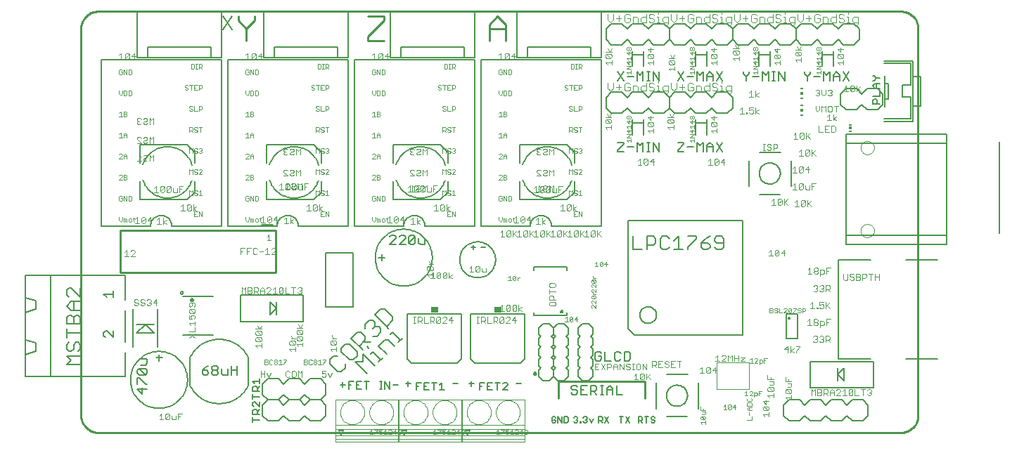
<source format=gto>
G75*
G70*
%OFA0B0*%
%FSLAX24Y24*%
%IPPOS*%
%LPD*%
%AMOC8*
5,1,8,0,0,1.08239X$1,22.5*
%
%ADD10C,0.0100*%
%ADD11C,0.0070*%
%ADD12C,0.0050*%
%ADD13C,0.0040*%
%ADD14C,0.0060*%
%ADD15C,0.0030*%
%ADD16C,0.0020*%
%ADD17C,0.0080*%
%ADD18R,0.0118X0.0059*%
%ADD19R,0.0118X0.0118*%
%ADD20C,0.0000*%
%ADD21R,0.0340X0.0300*%
D10*
X002785Y001429D02*
X002785Y019835D01*
X002787Y019889D01*
X002792Y019942D01*
X002801Y019995D01*
X002814Y020047D01*
X002830Y020099D01*
X002850Y020149D01*
X002873Y020197D01*
X002900Y020244D01*
X002929Y020289D01*
X002962Y020332D01*
X002997Y020372D01*
X003035Y020410D01*
X003075Y020445D01*
X003118Y020478D01*
X003163Y020507D01*
X003210Y020534D01*
X003258Y020557D01*
X003308Y020577D01*
X003360Y020593D01*
X003412Y020606D01*
X003465Y020615D01*
X003518Y020620D01*
X003572Y020622D01*
X041663Y020622D01*
X041717Y020620D01*
X041770Y020615D01*
X041823Y020606D01*
X041875Y020593D01*
X041927Y020577D01*
X041977Y020557D01*
X042025Y020534D01*
X042072Y020507D01*
X042117Y020478D01*
X042160Y020445D01*
X042200Y020410D01*
X042238Y020372D01*
X042273Y020332D01*
X042306Y020289D01*
X042335Y020244D01*
X042362Y020197D01*
X042385Y020149D01*
X042405Y020099D01*
X042421Y020047D01*
X042434Y019995D01*
X042443Y019942D01*
X042448Y019889D01*
X042450Y019835D01*
X042450Y001429D01*
X042448Y001375D01*
X042443Y001322D01*
X042434Y001269D01*
X042421Y001217D01*
X042405Y001165D01*
X042385Y001115D01*
X042362Y001067D01*
X042335Y001020D01*
X042306Y000975D01*
X042273Y000932D01*
X042238Y000892D01*
X042200Y000854D01*
X042160Y000819D01*
X042117Y000786D01*
X042072Y000757D01*
X042025Y000730D01*
X041977Y000707D01*
X041927Y000687D01*
X041875Y000671D01*
X041823Y000658D01*
X041770Y000649D01*
X041717Y000644D01*
X041663Y000642D01*
X003572Y000642D01*
X003518Y000644D01*
X003465Y000649D01*
X003412Y000658D01*
X003360Y000671D01*
X003308Y000687D01*
X003258Y000707D01*
X003210Y000730D01*
X003163Y000757D01*
X003118Y000786D01*
X003075Y000819D01*
X003035Y000854D01*
X002997Y000892D01*
X002962Y000932D01*
X002929Y000975D01*
X002900Y001020D01*
X002873Y001067D01*
X002850Y001115D01*
X002830Y001165D01*
X002814Y001217D01*
X002801Y001269D01*
X002792Y001322D01*
X002787Y001375D01*
X002785Y001429D01*
X007980Y006937D02*
X007982Y006950D01*
X007987Y006963D01*
X007996Y006974D01*
X008007Y006981D01*
X008020Y006986D01*
X008033Y006987D01*
X008047Y006984D01*
X008059Y006978D01*
X008069Y006969D01*
X008076Y006957D01*
X008080Y006944D01*
X008080Y006930D01*
X008076Y006917D01*
X008069Y006905D01*
X008059Y006896D01*
X008047Y006890D01*
X008033Y006887D01*
X008020Y006888D01*
X008007Y006893D01*
X007996Y006900D01*
X007987Y006911D01*
X007982Y006924D01*
X007980Y006937D01*
X004655Y008237D02*
X012005Y008237D01*
X012005Y010237D01*
X004655Y010237D01*
X004655Y008237D01*
X011330Y010487D02*
X011830Y010487D01*
X024230Y003437D02*
X024232Y003450D01*
X024237Y003463D01*
X024246Y003474D01*
X024257Y003481D01*
X024270Y003486D01*
X024283Y003487D01*
X024297Y003484D01*
X024309Y003478D01*
X024319Y003469D01*
X024326Y003457D01*
X024330Y003444D01*
X024330Y003430D01*
X024326Y003417D01*
X024319Y003405D01*
X024309Y003396D01*
X024297Y003390D01*
X024283Y003387D01*
X024270Y003388D01*
X024257Y003393D01*
X024246Y003400D01*
X024237Y003411D01*
X024232Y003424D01*
X024230Y003437D01*
X025403Y003069D02*
X029497Y003069D01*
X029497Y002282D01*
X025403Y002282D02*
X025403Y003069D01*
X022897Y019237D02*
X022897Y020005D01*
X022514Y020388D01*
X022130Y020005D01*
X022130Y019237D01*
X022130Y019813D02*
X022897Y019813D01*
X017147Y020196D02*
X016380Y019429D01*
X016380Y019237D01*
X017147Y019237D01*
X017147Y020196D02*
X017147Y020388D01*
X016380Y020388D01*
X010997Y020388D02*
X010997Y020196D01*
X010614Y019813D01*
X010614Y019237D01*
X010614Y019813D02*
X010230Y020196D01*
X010230Y020388D01*
D11*
X028216Y017753D02*
X028503Y017322D01*
X028677Y017537D02*
X028964Y017537D01*
X029137Y017322D02*
X029137Y017753D01*
X029281Y017609D01*
X029424Y017753D01*
X029424Y017322D01*
X029598Y017322D02*
X029741Y017322D01*
X029669Y017322D02*
X029669Y017753D01*
X029598Y017753D02*
X029741Y017753D01*
X029905Y017753D02*
X030192Y017322D01*
X030192Y017753D01*
X029905Y017753D02*
X029905Y017322D01*
X031063Y017322D02*
X031350Y017753D01*
X031523Y017537D02*
X031810Y017537D01*
X031984Y017322D02*
X031984Y017753D01*
X032127Y017609D01*
X032271Y017753D01*
X032271Y017322D01*
X032444Y017322D02*
X032444Y017609D01*
X032588Y017753D01*
X032731Y017609D01*
X032731Y017322D01*
X032905Y017322D02*
X033192Y017753D01*
X032905Y017753D02*
X033192Y017322D01*
X032731Y017537D02*
X032444Y017537D01*
X031350Y017322D02*
X031063Y017753D01*
X028503Y017753D02*
X028216Y017322D01*
X034166Y017681D02*
X034310Y017537D01*
X034310Y017322D01*
X034310Y017537D02*
X034453Y017681D01*
X034453Y017753D01*
X034627Y017537D02*
X034914Y017537D01*
X035087Y017322D02*
X035087Y017753D01*
X035231Y017609D01*
X035374Y017753D01*
X035374Y017322D01*
X035548Y017322D02*
X035691Y017322D01*
X035619Y017322D02*
X035619Y017753D01*
X035548Y017753D02*
X035691Y017753D01*
X035855Y017753D02*
X036142Y017322D01*
X036142Y017753D01*
X035855Y017753D02*
X035855Y017322D01*
X037063Y017681D02*
X037206Y017537D01*
X037206Y017322D01*
X037206Y017537D02*
X037350Y017681D01*
X037350Y017753D01*
X037523Y017537D02*
X037810Y017537D01*
X037984Y017322D02*
X037984Y017753D01*
X038127Y017609D01*
X038271Y017753D01*
X038271Y017322D01*
X038444Y017322D02*
X038444Y017609D01*
X038588Y017753D01*
X038731Y017609D01*
X038731Y017322D01*
X038905Y017322D02*
X039192Y017753D01*
X038905Y017753D02*
X039192Y017322D01*
X038731Y017537D02*
X038444Y017537D01*
X037063Y017681D02*
X037063Y017753D01*
X034166Y017753D02*
X034166Y017681D01*
X040306Y017570D02*
X040361Y017570D01*
X040471Y017460D01*
X040636Y017460D01*
X040471Y017460D02*
X040361Y017350D01*
X040306Y017350D01*
X040416Y017202D02*
X040306Y017092D01*
X040416Y016982D01*
X040636Y016982D01*
X040636Y016834D02*
X040636Y016613D01*
X040306Y016613D01*
X040361Y016465D02*
X040471Y016465D01*
X040526Y016410D01*
X040526Y016245D01*
X040636Y016245D02*
X040306Y016245D01*
X040306Y016410D01*
X040361Y016465D01*
X040471Y016982D02*
X040471Y017202D01*
X040416Y017202D02*
X040636Y017202D01*
X033192Y014403D02*
X032905Y013972D01*
X032731Y013972D02*
X032731Y014259D01*
X032588Y014403D01*
X032444Y014259D01*
X032444Y013972D01*
X032271Y013972D02*
X032271Y014403D01*
X032127Y014259D01*
X031984Y014403D01*
X031984Y013972D01*
X031810Y014187D02*
X031523Y014187D01*
X031350Y014331D02*
X031063Y014044D01*
X031063Y013972D01*
X031350Y013972D01*
X031350Y014331D02*
X031350Y014403D01*
X031063Y014403D01*
X030192Y014403D02*
X030192Y013972D01*
X029905Y014403D01*
X029905Y013972D01*
X029741Y013972D02*
X029598Y013972D01*
X029669Y013972D02*
X029669Y014403D01*
X029598Y014403D02*
X029741Y014403D01*
X029424Y014403D02*
X029281Y014259D01*
X029137Y014403D01*
X029137Y013972D01*
X028964Y014187D02*
X028677Y014187D01*
X028503Y014331D02*
X028216Y014044D01*
X028216Y013972D01*
X028503Y013972D01*
X028503Y014331D02*
X028503Y014403D01*
X028216Y014403D01*
X029424Y014403D02*
X029424Y013972D01*
X032444Y014187D02*
X032731Y014187D01*
X032905Y014403D02*
X033192Y013972D01*
X033136Y009953D02*
X032926Y009953D01*
X032820Y009848D01*
X032820Y009743D01*
X032926Y009638D01*
X033241Y009638D01*
X033241Y009848D02*
X033241Y009427D01*
X033136Y009322D01*
X032926Y009322D01*
X032820Y009427D01*
X032596Y009427D02*
X032596Y009532D01*
X032491Y009638D01*
X032176Y009638D01*
X032176Y009427D01*
X032281Y009322D01*
X032491Y009322D01*
X032596Y009427D01*
X032386Y009848D02*
X032176Y009638D01*
X032386Y009848D02*
X032596Y009953D01*
X033136Y009953D02*
X033241Y009848D01*
X031952Y009848D02*
X031531Y009427D01*
X031531Y009322D01*
X031307Y009322D02*
X030887Y009322D01*
X031097Y009322D02*
X031097Y009953D01*
X030887Y009743D01*
X030663Y009848D02*
X030558Y009953D01*
X030347Y009953D01*
X030242Y009848D01*
X030242Y009427D01*
X030347Y009322D01*
X030558Y009322D01*
X030663Y009427D01*
X030018Y009638D02*
X030018Y009848D01*
X029913Y009953D01*
X029598Y009953D01*
X029598Y009322D01*
X029598Y009532D02*
X029913Y009532D01*
X030018Y009638D01*
X029374Y009322D02*
X028953Y009322D01*
X028953Y009953D01*
X031531Y009953D02*
X031952Y009953D01*
X031952Y009848D01*
X028750Y004478D02*
X028534Y004478D01*
X028534Y004048D01*
X028750Y004048D01*
X028821Y004119D01*
X028821Y004406D01*
X028750Y004478D01*
X028361Y004406D02*
X028289Y004478D01*
X028146Y004478D01*
X028074Y004406D01*
X028074Y004119D01*
X028146Y004048D01*
X028289Y004048D01*
X028361Y004119D01*
X027900Y004048D02*
X027614Y004048D01*
X027614Y004478D01*
X027440Y004406D02*
X027368Y004478D01*
X027225Y004478D01*
X027153Y004406D01*
X027153Y004119D01*
X027225Y004048D01*
X027368Y004048D01*
X027440Y004119D01*
X027440Y004263D01*
X027297Y004263D01*
X027399Y002877D02*
X027543Y002877D01*
X027471Y002877D02*
X027471Y002447D01*
X027399Y002447D02*
X027543Y002447D01*
X027706Y002447D02*
X027706Y002734D01*
X027849Y002877D01*
X027993Y002734D01*
X027993Y002447D01*
X028166Y002447D02*
X028453Y002447D01*
X028166Y002447D02*
X028166Y002877D01*
X027993Y002662D02*
X027706Y002662D01*
X027226Y002662D02*
X027226Y002806D01*
X027154Y002877D01*
X026939Y002877D01*
X026939Y002447D01*
X026939Y002590D02*
X027154Y002590D01*
X027226Y002662D01*
X027082Y002590D02*
X027226Y002447D01*
X026765Y002447D02*
X026478Y002447D01*
X026478Y002877D01*
X026765Y002877D01*
X026622Y002662D02*
X026478Y002662D01*
X026305Y002590D02*
X026305Y002519D01*
X026233Y002447D01*
X026090Y002447D01*
X026018Y002519D01*
X026090Y002662D02*
X026233Y002662D01*
X026305Y002590D01*
X026305Y002806D02*
X026233Y002877D01*
X026090Y002877D01*
X026018Y002806D01*
X026018Y002734D01*
X026090Y002662D01*
X018010Y005116D02*
X017823Y004930D01*
X017916Y005023D02*
X017544Y005396D01*
X017450Y005303D01*
X017357Y005582D02*
X017264Y005675D01*
X017270Y005677D02*
X017549Y005956D01*
X017549Y006142D01*
X017177Y006515D01*
X016990Y006515D01*
X016711Y006236D01*
X017270Y005677D01*
X016989Y005583D02*
X016989Y005396D01*
X016803Y005210D01*
X016617Y005210D01*
X016523Y004929D02*
X016150Y004929D01*
X016243Y005023D02*
X015964Y004743D01*
X016150Y004557D02*
X015591Y005116D01*
X015870Y005395D01*
X016057Y005395D01*
X016243Y005209D01*
X016243Y005023D01*
X016331Y004742D02*
X016424Y004649D01*
X016610Y004463D02*
X016983Y004090D01*
X016890Y003997D02*
X017076Y004183D01*
X017263Y004370D02*
X016891Y004743D01*
X017170Y005022D01*
X017356Y005022D01*
X017636Y004743D01*
X016610Y004463D02*
X016517Y004369D01*
X016144Y004369D02*
X016144Y003996D01*
X015771Y003996D01*
X016330Y003437D01*
X016703Y003810D02*
X016144Y004369D01*
X015869Y004276D02*
X015869Y004463D01*
X015497Y004835D01*
X015310Y004835D01*
X015124Y004649D01*
X015124Y004463D01*
X015497Y004090D01*
X015683Y004090D01*
X015869Y004276D01*
X015310Y003903D02*
X015310Y003716D01*
X015123Y003530D01*
X014937Y003530D01*
X014564Y003903D01*
X014564Y004089D01*
X014750Y004275D01*
X014937Y004275D01*
X016244Y005583D02*
X016244Y005769D01*
X016430Y005955D01*
X016617Y005955D01*
X016710Y005862D01*
X016710Y005676D01*
X016896Y005676D01*
X016989Y005583D01*
X016710Y005676D02*
X016617Y005583D01*
X002745Y005789D02*
X002745Y006104D01*
X002640Y006209D01*
X002535Y006209D01*
X002430Y006104D01*
X002430Y005789D01*
X002745Y005789D02*
X002114Y005789D01*
X002114Y006104D01*
X002220Y006209D01*
X002325Y006209D01*
X002430Y006104D01*
X002430Y006433D02*
X002430Y006854D01*
X002325Y006854D02*
X002745Y006854D01*
X002745Y007078D02*
X002325Y007498D01*
X002220Y007498D01*
X002114Y007393D01*
X002114Y007183D01*
X002220Y007078D01*
X002325Y006854D02*
X002114Y006643D01*
X002325Y006433D01*
X002745Y006433D01*
X002745Y007078D02*
X002745Y007498D01*
X002114Y005564D02*
X002114Y005144D01*
X002114Y005354D02*
X002745Y005354D01*
X002640Y004920D02*
X002745Y004815D01*
X002745Y004605D01*
X002640Y004500D01*
X002430Y004605D02*
X002430Y004815D01*
X002535Y004920D01*
X002640Y004920D01*
X002220Y004920D02*
X002114Y004815D01*
X002114Y004605D01*
X002220Y004500D01*
X002325Y004500D01*
X002430Y004605D01*
X002114Y004275D02*
X002745Y004275D01*
X002325Y004065D02*
X002114Y004275D01*
X002325Y004065D02*
X002114Y003855D01*
X002745Y003855D01*
D12*
X003930Y005152D02*
X003855Y005227D01*
X003855Y005377D01*
X003930Y005452D01*
X004005Y005452D01*
X004305Y005152D01*
X004305Y005452D01*
X005605Y004144D02*
X005905Y004144D01*
X005905Y003919D01*
X005830Y003843D01*
X005605Y003843D01*
X005530Y003683D02*
X005830Y003383D01*
X005905Y003458D01*
X005905Y003608D01*
X005830Y003683D01*
X005530Y003683D01*
X005455Y003608D01*
X005455Y003458D01*
X005530Y003383D01*
X005830Y003383D01*
X005530Y003223D02*
X005830Y002923D01*
X005905Y002923D01*
X005905Y002687D02*
X005455Y002687D01*
X005680Y002462D01*
X005680Y002763D01*
X005455Y002923D02*
X005455Y003223D01*
X005530Y003223D01*
X007952Y002868D02*
X007952Y004207D01*
X007952Y002868D02*
X007989Y002799D01*
X008028Y002732D01*
X008071Y002667D01*
X008117Y002605D01*
X008166Y002544D01*
X008218Y002487D01*
X008273Y002432D01*
X008331Y002380D01*
X008391Y002331D01*
X008454Y002285D01*
X008519Y002242D01*
X008586Y002203D01*
X008654Y002167D01*
X008725Y002134D01*
X008797Y002105D01*
X008871Y002080D01*
X008946Y002059D01*
X009021Y002041D01*
X009098Y002028D01*
X009175Y002018D01*
X009252Y002012D01*
X009330Y002010D01*
X009408Y002012D01*
X009485Y002018D01*
X009562Y002028D01*
X009639Y002041D01*
X009714Y002059D01*
X009789Y002080D01*
X009863Y002105D01*
X009935Y002134D01*
X010006Y002167D01*
X010074Y002203D01*
X010141Y002242D01*
X010206Y002285D01*
X010269Y002331D01*
X010329Y002380D01*
X010387Y002432D01*
X010442Y002487D01*
X010494Y002544D01*
X010543Y002605D01*
X010589Y002667D01*
X010632Y002732D01*
X010671Y002799D01*
X010708Y002868D01*
X010708Y004207D01*
X010708Y004206D02*
X010671Y004275D01*
X010632Y004342D01*
X010589Y004407D01*
X010543Y004469D01*
X010494Y004530D01*
X010442Y004587D01*
X010387Y004642D01*
X010329Y004694D01*
X010269Y004743D01*
X010206Y004789D01*
X010141Y004832D01*
X010074Y004871D01*
X010006Y004907D01*
X009935Y004940D01*
X009863Y004969D01*
X009789Y004994D01*
X009714Y005015D01*
X009639Y005033D01*
X009562Y005046D01*
X009485Y005056D01*
X009408Y005062D01*
X009330Y005064D01*
X009252Y005062D01*
X009175Y005056D01*
X009098Y005046D01*
X009021Y005033D01*
X008946Y005015D01*
X008871Y004994D01*
X008797Y004969D01*
X008725Y004940D01*
X008654Y004907D01*
X008586Y004871D01*
X008519Y004832D01*
X008454Y004789D01*
X008391Y004743D01*
X008331Y004694D01*
X008273Y004642D01*
X008218Y004587D01*
X008166Y004530D01*
X008117Y004469D01*
X008071Y004407D01*
X008028Y004342D01*
X007989Y004275D01*
X007952Y004206D01*
X010905Y003078D02*
X011255Y003078D01*
X011255Y002961D02*
X011255Y003195D01*
X011021Y002961D02*
X010905Y003078D01*
X010963Y002827D02*
X011080Y002827D01*
X011138Y002768D01*
X011138Y002593D01*
X011138Y002710D02*
X011255Y002827D01*
X011255Y002593D02*
X010905Y002593D01*
X010905Y002768D01*
X010963Y002827D01*
X010905Y002458D02*
X010905Y002225D01*
X010905Y002342D02*
X011255Y002342D01*
X011255Y002095D02*
X011255Y001861D01*
X011021Y002095D01*
X010963Y002095D01*
X010905Y002037D01*
X010905Y001920D01*
X010963Y001861D01*
X010963Y001727D02*
X011080Y001727D01*
X011138Y001668D01*
X011138Y001493D01*
X011138Y001610D02*
X011255Y001727D01*
X011255Y001493D02*
X010905Y001493D01*
X010905Y001668D01*
X010963Y001727D01*
X010905Y001358D02*
X010905Y001125D01*
X010905Y001242D02*
X011255Y001242D01*
X015068Y002912D02*
X015301Y002912D01*
X015184Y002796D02*
X015184Y003029D01*
X015468Y003063D02*
X015701Y003063D01*
X015836Y003063D02*
X015836Y002712D01*
X016069Y002712D01*
X015953Y002887D02*
X015836Y002887D01*
X015836Y003063D02*
X016069Y003063D01*
X016204Y003063D02*
X016438Y003063D01*
X016321Y003063D02*
X016321Y002712D01*
X016941Y002712D02*
X017058Y002712D01*
X016999Y002712D02*
X016999Y003063D01*
X016941Y003063D02*
X017058Y003063D01*
X017186Y003063D02*
X017420Y002712D01*
X017420Y003063D01*
X017568Y002912D02*
X017801Y002912D01*
X018168Y002962D02*
X018401Y002962D01*
X018284Y002846D02*
X018284Y003079D01*
X018668Y003013D02*
X018901Y003013D01*
X019036Y003013D02*
X019036Y002662D01*
X019269Y002662D01*
X019153Y002837D02*
X019036Y002837D01*
X019036Y003013D02*
X019269Y003013D01*
X019404Y003013D02*
X019638Y003013D01*
X019521Y003013D02*
X019521Y002662D01*
X019772Y002662D02*
X020006Y002662D01*
X019889Y002662D02*
X019889Y003013D01*
X019772Y002896D01*
X020418Y002962D02*
X020651Y002962D01*
X021168Y002962D02*
X021401Y002962D01*
X021284Y002846D02*
X021284Y003079D01*
X021668Y003013D02*
X021901Y003013D01*
X022036Y003013D02*
X022036Y002662D01*
X022269Y002662D01*
X022153Y002837D02*
X022036Y002837D01*
X022036Y003013D02*
X022269Y003013D01*
X022404Y003013D02*
X022638Y003013D01*
X022521Y003013D02*
X022521Y002662D01*
X022772Y002662D02*
X023006Y002896D01*
X023006Y002954D01*
X022948Y003013D01*
X022831Y003013D01*
X022772Y002954D01*
X023418Y002962D02*
X023651Y002962D01*
X023006Y002662D02*
X022772Y002662D01*
X021784Y002837D02*
X021668Y002837D01*
X021668Y002662D02*
X021668Y003013D01*
X024480Y003287D02*
X024680Y003087D01*
X024980Y003087D01*
X025180Y003287D01*
X025180Y003587D01*
X025080Y003687D01*
X025180Y003787D01*
X025180Y004087D01*
X025080Y004187D01*
X025180Y004287D01*
X025180Y004587D01*
X025080Y004687D01*
X025180Y004787D01*
X025180Y005087D01*
X025080Y005187D01*
X025180Y005287D01*
X025180Y005587D01*
X024980Y005787D01*
X024680Y005787D01*
X024480Y005587D01*
X024480Y005287D01*
X024580Y005187D01*
X024480Y005087D01*
X024480Y004787D01*
X024580Y004687D01*
X024480Y004587D01*
X024480Y004287D01*
X024580Y004187D01*
X024480Y004087D01*
X024480Y003787D01*
X024580Y003687D01*
X024480Y003587D01*
X024480Y003287D01*
X025180Y003287D02*
X025180Y003587D01*
X025280Y003687D01*
X025180Y003787D01*
X025180Y004087D01*
X025280Y004187D01*
X025180Y004287D01*
X025180Y004587D01*
X025280Y004687D01*
X025180Y004787D01*
X025180Y005087D01*
X025280Y005187D01*
X025180Y005287D01*
X025180Y005587D01*
X025380Y005787D01*
X025680Y005787D01*
X025880Y005587D01*
X025880Y005287D01*
X025780Y005187D01*
X025880Y005087D01*
X025880Y004787D01*
X025780Y004687D01*
X025880Y004587D01*
X025880Y004287D01*
X025780Y004187D01*
X025880Y004087D01*
X025880Y003787D01*
X025780Y003687D01*
X025880Y003587D01*
X025880Y003287D01*
X025680Y003087D01*
X025380Y003087D01*
X025180Y003287D01*
X026330Y003287D02*
X026330Y003587D01*
X026430Y003687D01*
X026330Y003787D01*
X026330Y004087D01*
X026430Y004187D01*
X026330Y004287D01*
X026330Y004587D01*
X026430Y004687D01*
X026330Y004787D01*
X026330Y005087D01*
X026430Y005187D01*
X026330Y005287D01*
X026330Y005587D01*
X026530Y005787D01*
X026830Y005787D01*
X027030Y005587D01*
X027030Y005287D01*
X026930Y005187D01*
X027030Y005087D01*
X027030Y004787D01*
X026930Y004687D01*
X027030Y004587D01*
X027030Y004287D01*
X026930Y004187D01*
X027030Y004087D01*
X027030Y003787D01*
X026930Y003687D01*
X027030Y003587D01*
X027030Y003287D01*
X026830Y003087D01*
X026530Y003087D01*
X026330Y003287D01*
X026279Y001386D02*
X026324Y001341D01*
X026324Y001296D01*
X026279Y001250D01*
X026324Y001205D01*
X026324Y001160D01*
X026279Y001115D01*
X026189Y001115D01*
X026144Y001160D01*
X026234Y001250D02*
X026279Y001250D01*
X026279Y001386D02*
X026189Y001386D01*
X026144Y001341D01*
X025863Y001341D02*
X025863Y001160D01*
X025818Y001115D01*
X025683Y001115D01*
X025683Y001386D01*
X025818Y001386D01*
X025863Y001341D01*
X025569Y001386D02*
X025569Y001115D01*
X025389Y001386D01*
X025389Y001115D01*
X025274Y001160D02*
X025274Y001250D01*
X025184Y001250D01*
X025094Y001160D02*
X025139Y001115D01*
X025229Y001115D01*
X025274Y001160D01*
X025094Y001160D02*
X025094Y001341D01*
X025139Y001386D01*
X025229Y001386D01*
X025274Y001341D01*
X026439Y001160D02*
X026484Y001160D01*
X026484Y001115D01*
X026439Y001115D01*
X026439Y001160D01*
X026586Y001160D02*
X026631Y001115D01*
X026721Y001115D01*
X026766Y001160D01*
X026766Y001205D01*
X026721Y001250D01*
X026676Y001250D01*
X026721Y001250D02*
X026766Y001296D01*
X026766Y001341D01*
X026721Y001386D01*
X026631Y001386D01*
X026586Y001341D01*
X026881Y001296D02*
X026971Y001115D01*
X027061Y001296D01*
X027318Y001386D02*
X027453Y001386D01*
X027498Y001341D01*
X027498Y001250D01*
X027453Y001205D01*
X027318Y001205D01*
X027318Y001115D02*
X027318Y001386D01*
X027408Y001205D02*
X027498Y001115D01*
X027612Y001115D02*
X027792Y001386D01*
X027612Y001386D02*
X027792Y001115D01*
X028302Y001386D02*
X028482Y001386D01*
X028392Y001386D02*
X028392Y001115D01*
X028597Y001115D02*
X028777Y001386D01*
X028597Y001386D02*
X028777Y001115D01*
X029207Y001115D02*
X029207Y001386D01*
X029342Y001386D01*
X029388Y001341D01*
X029388Y001250D01*
X029342Y001205D01*
X029207Y001205D01*
X029297Y001205D02*
X029388Y001115D01*
X029592Y001115D02*
X029592Y001386D01*
X029502Y001386D02*
X029682Y001386D01*
X029797Y001341D02*
X029797Y001296D01*
X029842Y001250D01*
X029932Y001250D01*
X029977Y001205D01*
X029977Y001160D01*
X029932Y001115D01*
X029842Y001115D01*
X029797Y001160D01*
X029797Y001341D02*
X029842Y001386D01*
X029932Y001386D01*
X029977Y001341D01*
X037338Y002757D02*
X037338Y002936D01*
X037338Y004017D01*
X040332Y004017D01*
X040332Y003936D01*
X040332Y002757D01*
X037338Y002757D01*
X037338Y002838D02*
X037338Y002936D01*
X038630Y003087D02*
X038630Y003387D01*
X038630Y003687D01*
X038630Y003387D02*
X038930Y003687D01*
X038930Y003087D01*
X038630Y003387D01*
X040332Y003913D02*
X040332Y003936D01*
X039030Y009569D02*
X043794Y009569D01*
X043794Y009589D01*
X043794Y009569D01*
X043794Y009589D02*
X043794Y014746D01*
X043794Y014786D01*
X043794Y014805D01*
X043794Y014786D01*
X043794Y014746D01*
X043794Y014805D02*
X039030Y014805D01*
X039030Y014786D02*
X039030Y014244D01*
X039030Y013811D01*
X039030Y013378D01*
X039030Y012945D01*
X039030Y012512D01*
X039030Y012079D01*
X039030Y011646D01*
X039030Y011213D01*
X039030Y010780D01*
X039030Y010317D01*
X039030Y009589D01*
X039030Y010002D02*
X043794Y010002D01*
X046313Y010101D02*
X046313Y014431D01*
X043794Y014372D02*
X039030Y014372D01*
X039030Y014244D01*
X039030Y014156D01*
X039030Y013811D01*
X039030Y013378D01*
X039030Y012945D01*
X039030Y012512D01*
X039030Y012079D01*
X039030Y011646D01*
X039030Y011213D01*
X039030Y010780D01*
X039030Y010317D01*
X039030Y010219D01*
X039030Y010002D01*
X027430Y018437D02*
X026930Y018437D01*
X026930Y018937D01*
X023930Y018937D01*
X023930Y018437D01*
X023430Y018437D01*
X023430Y020637D01*
X027430Y020637D01*
X027430Y018437D01*
X026930Y018437D02*
X023930Y018437D01*
X021430Y018437D02*
X020930Y018437D01*
X020930Y018937D01*
X017930Y018937D01*
X017930Y018437D01*
X017430Y018437D01*
X017430Y020637D01*
X021430Y020637D01*
X021430Y018437D01*
X020930Y018437D02*
X017930Y018437D01*
X015430Y018437D02*
X014930Y018437D01*
X014930Y018937D01*
X011930Y018937D01*
X011930Y018437D01*
X011430Y018437D01*
X011430Y020637D01*
X015430Y020637D01*
X015430Y018437D01*
X014930Y018437D02*
X011930Y018437D01*
X009430Y018437D02*
X008930Y018437D01*
X008930Y018937D01*
X005930Y018937D01*
X005930Y018437D01*
X005430Y018437D01*
X005430Y020637D01*
X009430Y020637D01*
X009430Y018437D01*
X008930Y018437D02*
X005930Y018437D01*
X017405Y009938D02*
X017480Y010013D01*
X017630Y010013D01*
X017705Y009938D01*
X017705Y009863D01*
X017405Y009562D01*
X017705Y009562D01*
X017865Y009562D02*
X018166Y009863D01*
X018166Y009938D01*
X018091Y010013D01*
X017940Y010013D01*
X017865Y009938D01*
X018326Y009938D02*
X018401Y010013D01*
X018551Y010013D01*
X018626Y009938D01*
X018326Y009637D01*
X018401Y009562D01*
X018551Y009562D01*
X018626Y009637D01*
X018626Y009938D01*
X018786Y009863D02*
X018786Y009637D01*
X018861Y009562D01*
X019086Y009562D01*
X019086Y009863D01*
X018326Y009938D02*
X018326Y009637D01*
X018166Y009562D02*
X017865Y009562D01*
X013322Y007167D02*
X013322Y006988D01*
X013322Y005907D01*
X010328Y005907D01*
X010328Y005988D01*
X010328Y007167D01*
X013322Y007167D01*
X013322Y007086D02*
X013322Y006988D01*
X012030Y006837D02*
X012030Y006537D01*
X012030Y006237D01*
X012030Y006537D02*
X011730Y006237D01*
X011730Y006837D01*
X012030Y006537D01*
X010328Y006011D02*
X010328Y005988D01*
X004305Y007052D02*
X004305Y007352D01*
X004305Y007202D02*
X003855Y007202D01*
X004005Y007052D01*
X015468Y003063D02*
X015468Y002712D01*
X015468Y002887D02*
X015584Y002887D01*
X017186Y002712D02*
X017186Y003063D01*
X018668Y003013D02*
X018668Y002662D01*
X018668Y002837D02*
X018784Y002837D01*
D13*
X017854Y002203D02*
X020806Y002203D01*
X020806Y001001D01*
X017854Y001001D01*
X017854Y000811D01*
X017854Y000491D01*
X017854Y000318D01*
X017854Y000200D01*
X020806Y000200D01*
X020806Y000318D01*
X020806Y000491D01*
X017854Y000491D01*
X017806Y000491D02*
X017806Y000318D01*
X014854Y000318D01*
X014854Y000491D01*
X017806Y000491D01*
X017806Y000811D01*
X017806Y001001D01*
X014854Y001001D01*
X014854Y000811D01*
X014854Y000491D01*
X014854Y000318D02*
X014854Y000200D01*
X017806Y000200D01*
X017806Y000318D01*
X017854Y000318D02*
X020806Y000318D01*
X020854Y000318D02*
X020854Y000491D01*
X023806Y000491D01*
X023806Y000318D01*
X020854Y000318D01*
X020854Y000200D01*
X023806Y000200D01*
X023806Y000318D01*
X023806Y000491D02*
X023806Y000811D01*
X023806Y001001D01*
X020854Y001001D01*
X020854Y000811D01*
X020854Y000491D01*
X020806Y000491D02*
X020806Y000811D01*
X020806Y001001D01*
X020854Y001001D02*
X020854Y002203D01*
X023806Y002203D01*
X023806Y001001D01*
X023806Y000811D02*
X020854Y000811D01*
X020806Y000811D02*
X017854Y000811D01*
X017806Y000811D02*
X014854Y000811D01*
X014964Y000762D02*
X015089Y000512D01*
X015214Y000762D01*
X014964Y000762D01*
X014966Y000758D02*
X015211Y000758D01*
X015192Y000719D02*
X014985Y000719D01*
X015005Y000681D02*
X015173Y000681D01*
X015154Y000642D02*
X015024Y000642D01*
X015043Y000604D02*
X015134Y000604D01*
X015115Y000565D02*
X015062Y000565D01*
X015082Y000527D02*
X015096Y000527D01*
X014854Y001001D02*
X014854Y002203D01*
X017806Y002203D01*
X017806Y001001D01*
X017854Y001001D02*
X017854Y002203D01*
X017494Y001878D02*
X017491Y001875D01*
X016448Y001598D02*
X016450Y001645D01*
X016456Y001692D01*
X016465Y001738D01*
X016479Y001783D01*
X016496Y001827D01*
X016517Y001870D01*
X016541Y001910D01*
X016568Y001949D01*
X016599Y001985D01*
X016632Y002018D01*
X016668Y002049D01*
X016707Y002076D01*
X016747Y002100D01*
X016790Y002121D01*
X016834Y002138D01*
X016879Y002152D01*
X016925Y002161D01*
X016972Y002167D01*
X017019Y002169D01*
X017066Y002167D01*
X017113Y002161D01*
X017159Y002152D01*
X017204Y002138D01*
X017248Y002121D01*
X017291Y002100D01*
X017331Y002076D01*
X017370Y002049D01*
X017406Y002018D01*
X017439Y001985D01*
X017470Y001949D01*
X017497Y001910D01*
X017521Y001870D01*
X017542Y001827D01*
X017559Y001783D01*
X017573Y001738D01*
X017582Y001692D01*
X017588Y001645D01*
X017590Y001598D01*
X017588Y001551D01*
X017582Y001504D01*
X017573Y001458D01*
X017559Y001413D01*
X017542Y001369D01*
X017521Y001326D01*
X017497Y001286D01*
X017470Y001247D01*
X017439Y001211D01*
X017406Y001178D01*
X017370Y001147D01*
X017331Y001120D01*
X017291Y001096D01*
X017248Y001075D01*
X017204Y001058D01*
X017159Y001044D01*
X017113Y001035D01*
X017066Y001029D01*
X017019Y001027D01*
X016972Y001029D01*
X016925Y001035D01*
X016879Y001044D01*
X016834Y001058D01*
X016790Y001075D01*
X016747Y001096D01*
X016707Y001120D01*
X016668Y001147D01*
X016632Y001178D01*
X016599Y001211D01*
X016568Y001247D01*
X016541Y001286D01*
X016517Y001326D01*
X016496Y001369D01*
X016479Y001413D01*
X016465Y001458D01*
X016456Y001504D01*
X016450Y001551D01*
X016448Y001598D01*
X016116Y001878D02*
X016113Y001875D01*
X015070Y001598D02*
X015072Y001645D01*
X015078Y001692D01*
X015087Y001738D01*
X015101Y001783D01*
X015118Y001827D01*
X015139Y001870D01*
X015163Y001910D01*
X015190Y001949D01*
X015221Y001985D01*
X015254Y002018D01*
X015290Y002049D01*
X015329Y002076D01*
X015369Y002100D01*
X015412Y002121D01*
X015456Y002138D01*
X015501Y002152D01*
X015547Y002161D01*
X015594Y002167D01*
X015641Y002169D01*
X015688Y002167D01*
X015735Y002161D01*
X015781Y002152D01*
X015826Y002138D01*
X015870Y002121D01*
X015913Y002100D01*
X015953Y002076D01*
X015992Y002049D01*
X016028Y002018D01*
X016061Y001985D01*
X016092Y001949D01*
X016119Y001910D01*
X016143Y001870D01*
X016164Y001827D01*
X016181Y001783D01*
X016195Y001738D01*
X016204Y001692D01*
X016210Y001645D01*
X016212Y001598D01*
X016210Y001551D01*
X016204Y001504D01*
X016195Y001458D01*
X016181Y001413D01*
X016164Y001369D01*
X016143Y001326D01*
X016119Y001286D01*
X016092Y001247D01*
X016061Y001211D01*
X016028Y001178D01*
X015992Y001147D01*
X015953Y001120D01*
X015913Y001096D01*
X015870Y001075D01*
X015826Y001058D01*
X015781Y001044D01*
X015735Y001035D01*
X015688Y001029D01*
X015641Y001027D01*
X015594Y001029D01*
X015547Y001035D01*
X015501Y001044D01*
X015456Y001058D01*
X015412Y001075D01*
X015369Y001096D01*
X015329Y001120D01*
X015290Y001147D01*
X015254Y001178D01*
X015221Y001211D01*
X015190Y001247D01*
X015163Y001286D01*
X015139Y001326D01*
X015118Y001369D01*
X015101Y001413D01*
X015087Y001458D01*
X015078Y001504D01*
X015072Y001551D01*
X015070Y001598D01*
X017964Y000762D02*
X018089Y000512D01*
X018214Y000762D01*
X017964Y000762D01*
X017966Y000758D02*
X018211Y000758D01*
X018192Y000719D02*
X017985Y000719D01*
X018005Y000681D02*
X018173Y000681D01*
X018154Y000642D02*
X018024Y000642D01*
X018043Y000604D02*
X018134Y000604D01*
X018115Y000565D02*
X018062Y000565D01*
X018082Y000527D02*
X018096Y000527D01*
X018070Y001598D02*
X018072Y001645D01*
X018078Y001692D01*
X018087Y001738D01*
X018101Y001783D01*
X018118Y001827D01*
X018139Y001870D01*
X018163Y001910D01*
X018190Y001949D01*
X018221Y001985D01*
X018254Y002018D01*
X018290Y002049D01*
X018329Y002076D01*
X018369Y002100D01*
X018412Y002121D01*
X018456Y002138D01*
X018501Y002152D01*
X018547Y002161D01*
X018594Y002167D01*
X018641Y002169D01*
X018688Y002167D01*
X018735Y002161D01*
X018781Y002152D01*
X018826Y002138D01*
X018870Y002121D01*
X018913Y002100D01*
X018953Y002076D01*
X018992Y002049D01*
X019028Y002018D01*
X019061Y001985D01*
X019092Y001949D01*
X019119Y001910D01*
X019143Y001870D01*
X019164Y001827D01*
X019181Y001783D01*
X019195Y001738D01*
X019204Y001692D01*
X019210Y001645D01*
X019212Y001598D01*
X019210Y001551D01*
X019204Y001504D01*
X019195Y001458D01*
X019181Y001413D01*
X019164Y001369D01*
X019143Y001326D01*
X019119Y001286D01*
X019092Y001247D01*
X019061Y001211D01*
X019028Y001178D01*
X018992Y001147D01*
X018953Y001120D01*
X018913Y001096D01*
X018870Y001075D01*
X018826Y001058D01*
X018781Y001044D01*
X018735Y001035D01*
X018688Y001029D01*
X018641Y001027D01*
X018594Y001029D01*
X018547Y001035D01*
X018501Y001044D01*
X018456Y001058D01*
X018412Y001075D01*
X018369Y001096D01*
X018329Y001120D01*
X018290Y001147D01*
X018254Y001178D01*
X018221Y001211D01*
X018190Y001247D01*
X018163Y001286D01*
X018139Y001326D01*
X018118Y001369D01*
X018101Y001413D01*
X018087Y001458D01*
X018078Y001504D01*
X018072Y001551D01*
X018070Y001598D01*
X019113Y001875D02*
X019116Y001878D01*
X019448Y001598D02*
X019450Y001645D01*
X019456Y001692D01*
X019465Y001738D01*
X019479Y001783D01*
X019496Y001827D01*
X019517Y001870D01*
X019541Y001910D01*
X019568Y001949D01*
X019599Y001985D01*
X019632Y002018D01*
X019668Y002049D01*
X019707Y002076D01*
X019747Y002100D01*
X019790Y002121D01*
X019834Y002138D01*
X019879Y002152D01*
X019925Y002161D01*
X019972Y002167D01*
X020019Y002169D01*
X020066Y002167D01*
X020113Y002161D01*
X020159Y002152D01*
X020204Y002138D01*
X020248Y002121D01*
X020291Y002100D01*
X020331Y002076D01*
X020370Y002049D01*
X020406Y002018D01*
X020439Y001985D01*
X020470Y001949D01*
X020497Y001910D01*
X020521Y001870D01*
X020542Y001827D01*
X020559Y001783D01*
X020573Y001738D01*
X020582Y001692D01*
X020588Y001645D01*
X020590Y001598D01*
X020588Y001551D01*
X020582Y001504D01*
X020573Y001458D01*
X020559Y001413D01*
X020542Y001369D01*
X020521Y001326D01*
X020497Y001286D01*
X020470Y001247D01*
X020439Y001211D01*
X020406Y001178D01*
X020370Y001147D01*
X020331Y001120D01*
X020291Y001096D01*
X020248Y001075D01*
X020204Y001058D01*
X020159Y001044D01*
X020113Y001035D01*
X020066Y001029D01*
X020019Y001027D01*
X019972Y001029D01*
X019925Y001035D01*
X019879Y001044D01*
X019834Y001058D01*
X019790Y001075D01*
X019747Y001096D01*
X019707Y001120D01*
X019668Y001147D01*
X019632Y001178D01*
X019599Y001211D01*
X019568Y001247D01*
X019541Y001286D01*
X019517Y001326D01*
X019496Y001369D01*
X019479Y001413D01*
X019465Y001458D01*
X019456Y001504D01*
X019450Y001551D01*
X019448Y001598D01*
X020491Y001875D02*
X020494Y001878D01*
X021070Y001598D02*
X021072Y001645D01*
X021078Y001692D01*
X021087Y001738D01*
X021101Y001783D01*
X021118Y001827D01*
X021139Y001870D01*
X021163Y001910D01*
X021190Y001949D01*
X021221Y001985D01*
X021254Y002018D01*
X021290Y002049D01*
X021329Y002076D01*
X021369Y002100D01*
X021412Y002121D01*
X021456Y002138D01*
X021501Y002152D01*
X021547Y002161D01*
X021594Y002167D01*
X021641Y002169D01*
X021688Y002167D01*
X021735Y002161D01*
X021781Y002152D01*
X021826Y002138D01*
X021870Y002121D01*
X021913Y002100D01*
X021953Y002076D01*
X021992Y002049D01*
X022028Y002018D01*
X022061Y001985D01*
X022092Y001949D01*
X022119Y001910D01*
X022143Y001870D01*
X022164Y001827D01*
X022181Y001783D01*
X022195Y001738D01*
X022204Y001692D01*
X022210Y001645D01*
X022212Y001598D01*
X022210Y001551D01*
X022204Y001504D01*
X022195Y001458D01*
X022181Y001413D01*
X022164Y001369D01*
X022143Y001326D01*
X022119Y001286D01*
X022092Y001247D01*
X022061Y001211D01*
X022028Y001178D01*
X021992Y001147D01*
X021953Y001120D01*
X021913Y001096D01*
X021870Y001075D01*
X021826Y001058D01*
X021781Y001044D01*
X021735Y001035D01*
X021688Y001029D01*
X021641Y001027D01*
X021594Y001029D01*
X021547Y001035D01*
X021501Y001044D01*
X021456Y001058D01*
X021412Y001075D01*
X021369Y001096D01*
X021329Y001120D01*
X021290Y001147D01*
X021254Y001178D01*
X021221Y001211D01*
X021190Y001247D01*
X021163Y001286D01*
X021139Y001326D01*
X021118Y001369D01*
X021101Y001413D01*
X021087Y001458D01*
X021078Y001504D01*
X021072Y001551D01*
X021070Y001598D01*
X022113Y001875D02*
X022116Y001878D01*
X022448Y001598D02*
X022450Y001645D01*
X022456Y001692D01*
X022465Y001738D01*
X022479Y001783D01*
X022496Y001827D01*
X022517Y001870D01*
X022541Y001910D01*
X022568Y001949D01*
X022599Y001985D01*
X022632Y002018D01*
X022668Y002049D01*
X022707Y002076D01*
X022747Y002100D01*
X022790Y002121D01*
X022834Y002138D01*
X022879Y002152D01*
X022925Y002161D01*
X022972Y002167D01*
X023019Y002169D01*
X023066Y002167D01*
X023113Y002161D01*
X023159Y002152D01*
X023204Y002138D01*
X023248Y002121D01*
X023291Y002100D01*
X023331Y002076D01*
X023370Y002049D01*
X023406Y002018D01*
X023439Y001985D01*
X023470Y001949D01*
X023497Y001910D01*
X023521Y001870D01*
X023542Y001827D01*
X023559Y001783D01*
X023573Y001738D01*
X023582Y001692D01*
X023588Y001645D01*
X023590Y001598D01*
X023588Y001551D01*
X023582Y001504D01*
X023573Y001458D01*
X023559Y001413D01*
X023542Y001369D01*
X023521Y001326D01*
X023497Y001286D01*
X023470Y001247D01*
X023439Y001211D01*
X023406Y001178D01*
X023370Y001147D01*
X023331Y001120D01*
X023291Y001096D01*
X023248Y001075D01*
X023204Y001058D01*
X023159Y001044D01*
X023113Y001035D01*
X023066Y001029D01*
X023019Y001027D01*
X022972Y001029D01*
X022925Y001035D01*
X022879Y001044D01*
X022834Y001058D01*
X022790Y001075D01*
X022747Y001096D01*
X022707Y001120D01*
X022668Y001147D01*
X022632Y001178D01*
X022599Y001211D01*
X022568Y001247D01*
X022541Y001286D01*
X022517Y001326D01*
X022496Y001369D01*
X022479Y001413D01*
X022465Y001458D01*
X022456Y001504D01*
X022450Y001551D01*
X022448Y001598D01*
X023491Y001875D02*
X023494Y001878D01*
X021214Y000762D02*
X021089Y000512D01*
X020964Y000762D01*
X021214Y000762D01*
X021211Y000758D02*
X020966Y000758D01*
X020985Y000719D02*
X021192Y000719D01*
X021173Y000681D02*
X021005Y000681D01*
X021024Y000642D02*
X021154Y000642D01*
X021134Y000604D02*
X021043Y000604D01*
X021062Y000565D02*
X021115Y000565D01*
X021096Y000527D02*
X021082Y000527D01*
X014678Y003468D02*
X014585Y003281D01*
X014491Y003468D01*
X014383Y003421D02*
X014383Y003328D01*
X014337Y003281D01*
X014243Y003281D01*
X014197Y003328D01*
X014197Y003421D02*
X014290Y003468D01*
X014337Y003468D01*
X014383Y003421D01*
X014383Y003562D02*
X014197Y003562D01*
X014197Y003421D01*
X013260Y003562D02*
X013260Y003281D01*
X013073Y003281D02*
X013073Y003562D01*
X013167Y003468D01*
X013260Y003562D01*
X012966Y003515D02*
X012966Y003328D01*
X012919Y003281D01*
X012825Y003281D01*
X012779Y003328D01*
X012779Y003515D01*
X012825Y003562D01*
X012919Y003562D01*
X012966Y003515D01*
X012671Y003515D02*
X012624Y003562D01*
X012531Y003562D01*
X012484Y003515D01*
X012484Y003328D01*
X012531Y003281D01*
X012624Y003281D01*
X012671Y003328D01*
X011778Y003468D02*
X011685Y003281D01*
X011591Y003468D01*
X011483Y003421D02*
X011297Y003421D01*
X011297Y003281D02*
X011297Y003562D01*
X011483Y003562D02*
X011483Y003281D01*
X027138Y003633D02*
X027325Y003633D01*
X027433Y003633D02*
X027620Y003913D01*
X027727Y003913D02*
X027868Y003913D01*
X027914Y003866D01*
X027914Y003773D01*
X027868Y003726D01*
X027727Y003726D01*
X027727Y003633D02*
X027727Y003913D01*
X027433Y003913D02*
X027620Y003633D01*
X028022Y003633D02*
X028022Y003819D01*
X028116Y003913D01*
X028209Y003819D01*
X028209Y003633D01*
X028317Y003633D02*
X028317Y003913D01*
X028504Y003633D01*
X028504Y003913D01*
X028611Y003866D02*
X028611Y003819D01*
X028658Y003773D01*
X028752Y003773D01*
X028798Y003726D01*
X028798Y003679D01*
X028752Y003633D01*
X028658Y003633D01*
X028611Y003679D01*
X028611Y003866D02*
X028658Y003913D01*
X028752Y003913D01*
X028798Y003866D01*
X028906Y003913D02*
X029000Y003913D01*
X028953Y003913D02*
X028953Y003633D01*
X028906Y003633D02*
X029000Y003633D01*
X029103Y003679D02*
X029149Y003633D01*
X029243Y003633D01*
X029289Y003679D01*
X029289Y003866D01*
X029243Y003913D01*
X029149Y003913D01*
X029103Y003866D01*
X029103Y003679D01*
X029397Y003633D02*
X029397Y003913D01*
X029584Y003633D01*
X029584Y003913D01*
X029860Y003844D02*
X030000Y003844D01*
X030047Y003890D01*
X030047Y003984D01*
X030000Y004030D01*
X029860Y004030D01*
X029860Y003750D01*
X029953Y003844D02*
X030047Y003750D01*
X030154Y003750D02*
X030341Y003750D01*
X030449Y003797D02*
X030496Y003750D01*
X030589Y003750D01*
X030636Y003797D01*
X030636Y003844D01*
X030589Y003890D01*
X030496Y003890D01*
X030449Y003937D01*
X030449Y003984D01*
X030496Y004030D01*
X030589Y004030D01*
X030636Y003984D01*
X030744Y004030D02*
X030744Y003750D01*
X030931Y003750D01*
X030837Y003890D02*
X030744Y003890D01*
X030744Y004030D02*
X030931Y004030D01*
X031038Y004030D02*
X031225Y004030D01*
X031132Y004030D02*
X031132Y003750D01*
X030341Y004030D02*
X030154Y004030D01*
X030154Y003750D01*
X030154Y003890D02*
X030248Y003890D01*
X028209Y003773D02*
X028022Y003773D01*
X027325Y003913D02*
X027138Y003913D01*
X027138Y003633D01*
X027138Y003773D02*
X027232Y003773D01*
X032905Y003962D02*
X032905Y002712D01*
X032907Y002706D02*
X034453Y002706D01*
X034455Y002712D02*
X034455Y003962D01*
X034453Y003969D02*
X032907Y003969D01*
X025168Y012073D02*
X025168Y012353D01*
X025074Y012260D01*
X024981Y012353D01*
X024981Y012073D01*
X024873Y012120D02*
X024826Y012073D01*
X024733Y012073D01*
X024686Y012120D01*
X024686Y012166D01*
X024733Y012213D01*
X024826Y012213D01*
X024873Y012260D01*
X024873Y012307D01*
X024826Y012353D01*
X024733Y012353D01*
X024686Y012307D01*
X024578Y012260D02*
X024485Y012353D01*
X024485Y012073D01*
X024578Y012073D02*
X024392Y012073D01*
X024392Y012823D02*
X024578Y012823D01*
X024392Y013010D01*
X024392Y013057D01*
X024438Y013103D01*
X024532Y013103D01*
X024578Y013057D01*
X024686Y013057D02*
X024733Y013103D01*
X024826Y013103D01*
X024873Y013057D01*
X024873Y013010D01*
X024826Y012963D01*
X024733Y012963D01*
X024686Y012916D01*
X024686Y012870D01*
X024733Y012823D01*
X024826Y012823D01*
X024873Y012870D01*
X024981Y012823D02*
X024981Y013103D01*
X025074Y013010D01*
X025168Y013103D01*
X025168Y012823D01*
X025168Y013823D02*
X025168Y014103D01*
X025074Y014010D01*
X024981Y014103D01*
X024981Y013823D01*
X024873Y013870D02*
X024826Y013823D01*
X024733Y013823D01*
X024686Y013870D01*
X024686Y013916D01*
X024733Y013963D01*
X024826Y013963D01*
X024873Y014010D01*
X024873Y014057D01*
X024826Y014103D01*
X024733Y014103D01*
X024686Y014057D01*
X024578Y014057D02*
X024532Y014103D01*
X024438Y014103D01*
X024392Y014057D01*
X024392Y014010D01*
X024438Y013963D01*
X024392Y013916D01*
X024392Y013870D01*
X024438Y013823D01*
X024532Y013823D01*
X024578Y013870D01*
X024485Y013963D02*
X024438Y013963D01*
X019168Y013823D02*
X019168Y014103D01*
X019074Y014010D01*
X018981Y014103D01*
X018981Y013823D01*
X018873Y013870D02*
X018826Y013823D01*
X018733Y013823D01*
X018686Y013870D01*
X018686Y013916D01*
X018733Y013963D01*
X018826Y013963D01*
X018873Y014010D01*
X018873Y014057D01*
X018826Y014103D01*
X018733Y014103D01*
X018686Y014057D01*
X018578Y014057D02*
X018532Y014103D01*
X018438Y014103D01*
X018392Y014057D01*
X018392Y014010D01*
X018438Y013963D01*
X018392Y013916D01*
X018392Y013870D01*
X018438Y013823D01*
X018532Y013823D01*
X018578Y013870D01*
X018485Y013963D02*
X018438Y013963D01*
X018438Y013103D02*
X018532Y013103D01*
X018578Y013057D01*
X018686Y013057D02*
X018733Y013103D01*
X018826Y013103D01*
X018873Y013057D01*
X018873Y013010D01*
X018826Y012963D01*
X018733Y012963D01*
X018686Y012916D01*
X018686Y012870D01*
X018733Y012823D01*
X018826Y012823D01*
X018873Y012870D01*
X018981Y012823D02*
X018981Y013103D01*
X019074Y013010D01*
X019168Y013103D01*
X019168Y012823D01*
X018578Y012823D02*
X018392Y013010D01*
X018392Y013057D01*
X018438Y013103D01*
X018392Y012823D02*
X018578Y012823D01*
X018485Y012353D02*
X018485Y012073D01*
X018578Y012073D02*
X018392Y012073D01*
X018578Y012260D02*
X018485Y012353D01*
X018686Y012307D02*
X018733Y012353D01*
X018826Y012353D01*
X018873Y012307D01*
X018873Y012260D01*
X018826Y012213D01*
X018733Y012213D01*
X018686Y012166D01*
X018686Y012120D01*
X018733Y012073D01*
X018826Y012073D01*
X018873Y012120D01*
X018981Y012073D02*
X018981Y012353D01*
X019074Y012260D01*
X019168Y012353D01*
X019168Y012073D01*
X013230Y012198D02*
X013230Y012478D01*
X013137Y012385D01*
X013043Y012478D01*
X013043Y012198D01*
X012936Y012245D02*
X012889Y012198D01*
X012795Y012198D01*
X012749Y012245D01*
X012749Y012291D01*
X012795Y012338D01*
X012889Y012338D01*
X012936Y012385D01*
X012936Y012432D01*
X012889Y012478D01*
X012795Y012478D01*
X012749Y012432D01*
X012641Y012385D02*
X012547Y012478D01*
X012547Y012198D01*
X012454Y012198D02*
X012641Y012198D01*
X012578Y012823D02*
X012392Y012823D01*
X012578Y012823D02*
X012392Y013010D01*
X012392Y013057D01*
X012438Y013103D01*
X012532Y013103D01*
X012578Y013057D01*
X012686Y013057D02*
X012733Y013103D01*
X012826Y013103D01*
X012873Y013057D01*
X012873Y013010D01*
X012826Y012963D01*
X012733Y012963D01*
X012686Y012916D01*
X012686Y012870D01*
X012733Y012823D01*
X012826Y012823D01*
X012873Y012870D01*
X012981Y012823D02*
X012981Y013103D01*
X013074Y013010D01*
X013168Y013103D01*
X013168Y012823D01*
X013168Y013823D02*
X013168Y014103D01*
X013074Y014010D01*
X012981Y014103D01*
X012981Y013823D01*
X012873Y013870D02*
X012826Y013823D01*
X012733Y013823D01*
X012686Y013870D01*
X012686Y013916D01*
X012733Y013963D01*
X012826Y013963D01*
X012873Y014010D01*
X012873Y014057D01*
X012826Y014103D01*
X012733Y014103D01*
X012686Y014057D01*
X012578Y014057D02*
X012532Y014103D01*
X012438Y014103D01*
X012392Y014057D01*
X012392Y014010D01*
X012438Y013963D01*
X012392Y013916D01*
X012392Y013870D01*
X012438Y013823D01*
X012532Y013823D01*
X012578Y013870D01*
X012485Y013963D02*
X012438Y013963D01*
X006218Y013803D02*
X006218Y013523D01*
X006031Y013523D02*
X006031Y013803D01*
X006124Y013710D01*
X006218Y013803D01*
X005923Y013757D02*
X005923Y013710D01*
X005876Y013663D01*
X005783Y013663D01*
X005736Y013616D01*
X005736Y013570D01*
X005783Y013523D01*
X005876Y013523D01*
X005923Y013570D01*
X005923Y013757D02*
X005876Y013803D01*
X005783Y013803D01*
X005736Y013757D01*
X005628Y013710D02*
X005535Y013803D01*
X005535Y013523D01*
X005628Y013523D02*
X005442Y013523D01*
X005442Y014373D02*
X005628Y014373D01*
X005442Y014560D01*
X005442Y014607D01*
X005488Y014653D01*
X005582Y014653D01*
X005628Y014607D01*
X005736Y014607D02*
X005783Y014653D01*
X005876Y014653D01*
X005923Y014607D01*
X005923Y014560D01*
X005876Y014513D01*
X005783Y014513D01*
X005736Y014466D01*
X005736Y014420D01*
X005783Y014373D01*
X005876Y014373D01*
X005923Y014420D01*
X006031Y014373D02*
X006031Y014653D01*
X006124Y014560D01*
X006218Y014653D01*
X006218Y014373D01*
X006218Y015273D02*
X006218Y015553D01*
X006124Y015460D01*
X006031Y015553D01*
X006031Y015273D01*
X005923Y015320D02*
X005876Y015273D01*
X005783Y015273D01*
X005736Y015320D01*
X005736Y015366D01*
X005783Y015413D01*
X005876Y015413D01*
X005923Y015460D01*
X005923Y015507D01*
X005876Y015553D01*
X005783Y015553D01*
X005736Y015507D01*
X005628Y015507D02*
X005582Y015553D01*
X005488Y015553D01*
X005442Y015507D01*
X005442Y015460D01*
X005488Y015413D01*
X005442Y015366D01*
X005442Y015320D01*
X005488Y015273D01*
X005582Y015273D01*
X005628Y015320D01*
X005535Y015413D02*
X005488Y015413D01*
X035110Y014330D02*
X035203Y014330D01*
X035157Y014330D02*
X035157Y014050D01*
X035203Y014050D02*
X035110Y014050D01*
X035306Y014097D02*
X035353Y014050D01*
X035446Y014050D01*
X035493Y014097D01*
X035493Y014144D01*
X035446Y014190D01*
X035353Y014190D01*
X035306Y014237D01*
X035306Y014284D01*
X035353Y014330D01*
X035446Y014330D01*
X035493Y014284D01*
X035601Y014330D02*
X035601Y014050D01*
X035601Y014144D02*
X035741Y014144D01*
X035788Y014190D01*
X035788Y014284D01*
X035741Y014330D01*
X035601Y014330D01*
X037594Y015961D02*
X037687Y015868D01*
X037781Y015961D01*
X037781Y016148D01*
X037888Y016148D02*
X037982Y016055D01*
X038075Y016148D01*
X038075Y015868D01*
X038183Y015915D02*
X038183Y016101D01*
X038230Y016148D01*
X038323Y016148D01*
X038370Y016101D01*
X038370Y015915D01*
X038323Y015868D01*
X038230Y015868D01*
X038183Y015915D01*
X037888Y015868D02*
X037888Y016148D01*
X037594Y016148D02*
X037594Y015961D01*
X038478Y016148D02*
X038664Y016148D01*
X038571Y016148D02*
X038571Y015868D01*
X038323Y016618D02*
X038230Y016618D01*
X038183Y016665D01*
X038075Y016711D02*
X038075Y016898D01*
X038183Y016851D02*
X038230Y016898D01*
X038323Y016898D01*
X038370Y016851D01*
X038370Y016805D01*
X038323Y016758D01*
X038370Y016711D01*
X038370Y016665D01*
X038323Y016618D01*
X038323Y016758D02*
X038276Y016758D01*
X038075Y016711D02*
X037982Y016618D01*
X037888Y016711D01*
X037888Y016898D01*
X037781Y016851D02*
X037781Y016805D01*
X037734Y016758D01*
X037781Y016711D01*
X037781Y016665D01*
X037734Y016618D01*
X037640Y016618D01*
X037594Y016665D01*
X037687Y016758D02*
X037734Y016758D01*
X037781Y016851D02*
X037734Y016898D01*
X037640Y016898D01*
X037594Y016851D01*
D14*
X040861Y016837D02*
X040861Y016475D01*
X041058Y016475D01*
X041058Y016837D01*
X041058Y017200D01*
X040861Y017200D01*
X040861Y016837D01*
X040861Y017200D02*
X040861Y017570D01*
X041708Y017123D02*
X041708Y016837D01*
X041708Y016552D01*
X042098Y016552D01*
X042098Y015518D01*
X040845Y015518D01*
X040845Y015400D02*
X042216Y015400D01*
X042216Y016148D01*
X042570Y016148D01*
X042570Y016837D01*
X042570Y017526D01*
X042216Y017526D01*
X042216Y016837D01*
X042216Y016148D01*
X040861Y016105D02*
X040861Y016475D01*
X041708Y017123D02*
X042098Y017123D01*
X042098Y018156D01*
X040845Y018156D01*
X040845Y018274D02*
X042216Y018274D01*
X042216Y017526D01*
X027430Y018337D02*
X027430Y010437D01*
X025080Y010437D01*
X025078Y010481D01*
X025072Y010524D01*
X025063Y010566D01*
X025050Y010608D01*
X025033Y010648D01*
X025013Y010687D01*
X024990Y010724D01*
X024963Y010758D01*
X024934Y010791D01*
X024901Y010820D01*
X024867Y010847D01*
X024830Y010870D01*
X024791Y010890D01*
X024751Y010907D01*
X024709Y010920D01*
X024667Y010929D01*
X024624Y010935D01*
X024580Y010937D01*
X024536Y010935D01*
X024493Y010929D01*
X024451Y010920D01*
X024409Y010907D01*
X024369Y010890D01*
X024330Y010870D01*
X024293Y010847D01*
X024259Y010820D01*
X024226Y010791D01*
X024197Y010758D01*
X024170Y010724D01*
X024147Y010687D01*
X024127Y010648D01*
X024110Y010608D01*
X024097Y010566D01*
X024088Y010524D01*
X024082Y010481D01*
X024080Y010437D01*
X021730Y010437D01*
X021730Y018337D01*
X027430Y018337D01*
X021430Y018337D02*
X021430Y010437D01*
X019080Y010437D01*
X019078Y010481D01*
X019072Y010524D01*
X019063Y010566D01*
X019050Y010608D01*
X019033Y010648D01*
X019013Y010687D01*
X018990Y010724D01*
X018963Y010758D01*
X018934Y010791D01*
X018901Y010820D01*
X018867Y010847D01*
X018830Y010870D01*
X018791Y010890D01*
X018751Y010907D01*
X018709Y010920D01*
X018667Y010929D01*
X018624Y010935D01*
X018580Y010937D01*
X018536Y010935D01*
X018493Y010929D01*
X018451Y010920D01*
X018409Y010907D01*
X018369Y010890D01*
X018330Y010870D01*
X018293Y010847D01*
X018259Y010820D01*
X018226Y010791D01*
X018197Y010758D01*
X018170Y010724D01*
X018147Y010687D01*
X018127Y010648D01*
X018110Y010608D01*
X018097Y010566D01*
X018088Y010524D01*
X018082Y010481D01*
X018080Y010437D01*
X015730Y010437D01*
X015730Y018337D01*
X021430Y018337D01*
X015430Y018337D02*
X015430Y010437D01*
X013080Y010437D01*
X013078Y010481D01*
X013072Y010524D01*
X013063Y010566D01*
X013050Y010608D01*
X013033Y010648D01*
X013013Y010687D01*
X012990Y010724D01*
X012963Y010758D01*
X012934Y010791D01*
X012901Y010820D01*
X012867Y010847D01*
X012830Y010870D01*
X012791Y010890D01*
X012751Y010907D01*
X012709Y010920D01*
X012667Y010929D01*
X012624Y010935D01*
X012580Y010937D01*
X012536Y010935D01*
X012493Y010929D01*
X012451Y010920D01*
X012409Y010907D01*
X012369Y010890D01*
X012330Y010870D01*
X012293Y010847D01*
X012259Y010820D01*
X012226Y010791D01*
X012197Y010758D01*
X012170Y010724D01*
X012147Y010687D01*
X012127Y010648D01*
X012110Y010608D01*
X012097Y010566D01*
X012088Y010524D01*
X012082Y010481D01*
X012080Y010437D01*
X009730Y010437D01*
X009730Y018337D01*
X015430Y018337D01*
X009937Y019767D02*
X009510Y020408D01*
X009937Y020408D02*
X009510Y019767D01*
X009430Y018337D02*
X009430Y010437D01*
X007080Y010437D01*
X007078Y010481D01*
X007072Y010524D01*
X007063Y010566D01*
X007050Y010608D01*
X007033Y010648D01*
X007013Y010687D01*
X006990Y010724D01*
X006963Y010758D01*
X006934Y010791D01*
X006901Y010820D01*
X006867Y010847D01*
X006830Y010870D01*
X006791Y010890D01*
X006751Y010907D01*
X006709Y010920D01*
X006667Y010929D01*
X006624Y010935D01*
X006580Y010937D01*
X006536Y010935D01*
X006493Y010929D01*
X006451Y010920D01*
X006409Y010907D01*
X006369Y010890D01*
X006330Y010870D01*
X006293Y010847D01*
X006259Y010820D01*
X006226Y010791D01*
X006197Y010758D01*
X006170Y010724D01*
X006147Y010687D01*
X006127Y010648D01*
X006110Y010608D01*
X006097Y010566D01*
X006088Y010524D01*
X006082Y010481D01*
X006080Y010437D01*
X003730Y010437D01*
X003730Y018337D01*
X009430Y018337D01*
X028724Y010693D02*
X028724Y005577D01*
X029019Y005281D01*
X034136Y005281D01*
X034136Y010693D01*
X028724Y010693D01*
X021930Y009437D02*
X021730Y009437D01*
X021480Y009437D02*
X021280Y009437D01*
X021380Y009337D02*
X021380Y009537D01*
X020730Y008837D02*
X020732Y008895D01*
X020738Y008953D01*
X020748Y009010D01*
X020762Y009066D01*
X020779Y009122D01*
X020800Y009176D01*
X020825Y009228D01*
X020854Y009279D01*
X020886Y009327D01*
X020921Y009373D01*
X020959Y009417D01*
X021000Y009458D01*
X021044Y009496D01*
X021090Y009531D01*
X021138Y009563D01*
X021189Y009592D01*
X021241Y009617D01*
X021295Y009638D01*
X021351Y009655D01*
X021407Y009669D01*
X021464Y009679D01*
X021522Y009685D01*
X021580Y009687D01*
X021638Y009685D01*
X021696Y009679D01*
X021753Y009669D01*
X021809Y009655D01*
X021865Y009638D01*
X021919Y009617D01*
X021971Y009592D01*
X022022Y009563D01*
X022070Y009531D01*
X022116Y009496D01*
X022160Y009458D01*
X022201Y009417D01*
X022239Y009373D01*
X022274Y009327D01*
X022306Y009279D01*
X022335Y009228D01*
X022360Y009176D01*
X022381Y009122D01*
X022398Y009066D01*
X022412Y009010D01*
X022422Y008953D01*
X022428Y008895D01*
X022430Y008837D01*
X022428Y008779D01*
X022422Y008721D01*
X022412Y008664D01*
X022398Y008608D01*
X022381Y008552D01*
X022360Y008498D01*
X022335Y008446D01*
X022306Y008395D01*
X022274Y008347D01*
X022239Y008301D01*
X022201Y008257D01*
X022160Y008216D01*
X022116Y008178D01*
X022070Y008143D01*
X022022Y008111D01*
X021971Y008082D01*
X021919Y008057D01*
X021865Y008036D01*
X021809Y008019D01*
X021753Y008005D01*
X021696Y007995D01*
X021638Y007989D01*
X021580Y007987D01*
X021522Y007989D01*
X021464Y007995D01*
X021407Y008005D01*
X021351Y008019D01*
X021295Y008036D01*
X021241Y008057D01*
X021189Y008082D01*
X021138Y008111D01*
X021090Y008143D01*
X021044Y008178D01*
X021000Y008216D01*
X020959Y008257D01*
X020921Y008301D01*
X020886Y008347D01*
X020854Y008395D01*
X020825Y008446D01*
X020800Y008498D01*
X020779Y008552D01*
X020762Y008608D01*
X020748Y008664D01*
X020738Y008721D01*
X020732Y008779D01*
X020730Y008837D01*
X016730Y008937D02*
X016732Y009010D01*
X016738Y009083D01*
X016748Y009155D01*
X016762Y009227D01*
X016779Y009298D01*
X016801Y009368D01*
X016826Y009437D01*
X016855Y009504D01*
X016887Y009569D01*
X016923Y009633D01*
X016963Y009695D01*
X017005Y009754D01*
X017051Y009811D01*
X017100Y009865D01*
X017152Y009917D01*
X017206Y009966D01*
X017263Y010012D01*
X017322Y010054D01*
X017384Y010094D01*
X017448Y010130D01*
X017513Y010162D01*
X017580Y010191D01*
X017649Y010216D01*
X017719Y010238D01*
X017790Y010255D01*
X017862Y010269D01*
X017934Y010279D01*
X018007Y010285D01*
X018080Y010287D01*
X018153Y010285D01*
X018226Y010279D01*
X018298Y010269D01*
X018370Y010255D01*
X018441Y010238D01*
X018511Y010216D01*
X018580Y010191D01*
X018647Y010162D01*
X018712Y010130D01*
X018776Y010094D01*
X018838Y010054D01*
X018897Y010012D01*
X018954Y009966D01*
X019008Y009917D01*
X019060Y009865D01*
X019109Y009811D01*
X019155Y009754D01*
X019197Y009695D01*
X019237Y009633D01*
X019273Y009569D01*
X019305Y009504D01*
X019334Y009437D01*
X019359Y009368D01*
X019381Y009298D01*
X019398Y009227D01*
X019412Y009155D01*
X019422Y009083D01*
X019428Y009010D01*
X019430Y008937D01*
X019428Y008864D01*
X019422Y008791D01*
X019412Y008719D01*
X019398Y008647D01*
X019381Y008576D01*
X019359Y008506D01*
X019334Y008437D01*
X019305Y008370D01*
X019273Y008305D01*
X019237Y008241D01*
X019197Y008179D01*
X019155Y008120D01*
X019109Y008063D01*
X019060Y008009D01*
X019008Y007957D01*
X018954Y007908D01*
X018897Y007862D01*
X018838Y007820D01*
X018776Y007780D01*
X018712Y007744D01*
X018647Y007712D01*
X018580Y007683D01*
X018511Y007658D01*
X018441Y007636D01*
X018370Y007619D01*
X018298Y007605D01*
X018226Y007595D01*
X018153Y007589D01*
X018080Y007587D01*
X018007Y007589D01*
X017934Y007595D01*
X017862Y007605D01*
X017790Y007619D01*
X017719Y007636D01*
X017649Y007658D01*
X017580Y007683D01*
X017513Y007712D01*
X017448Y007744D01*
X017384Y007780D01*
X017322Y007820D01*
X017263Y007862D01*
X017206Y007908D01*
X017152Y007957D01*
X017100Y008009D01*
X017051Y008063D01*
X017005Y008120D01*
X016963Y008179D01*
X016923Y008241D01*
X016887Y008305D01*
X016855Y008370D01*
X016826Y008437D01*
X016801Y008506D01*
X016779Y008576D01*
X016762Y008647D01*
X016748Y008719D01*
X016738Y008791D01*
X016732Y008864D01*
X016730Y008937D01*
X016880Y008937D02*
X017180Y008937D01*
X017030Y008787D02*
X017030Y009087D01*
X009040Y007117D02*
X007620Y007117D01*
X006405Y006487D02*
X006405Y004688D01*
X006480Y004337D02*
X006480Y004037D01*
X006330Y004187D02*
X006630Y004187D01*
X005255Y004688D02*
X005255Y006487D01*
X004880Y006437D02*
X004880Y004937D01*
X004880Y004437D02*
X004880Y003287D01*
X001330Y003287D01*
X000130Y003287D01*
X000130Y004337D01*
X000130Y005037D01*
X000630Y004887D01*
X000630Y004487D01*
X000130Y004337D01*
X000130Y005037D02*
X000130Y006337D01*
X000130Y007037D01*
X000630Y006887D01*
X000630Y006487D01*
X000130Y006337D01*
X000130Y007037D02*
X000130Y008087D01*
X001330Y008087D01*
X001330Y003287D01*
X005412Y005367D02*
X006248Y005367D01*
X005830Y005784D01*
X005412Y005367D01*
X005412Y005784D02*
X005830Y005784D01*
X006248Y005784D01*
X007620Y005257D02*
X009040Y005257D01*
X004880Y006937D02*
X004880Y008087D01*
X001330Y008087D01*
X005130Y003137D02*
X005132Y003210D01*
X005138Y003283D01*
X005148Y003355D01*
X005162Y003427D01*
X005179Y003498D01*
X005201Y003568D01*
X005226Y003637D01*
X005255Y003704D01*
X005287Y003769D01*
X005323Y003833D01*
X005363Y003895D01*
X005405Y003954D01*
X005451Y004011D01*
X005500Y004065D01*
X005552Y004117D01*
X005606Y004166D01*
X005663Y004212D01*
X005722Y004254D01*
X005784Y004294D01*
X005848Y004330D01*
X005913Y004362D01*
X005980Y004391D01*
X006049Y004416D01*
X006119Y004438D01*
X006190Y004455D01*
X006262Y004469D01*
X006334Y004479D01*
X006407Y004485D01*
X006480Y004487D01*
X006553Y004485D01*
X006626Y004479D01*
X006698Y004469D01*
X006770Y004455D01*
X006841Y004438D01*
X006911Y004416D01*
X006980Y004391D01*
X007047Y004362D01*
X007112Y004330D01*
X007176Y004294D01*
X007238Y004254D01*
X007297Y004212D01*
X007354Y004166D01*
X007408Y004117D01*
X007460Y004065D01*
X007509Y004011D01*
X007555Y003954D01*
X007597Y003895D01*
X007637Y003833D01*
X007673Y003769D01*
X007705Y003704D01*
X007734Y003637D01*
X007759Y003568D01*
X007781Y003498D01*
X007798Y003427D01*
X007812Y003355D01*
X007822Y003283D01*
X007828Y003210D01*
X007830Y003137D01*
X007828Y003064D01*
X007822Y002991D01*
X007812Y002919D01*
X007798Y002847D01*
X007781Y002776D01*
X007759Y002706D01*
X007734Y002637D01*
X007705Y002570D01*
X007673Y002505D01*
X007637Y002441D01*
X007597Y002379D01*
X007555Y002320D01*
X007509Y002263D01*
X007460Y002209D01*
X007408Y002157D01*
X007354Y002108D01*
X007297Y002062D01*
X007238Y002020D01*
X007176Y001980D01*
X007112Y001944D01*
X007047Y001912D01*
X006980Y001883D01*
X006911Y001858D01*
X006841Y001836D01*
X006770Y001819D01*
X006698Y001805D01*
X006626Y001795D01*
X006553Y001789D01*
X006480Y001787D01*
X006407Y001789D01*
X006334Y001795D01*
X006262Y001805D01*
X006190Y001819D01*
X006119Y001836D01*
X006049Y001858D01*
X005980Y001883D01*
X005913Y001912D01*
X005848Y001944D01*
X005784Y001980D01*
X005722Y002020D01*
X005663Y002062D01*
X005606Y002108D01*
X005552Y002157D01*
X005500Y002209D01*
X005451Y002263D01*
X005405Y002320D01*
X005363Y002379D01*
X005323Y002441D01*
X005287Y002505D01*
X005255Y002570D01*
X005226Y002637D01*
X005201Y002706D01*
X005179Y002776D01*
X005162Y002847D01*
X005148Y002919D01*
X005138Y002991D01*
X005132Y003064D01*
X005130Y003137D01*
X029264Y006216D02*
X029266Y006255D01*
X029272Y006294D01*
X029282Y006332D01*
X029295Y006369D01*
X029312Y006404D01*
X029332Y006438D01*
X029356Y006469D01*
X029383Y006498D01*
X029412Y006524D01*
X029444Y006547D01*
X029478Y006567D01*
X029514Y006583D01*
X029551Y006595D01*
X029590Y006604D01*
X029629Y006609D01*
X029668Y006610D01*
X029707Y006607D01*
X029746Y006600D01*
X029783Y006589D01*
X029820Y006575D01*
X029855Y006557D01*
X029888Y006536D01*
X029919Y006511D01*
X029947Y006484D01*
X029972Y006454D01*
X029994Y006421D01*
X030013Y006387D01*
X030028Y006351D01*
X030040Y006313D01*
X030048Y006275D01*
X030052Y006236D01*
X030052Y006196D01*
X030048Y006157D01*
X030040Y006119D01*
X030028Y006081D01*
X030013Y006045D01*
X029994Y006011D01*
X029972Y005978D01*
X029947Y005948D01*
X029919Y005921D01*
X029888Y005896D01*
X029855Y005875D01*
X029820Y005857D01*
X029783Y005843D01*
X029746Y005832D01*
X029707Y005825D01*
X029668Y005822D01*
X029629Y005823D01*
X029590Y005828D01*
X029551Y005837D01*
X029514Y005849D01*
X029478Y005865D01*
X029444Y005885D01*
X029412Y005908D01*
X029383Y005934D01*
X029356Y005963D01*
X029332Y005994D01*
X029312Y006028D01*
X029295Y006063D01*
X029282Y006100D01*
X029272Y006138D01*
X029266Y006177D01*
X029264Y006216D01*
D15*
X025265Y006701D02*
X025265Y006797D01*
X025217Y006846D01*
X025023Y006846D01*
X024975Y006797D01*
X024975Y006701D01*
X025023Y006652D01*
X025217Y006652D01*
X025265Y006701D01*
X025265Y006947D02*
X024975Y006947D01*
X024975Y007092D01*
X025023Y007140D01*
X025120Y007140D01*
X025168Y007092D01*
X025168Y006947D01*
X024975Y007242D02*
X024975Y007435D01*
X024975Y007338D02*
X025265Y007338D01*
X025217Y007536D02*
X025023Y007536D01*
X024975Y007585D01*
X024975Y007681D01*
X025023Y007730D01*
X025217Y007730D01*
X025265Y007681D01*
X025265Y007585D01*
X025217Y007536D01*
X023668Y006602D02*
X023523Y006505D01*
X023668Y006409D01*
X023523Y006409D02*
X023523Y006699D01*
X023422Y006650D02*
X023228Y006457D01*
X023276Y006409D01*
X023373Y006409D01*
X023422Y006457D01*
X023422Y006650D01*
X023373Y006699D01*
X023276Y006699D01*
X023228Y006650D01*
X023228Y006457D01*
X023127Y006457D02*
X023127Y006650D01*
X022933Y006457D01*
X022982Y006409D01*
X023079Y006409D01*
X023127Y006457D01*
X023127Y006650D02*
X023079Y006699D01*
X022982Y006699D01*
X022933Y006650D01*
X022933Y006457D01*
X022832Y006409D02*
X022639Y006409D01*
X022735Y006409D02*
X022735Y006699D01*
X022639Y006602D01*
X022674Y006118D02*
X022771Y006118D01*
X022819Y006069D01*
X022625Y005876D01*
X022674Y005827D01*
X022771Y005827D01*
X022819Y005876D01*
X022819Y006069D01*
X022920Y006069D02*
X022968Y006118D01*
X023065Y006118D01*
X023114Y006069D01*
X023114Y006021D01*
X022920Y005827D01*
X023114Y005827D01*
X023215Y005972D02*
X023408Y005972D01*
X023360Y005827D02*
X023360Y006118D01*
X023215Y005972D01*
X022674Y006118D02*
X022625Y006069D01*
X022625Y005876D01*
X022524Y005827D02*
X022427Y005924D01*
X022476Y005924D02*
X022331Y005924D01*
X022331Y005827D02*
X022331Y006118D01*
X022476Y006118D01*
X022524Y006069D01*
X022524Y005972D01*
X022476Y005924D01*
X022230Y005827D02*
X022036Y005827D01*
X022036Y006118D01*
X021935Y006069D02*
X021887Y006118D01*
X021741Y006118D01*
X021741Y005827D01*
X021741Y005924D02*
X021887Y005924D01*
X021935Y005972D01*
X021935Y006069D01*
X021838Y005924D02*
X021935Y005827D01*
X021642Y005827D02*
X021545Y005827D01*
X021593Y005827D02*
X021593Y006118D01*
X021545Y006118D02*
X021642Y006118D01*
X020408Y005972D02*
X020215Y005972D01*
X020360Y006118D01*
X020360Y005827D01*
X020114Y005827D02*
X019920Y005827D01*
X020114Y006021D01*
X020114Y006069D01*
X020065Y006118D01*
X019968Y006118D01*
X019920Y006069D01*
X019819Y006069D02*
X019625Y005876D01*
X019674Y005827D01*
X019771Y005827D01*
X019819Y005876D01*
X019819Y006069D01*
X019771Y006118D01*
X019674Y006118D01*
X019625Y006069D01*
X019625Y005876D01*
X019524Y005827D02*
X019427Y005924D01*
X019476Y005924D02*
X019331Y005924D01*
X019331Y005827D02*
X019331Y006118D01*
X019476Y006118D01*
X019524Y006069D01*
X019524Y005972D01*
X019476Y005924D01*
X019230Y005827D02*
X019036Y005827D01*
X019036Y006118D01*
X018935Y006069D02*
X018887Y006118D01*
X018741Y006118D01*
X018741Y005827D01*
X018741Y005924D02*
X018887Y005924D01*
X018935Y005972D01*
X018935Y006069D01*
X018838Y005924D02*
X018935Y005827D01*
X018642Y005827D02*
X018545Y005827D01*
X018593Y005827D02*
X018593Y006118D01*
X018545Y006118D02*
X018642Y006118D01*
X019339Y007952D02*
X019532Y007952D01*
X019435Y007952D02*
X019435Y008243D01*
X019339Y008146D01*
X019465Y008130D02*
X019175Y008130D01*
X019272Y008034D01*
X019465Y008034D02*
X019465Y008227D01*
X019417Y008328D02*
X019223Y008522D01*
X019417Y008522D01*
X019465Y008473D01*
X019465Y008377D01*
X019417Y008328D01*
X019223Y008328D01*
X019175Y008377D01*
X019175Y008473D01*
X019223Y008522D01*
X019272Y008623D02*
X019465Y008623D01*
X019368Y008623D02*
X019272Y008720D01*
X019272Y008768D01*
X019682Y008243D02*
X019779Y008243D01*
X019827Y008194D01*
X019633Y008001D01*
X019682Y007952D01*
X019779Y007952D01*
X019827Y008001D01*
X019827Y008194D01*
X019928Y008194D02*
X019976Y008243D01*
X020073Y008243D01*
X020122Y008194D01*
X019928Y008001D01*
X019976Y007952D01*
X020073Y007952D01*
X020122Y008001D01*
X020122Y008194D01*
X020223Y008243D02*
X020223Y007952D01*
X020223Y008049D02*
X020368Y007952D01*
X020223Y008049D02*
X020368Y008146D01*
X019928Y008194D02*
X019928Y008001D01*
X019633Y008001D02*
X019633Y008194D01*
X019682Y008243D01*
X021195Y008252D02*
X021388Y008252D01*
X021292Y008252D02*
X021292Y008543D01*
X021195Y008446D01*
X021490Y008494D02*
X021490Y008301D01*
X021683Y008494D01*
X021683Y008301D01*
X021635Y008252D01*
X021538Y008252D01*
X021490Y008301D01*
X021490Y008494D02*
X021538Y008543D01*
X021635Y008543D01*
X021683Y008494D01*
X021784Y008446D02*
X021784Y008301D01*
X021833Y008252D01*
X021978Y008252D01*
X021978Y008446D01*
X022661Y009932D02*
X022855Y009932D01*
X022758Y009932D02*
X022758Y010223D01*
X022661Y010126D01*
X022956Y010174D02*
X022956Y009981D01*
X023149Y010174D01*
X023149Y009981D01*
X023101Y009932D01*
X023004Y009932D01*
X022956Y009981D01*
X022956Y010174D02*
X023004Y010223D01*
X023101Y010223D01*
X023149Y010174D01*
X023250Y010223D02*
X023250Y009932D01*
X023250Y010029D02*
X023444Y010223D01*
X023461Y010126D02*
X023558Y010223D01*
X023558Y009932D01*
X023461Y009932D02*
X023655Y009932D01*
X023756Y009981D02*
X023949Y010174D01*
X023949Y009981D01*
X023901Y009932D01*
X023804Y009932D01*
X023756Y009981D01*
X023756Y010174D01*
X023804Y010223D01*
X023901Y010223D01*
X023949Y010174D01*
X024050Y010223D02*
X024050Y009932D01*
X024050Y010029D02*
X024244Y010223D01*
X024261Y010126D02*
X024358Y010223D01*
X024358Y009932D01*
X024261Y009932D02*
X024455Y009932D01*
X024556Y009981D02*
X024749Y010174D01*
X024749Y009981D01*
X024701Y009932D01*
X024604Y009932D01*
X024556Y009981D01*
X024556Y010174D01*
X024604Y010223D01*
X024701Y010223D01*
X024749Y010174D01*
X024850Y010223D02*
X024850Y009932D01*
X024850Y010029D02*
X025044Y010223D01*
X025061Y010126D02*
X025158Y010223D01*
X025158Y009932D01*
X025061Y009932D02*
X025255Y009932D01*
X025356Y009981D02*
X025549Y010174D01*
X025549Y009981D01*
X025501Y009932D01*
X025404Y009932D01*
X025356Y009981D01*
X025356Y010174D01*
X025404Y010223D01*
X025501Y010223D01*
X025549Y010174D01*
X025650Y010223D02*
X025650Y009932D01*
X025650Y010029D02*
X025844Y010223D01*
X025861Y010126D02*
X025958Y010223D01*
X025958Y009932D01*
X025861Y009932D02*
X026055Y009932D01*
X026156Y009981D02*
X026349Y010174D01*
X026349Y009981D01*
X026301Y009932D01*
X026204Y009932D01*
X026156Y009981D01*
X026156Y010174D01*
X026204Y010223D01*
X026301Y010223D01*
X026349Y010174D01*
X026450Y010223D02*
X026450Y009932D01*
X026450Y010029D02*
X026644Y010223D01*
X026661Y010126D02*
X026758Y010223D01*
X026758Y009932D01*
X026661Y009932D02*
X026855Y009932D01*
X026956Y009981D02*
X027149Y010174D01*
X027149Y009981D01*
X027101Y009932D01*
X027004Y009932D01*
X026956Y009981D01*
X026956Y010174D01*
X027004Y010223D01*
X027101Y010223D01*
X027149Y010174D01*
X027250Y010223D02*
X027250Y009932D01*
X027250Y010029D02*
X027444Y010223D01*
X027299Y010077D02*
X027444Y009932D01*
X026644Y009932D02*
X026499Y010077D01*
X025844Y009932D02*
X025699Y010077D01*
X025044Y009932D02*
X024899Y010077D01*
X024244Y009932D02*
X024099Y010077D01*
X023444Y009932D02*
X023299Y010077D01*
X023320Y010602D02*
X023513Y010602D01*
X023417Y010602D02*
X023417Y010893D01*
X023320Y010796D01*
X023615Y010844D02*
X023663Y010893D01*
X023760Y010893D01*
X023808Y010844D01*
X023615Y010651D01*
X023663Y010602D01*
X023760Y010602D01*
X023808Y010651D01*
X023808Y010844D01*
X023909Y010747D02*
X024103Y010747D01*
X024054Y010602D02*
X024054Y010893D01*
X023909Y010747D01*
X023615Y010651D02*
X023615Y010844D01*
X024351Y010740D02*
X024448Y010836D01*
X024448Y010546D01*
X024351Y010546D02*
X024545Y010546D01*
X024646Y010546D02*
X024646Y010836D01*
X024791Y010740D02*
X024646Y010643D01*
X024791Y010546D01*
X025510Y011182D02*
X025704Y011182D01*
X025607Y011182D02*
X025607Y011473D01*
X025510Y011376D01*
X025805Y011424D02*
X025805Y011231D01*
X025998Y011424D01*
X025998Y011231D01*
X025950Y011182D01*
X025853Y011182D01*
X025805Y011231D01*
X025805Y011424D02*
X025853Y011473D01*
X025950Y011473D01*
X025998Y011424D01*
X026099Y011473D02*
X026099Y011182D01*
X026099Y011279D02*
X026245Y011376D01*
X026099Y011279D02*
X026245Y011182D01*
X025413Y012029D02*
X025413Y012319D01*
X025606Y012319D01*
X025509Y012174D02*
X025413Y012174D01*
X025312Y012223D02*
X025312Y012029D01*
X025166Y012029D01*
X025118Y012077D01*
X025118Y012223D01*
X025017Y012271D02*
X024823Y012077D01*
X024872Y012029D01*
X024969Y012029D01*
X025017Y012077D01*
X025017Y012271D01*
X024969Y012319D01*
X024872Y012319D01*
X024823Y012271D01*
X024823Y012077D01*
X024722Y012077D02*
X024674Y012029D01*
X024577Y012029D01*
X024529Y012077D01*
X024722Y012271D01*
X024722Y012077D01*
X024529Y012077D02*
X024529Y012271D01*
X024577Y012319D01*
X024674Y012319D01*
X024722Y012271D01*
X024428Y012029D02*
X024234Y012029D01*
X024331Y012029D02*
X024331Y012319D01*
X024234Y012223D01*
X020245Y011357D02*
X020099Y011260D01*
X020245Y011164D01*
X020099Y011164D02*
X020099Y011454D01*
X019998Y011405D02*
X019805Y011212D01*
X019853Y011164D01*
X019950Y011164D01*
X019998Y011212D01*
X019998Y011405D01*
X019950Y011454D01*
X019853Y011454D01*
X019805Y011405D01*
X019805Y011212D01*
X019704Y011164D02*
X019510Y011164D01*
X019607Y011164D02*
X019607Y011454D01*
X019510Y011357D01*
X019463Y012060D02*
X019463Y012351D01*
X019656Y012351D01*
X019559Y012205D02*
X019463Y012205D01*
X019362Y012254D02*
X019362Y012060D01*
X019216Y012060D01*
X019168Y012109D01*
X019168Y012254D01*
X019067Y012302D02*
X018873Y012109D01*
X018922Y012060D01*
X019019Y012060D01*
X019067Y012109D01*
X019067Y012302D01*
X019019Y012351D01*
X018922Y012351D01*
X018873Y012302D01*
X018873Y012109D01*
X018772Y012109D02*
X018724Y012060D01*
X018627Y012060D01*
X018579Y012109D01*
X018772Y012302D01*
X018772Y012109D01*
X018772Y012302D02*
X018724Y012351D01*
X018627Y012351D01*
X018579Y012302D01*
X018579Y012109D01*
X018478Y012060D02*
X018284Y012060D01*
X018381Y012060D02*
X018381Y012351D01*
X018284Y012254D01*
X018054Y010893D02*
X017909Y010747D01*
X018103Y010747D01*
X018054Y010602D02*
X018054Y010893D01*
X017808Y010844D02*
X017615Y010651D01*
X017663Y010602D01*
X017760Y010602D01*
X017808Y010651D01*
X017808Y010844D01*
X017760Y010893D01*
X017663Y010893D01*
X017615Y010844D01*
X017615Y010651D01*
X017513Y010602D02*
X017320Y010602D01*
X017417Y010602D02*
X017417Y010893D01*
X017320Y010796D01*
X018401Y010740D02*
X018498Y010836D01*
X018498Y010546D01*
X018401Y010546D02*
X018595Y010546D01*
X018696Y010546D02*
X018696Y010836D01*
X018841Y010740D02*
X018696Y010643D01*
X018841Y010546D01*
X014213Y011164D02*
X014068Y011260D01*
X014213Y011357D01*
X014068Y011454D02*
X014068Y011164D01*
X013967Y011212D02*
X013919Y011164D01*
X013822Y011164D01*
X013774Y011212D01*
X013967Y011405D01*
X013967Y011212D01*
X013967Y011405D02*
X013919Y011454D01*
X013822Y011454D01*
X013774Y011405D01*
X013774Y011212D01*
X013672Y011164D02*
X013479Y011164D01*
X013576Y011164D02*
X013576Y011454D01*
X013479Y011357D01*
X013363Y012160D02*
X013363Y012451D01*
X013556Y012451D01*
X013459Y012305D02*
X013363Y012305D01*
X013262Y012354D02*
X013262Y012160D01*
X013116Y012160D01*
X013068Y012209D01*
X013068Y012354D01*
X012967Y012402D02*
X012919Y012451D01*
X012822Y012451D01*
X012773Y012402D01*
X012773Y012209D01*
X012967Y012402D01*
X012967Y012209D01*
X012919Y012160D01*
X012822Y012160D01*
X012773Y012209D01*
X012672Y012209D02*
X012624Y012160D01*
X012527Y012160D01*
X012479Y012209D01*
X012672Y012402D01*
X012672Y012209D01*
X012672Y012402D02*
X012624Y012451D01*
X012527Y012451D01*
X012479Y012402D01*
X012479Y012209D01*
X012378Y012160D02*
X012184Y012160D01*
X012281Y012160D02*
X012281Y012451D01*
X012184Y012354D01*
X012054Y010893D02*
X011909Y010747D01*
X012103Y010747D01*
X012054Y010602D02*
X012054Y010893D01*
X011808Y010844D02*
X011615Y010651D01*
X011663Y010602D01*
X011760Y010602D01*
X011808Y010651D01*
X011808Y010844D01*
X011760Y010893D01*
X011663Y010893D01*
X011615Y010844D01*
X011615Y010651D01*
X011513Y010602D02*
X011320Y010602D01*
X011417Y010602D02*
X011417Y010893D01*
X011320Y010796D01*
X012401Y010752D02*
X012498Y010849D01*
X012498Y010559D01*
X012401Y010559D02*
X012595Y010559D01*
X012696Y010559D02*
X012696Y010849D01*
X012841Y010752D02*
X012696Y010655D01*
X012841Y010559D01*
X011692Y010043D02*
X011595Y009946D01*
X011692Y010043D02*
X011692Y009752D01*
X011788Y009752D02*
X011595Y009752D01*
X011620Y009393D02*
X011524Y009296D01*
X011422Y009247D02*
X011229Y009247D01*
X011128Y009151D02*
X011079Y009102D01*
X010983Y009102D01*
X010934Y009151D01*
X010934Y009344D01*
X010983Y009393D01*
X011079Y009393D01*
X011128Y009344D01*
X010833Y009393D02*
X010640Y009393D01*
X010640Y009102D01*
X010640Y009247D02*
X010736Y009247D01*
X010538Y009393D02*
X010345Y009393D01*
X010345Y009102D01*
X010345Y009247D02*
X010442Y009247D01*
X011524Y009102D02*
X011717Y009102D01*
X011620Y009102D02*
X011620Y009393D01*
X011818Y009344D02*
X011867Y009393D01*
X011963Y009393D01*
X012012Y009344D01*
X012012Y009296D01*
X011818Y009102D01*
X012012Y009102D01*
X011968Y007529D02*
X011968Y007239D01*
X011872Y007239D02*
X012065Y007239D01*
X012166Y007287D02*
X012360Y007480D01*
X012360Y007287D01*
X012312Y007239D01*
X012215Y007239D01*
X012166Y007287D01*
X012166Y007480D01*
X012215Y007529D01*
X012312Y007529D01*
X012360Y007480D01*
X012461Y007529D02*
X012461Y007239D01*
X012655Y007239D01*
X012852Y007239D02*
X012852Y007529D01*
X012756Y007529D02*
X012949Y007529D01*
X013050Y007480D02*
X013099Y007529D01*
X013195Y007529D01*
X013244Y007480D01*
X013244Y007432D01*
X013195Y007384D01*
X013244Y007335D01*
X013244Y007287D01*
X013195Y007239D01*
X013099Y007239D01*
X013050Y007287D01*
X013147Y007384D02*
X013195Y007384D01*
X011968Y007529D02*
X011872Y007432D01*
X011771Y007432D02*
X011771Y007480D01*
X011722Y007529D01*
X011625Y007529D01*
X011577Y007480D01*
X011476Y007432D02*
X011476Y007239D01*
X011577Y007239D02*
X011771Y007432D01*
X011771Y007239D02*
X011577Y007239D01*
X011476Y007384D02*
X011282Y007384D01*
X011282Y007432D02*
X011379Y007529D01*
X011476Y007432D01*
X011282Y007432D02*
X011282Y007239D01*
X011181Y007239D02*
X011085Y007335D01*
X011133Y007335D02*
X010988Y007335D01*
X010988Y007239D02*
X010988Y007529D01*
X011133Y007529D01*
X011181Y007480D01*
X011181Y007384D01*
X011133Y007335D01*
X010887Y007335D02*
X010887Y007287D01*
X010838Y007239D01*
X010693Y007239D01*
X010693Y007529D01*
X010838Y007529D01*
X010887Y007480D01*
X010887Y007432D01*
X010838Y007384D01*
X010693Y007384D01*
X010838Y007384D02*
X010887Y007335D01*
X010592Y007239D02*
X010592Y007529D01*
X010495Y007432D01*
X010398Y007529D01*
X010398Y007239D01*
X008185Y006753D02*
X008185Y006656D01*
X008137Y006608D01*
X008137Y006506D02*
X008185Y006458D01*
X008185Y006361D01*
X008137Y006313D01*
X007943Y006506D01*
X008137Y006506D01*
X007992Y006608D02*
X008040Y006656D01*
X008040Y006801D01*
X008137Y006801D02*
X007943Y006801D01*
X007895Y006753D01*
X007895Y006656D01*
X007943Y006608D01*
X007992Y006608D01*
X007943Y006506D02*
X007895Y006458D01*
X007895Y006361D01*
X007943Y006313D01*
X008137Y006313D01*
X008137Y006212D02*
X008185Y006163D01*
X008185Y006067D01*
X008137Y006018D01*
X008040Y006018D02*
X007992Y006115D01*
X007992Y006163D01*
X008040Y006212D01*
X008137Y006212D01*
X008040Y006018D02*
X007895Y006018D01*
X007895Y006212D01*
X008185Y005917D02*
X008185Y005724D01*
X008185Y005820D02*
X007895Y005820D01*
X007992Y005724D01*
X008185Y005623D02*
X008185Y005429D01*
X007895Y005429D01*
X007895Y005328D02*
X008185Y005134D01*
X008185Y005328D02*
X007895Y005134D01*
X011057Y005113D02*
X011057Y005016D01*
X011106Y004967D01*
X011299Y004967D01*
X011106Y005161D01*
X011299Y005161D01*
X011348Y005113D01*
X011348Y005016D01*
X011299Y004967D01*
X011348Y004866D02*
X011348Y004673D01*
X011348Y004770D02*
X011057Y004770D01*
X011154Y004673D01*
X011057Y005113D02*
X011106Y005161D01*
X011106Y005262D02*
X011057Y005310D01*
X011057Y005407D01*
X011106Y005456D01*
X011299Y005262D01*
X011348Y005310D01*
X011348Y005407D01*
X011299Y005456D01*
X011106Y005456D01*
X011057Y005557D02*
X011348Y005557D01*
X011251Y005557D02*
X011154Y005702D01*
X011251Y005557D02*
X011348Y005702D01*
X011299Y005262D02*
X011106Y005262D01*
X012657Y004945D02*
X012706Y004993D01*
X012899Y004800D01*
X012948Y004848D01*
X012948Y004945D01*
X012899Y004993D01*
X012706Y004993D01*
X012657Y004945D02*
X012657Y004848D01*
X012706Y004800D01*
X012899Y004800D01*
X012995Y004820D02*
X013285Y004820D01*
X013285Y004916D02*
X013285Y004723D01*
X013092Y004723D02*
X012995Y004820D01*
X012948Y004698D02*
X012948Y004505D01*
X012948Y004602D02*
X012657Y004602D01*
X012754Y004505D01*
X013043Y005017D02*
X012995Y005066D01*
X012995Y005163D01*
X013043Y005211D01*
X013237Y005017D01*
X013285Y005066D01*
X013285Y005163D01*
X013237Y005211D01*
X013043Y005211D01*
X013043Y005312D02*
X012995Y005360D01*
X012995Y005457D01*
X013043Y005506D01*
X013237Y005312D01*
X013285Y005360D01*
X013285Y005457D01*
X013237Y005506D01*
X013043Y005506D01*
X012995Y005607D02*
X013285Y005607D01*
X013188Y005607D02*
X013092Y005752D01*
X013188Y005607D02*
X013285Y005752D01*
X013237Y005312D02*
X013043Y005312D01*
X012948Y005094D02*
X012754Y005094D01*
X012851Y005094D02*
X012754Y005191D01*
X012754Y005239D01*
X013043Y005017D02*
X013237Y005017D01*
X014595Y004957D02*
X014643Y005006D01*
X014837Y004812D01*
X014885Y004860D01*
X014885Y004957D01*
X014837Y005006D01*
X014643Y005006D01*
X014595Y004957D02*
X014595Y004860D01*
X014643Y004812D01*
X014837Y004812D01*
X014885Y004711D02*
X014885Y004517D01*
X014885Y004614D02*
X014595Y004614D01*
X014692Y004517D01*
X014692Y005107D02*
X014885Y005107D01*
X014788Y005107D02*
X014692Y005204D01*
X014692Y005252D01*
X008185Y006753D02*
X008137Y006801D01*
X006388Y006816D02*
X006195Y006816D01*
X006340Y006961D01*
X006340Y006671D01*
X006094Y006720D02*
X006045Y006671D01*
X005948Y006671D01*
X005900Y006720D01*
X005799Y006720D02*
X005751Y006671D01*
X005654Y006671D01*
X005605Y006720D01*
X005504Y006720D02*
X005504Y006768D01*
X005456Y006816D01*
X005359Y006816D01*
X005311Y006865D01*
X005311Y006913D01*
X005359Y006961D01*
X005456Y006961D01*
X005504Y006913D01*
X005605Y006913D02*
X005654Y006961D01*
X005751Y006961D01*
X005799Y006913D01*
X005900Y006913D02*
X005948Y006961D01*
X006045Y006961D01*
X006094Y006913D01*
X006094Y006865D01*
X006045Y006816D01*
X006094Y006768D01*
X006094Y006720D01*
X006045Y006816D02*
X005997Y006816D01*
X005799Y006768D02*
X005799Y006720D01*
X005799Y006768D02*
X005751Y006816D01*
X005654Y006816D01*
X005605Y006865D01*
X005605Y006913D01*
X005504Y006720D02*
X005456Y006671D01*
X005359Y006671D01*
X005311Y006720D01*
X005333Y009002D02*
X005140Y009002D01*
X005333Y009196D01*
X005333Y009244D01*
X005285Y009293D01*
X005188Y009293D01*
X005140Y009244D01*
X004942Y009293D02*
X004942Y009002D01*
X005038Y009002D02*
X004845Y009002D01*
X004845Y009196D02*
X004942Y009293D01*
X005351Y010571D02*
X005545Y010571D01*
X005448Y010571D02*
X005448Y010861D01*
X005351Y010765D01*
X005646Y010813D02*
X005646Y010619D01*
X005839Y010813D01*
X005839Y010619D01*
X005791Y010571D01*
X005694Y010571D01*
X005646Y010619D01*
X005646Y010813D02*
X005694Y010861D01*
X005791Y010861D01*
X005839Y010813D01*
X005941Y010716D02*
X006134Y010716D01*
X006086Y010571D02*
X006086Y010861D01*
X005941Y010716D01*
X006389Y010727D02*
X006485Y010824D01*
X006485Y010533D01*
X006389Y010533D02*
X006582Y010533D01*
X006683Y010533D02*
X006683Y010824D01*
X006828Y010727D02*
X006683Y010630D01*
X006828Y010533D01*
X007510Y011164D02*
X007704Y011164D01*
X007607Y011164D02*
X007607Y011454D01*
X007510Y011357D01*
X007805Y011405D02*
X007853Y011454D01*
X007950Y011454D01*
X007998Y011405D01*
X007805Y011212D01*
X007853Y011164D01*
X007950Y011164D01*
X007998Y011212D01*
X007998Y011405D01*
X008099Y011454D02*
X008099Y011164D01*
X008099Y011260D02*
X008245Y011357D01*
X008099Y011260D02*
X008245Y011164D01*
X007805Y011212D02*
X007805Y011405D01*
X007431Y012048D02*
X007431Y012338D01*
X007625Y012338D01*
X007528Y012193D02*
X007431Y012193D01*
X007330Y012241D02*
X007330Y012048D01*
X007185Y012048D01*
X007137Y012096D01*
X007137Y012241D01*
X007036Y012290D02*
X006842Y012096D01*
X006890Y012048D01*
X006987Y012048D01*
X007036Y012096D01*
X007036Y012290D01*
X006987Y012338D01*
X006890Y012338D01*
X006842Y012290D01*
X006842Y012096D01*
X006741Y012096D02*
X006693Y012048D01*
X006596Y012048D01*
X006547Y012096D01*
X006741Y012290D01*
X006741Y012096D01*
X006547Y012096D02*
X006547Y012290D01*
X006596Y012338D01*
X006693Y012338D01*
X006741Y012290D01*
X006446Y012048D02*
X006253Y012048D01*
X006350Y012048D02*
X006350Y012338D01*
X006253Y012241D01*
X005317Y018359D02*
X005317Y018649D01*
X005172Y018504D01*
X005365Y018504D01*
X005071Y018600D02*
X004877Y018407D01*
X004926Y018359D01*
X005022Y018359D01*
X005071Y018407D01*
X005071Y018600D01*
X005022Y018649D01*
X004926Y018649D01*
X004877Y018600D01*
X004877Y018407D01*
X004776Y018359D02*
X004583Y018359D01*
X004679Y018359D02*
X004679Y018649D01*
X004583Y018552D01*
X010583Y018552D02*
X010679Y018649D01*
X010679Y018359D01*
X010583Y018359D02*
X010776Y018359D01*
X010877Y018407D02*
X011071Y018600D01*
X011071Y018407D01*
X011022Y018359D01*
X010926Y018359D01*
X010877Y018407D01*
X010877Y018600D01*
X010926Y018649D01*
X011022Y018649D01*
X011071Y018600D01*
X011172Y018504D02*
X011365Y018504D01*
X011317Y018649D02*
X011172Y018504D01*
X011317Y018359D02*
X011317Y018649D01*
X016583Y018552D02*
X016679Y018649D01*
X016679Y018359D01*
X016583Y018359D02*
X016776Y018359D01*
X016877Y018407D02*
X017071Y018600D01*
X017071Y018407D01*
X017022Y018359D01*
X016926Y018359D01*
X016877Y018407D01*
X016877Y018600D01*
X016926Y018649D01*
X017022Y018649D01*
X017071Y018600D01*
X017172Y018504D02*
X017365Y018504D01*
X017317Y018649D02*
X017172Y018504D01*
X017317Y018359D02*
X017317Y018649D01*
X022583Y018552D02*
X022679Y018649D01*
X022679Y018359D01*
X022583Y018359D02*
X022776Y018359D01*
X022877Y018407D02*
X023071Y018600D01*
X023071Y018407D01*
X023022Y018359D01*
X022926Y018359D01*
X022877Y018407D01*
X022877Y018600D01*
X022926Y018649D01*
X023022Y018649D01*
X023071Y018600D01*
X023172Y018504D02*
X023365Y018504D01*
X023317Y018649D02*
X023172Y018504D01*
X023317Y018359D02*
X023317Y018649D01*
X027645Y018707D02*
X027935Y018707D01*
X027838Y018707D02*
X027742Y018852D01*
X027838Y018707D02*
X027935Y018852D01*
X027887Y018606D02*
X027693Y018606D01*
X027887Y018412D01*
X027935Y018460D01*
X027935Y018557D01*
X027887Y018606D01*
X027693Y018606D02*
X027645Y018557D01*
X027645Y018460D01*
X027693Y018412D01*
X027887Y018412D01*
X027935Y018311D02*
X027935Y018117D01*
X027935Y018214D02*
X027645Y018214D01*
X027742Y018117D01*
X027745Y017243D02*
X027745Y016982D01*
X027875Y016852D01*
X028005Y016982D01*
X028005Y017243D01*
X028132Y017047D02*
X028392Y017047D01*
X028262Y016917D02*
X028262Y017178D01*
X028545Y017178D02*
X028545Y016917D01*
X028610Y016852D01*
X028740Y016852D01*
X028805Y016917D01*
X028805Y017047D01*
X028675Y017047D01*
X028545Y017178D02*
X028610Y017243D01*
X028740Y017243D01*
X028805Y017178D01*
X028932Y017113D02*
X029127Y017113D01*
X029192Y017047D01*
X029192Y016852D01*
X029318Y016917D02*
X029318Y017047D01*
X029384Y017113D01*
X029579Y017113D01*
X029695Y017113D02*
X029760Y017047D01*
X029890Y017047D01*
X029955Y016982D01*
X029955Y016917D01*
X029890Y016852D01*
X029760Y016852D01*
X029695Y016917D01*
X029579Y016852D02*
X029384Y016852D01*
X029318Y016917D01*
X029579Y016852D02*
X029579Y017243D01*
X029695Y017178D02*
X029695Y017113D01*
X029695Y017178D02*
X029760Y017243D01*
X029890Y017243D01*
X029955Y017178D01*
X030082Y017113D02*
X030147Y017113D01*
X030147Y016852D01*
X030082Y016852D02*
X030212Y016852D01*
X030340Y016917D02*
X030405Y016852D01*
X030600Y016852D01*
X030600Y016787D02*
X030600Y017113D01*
X030405Y017113D01*
X030340Y017047D01*
X030340Y016917D01*
X030470Y016722D02*
X030535Y016722D01*
X030600Y016787D01*
X030745Y016982D02*
X030875Y016852D01*
X031005Y016982D01*
X031005Y017243D01*
X031132Y017047D02*
X031392Y017047D01*
X031262Y016917D02*
X031262Y017178D01*
X031545Y017178D02*
X031545Y016917D01*
X031610Y016852D01*
X031740Y016852D01*
X031805Y016917D01*
X031805Y017047D01*
X031675Y017047D01*
X031545Y017178D02*
X031610Y017243D01*
X031740Y017243D01*
X031805Y017178D01*
X031932Y017113D02*
X032127Y017113D01*
X032192Y017047D01*
X032192Y016852D01*
X032318Y016917D02*
X032318Y017047D01*
X032384Y017113D01*
X032579Y017113D01*
X032695Y017113D02*
X032760Y017047D01*
X032890Y017047D01*
X032955Y016982D01*
X032955Y016917D01*
X032890Y016852D01*
X032760Y016852D01*
X032695Y016917D01*
X032579Y016852D02*
X032384Y016852D01*
X032318Y016917D01*
X032579Y016852D02*
X032579Y017243D01*
X032695Y017178D02*
X032760Y017243D01*
X032890Y017243D01*
X032955Y017178D01*
X033082Y017113D02*
X033147Y017113D01*
X033147Y016852D01*
X033082Y016852D02*
X033212Y016852D01*
X033340Y016917D02*
X033405Y016852D01*
X033600Y016852D01*
X033600Y016787D02*
X033600Y017113D01*
X033405Y017113D01*
X033340Y017047D01*
X033340Y016917D01*
X033470Y016722D02*
X033535Y016722D01*
X033600Y016787D01*
X034455Y016776D02*
X034552Y016873D01*
X034552Y016582D01*
X034648Y016582D02*
X034455Y016582D01*
X034749Y016582D02*
X034749Y016873D01*
X034895Y016776D02*
X034749Y016679D01*
X034895Y016582D01*
X034749Y016073D02*
X034749Y015782D01*
X034749Y015879D02*
X034895Y015976D01*
X034749Y015879D02*
X034895Y015782D01*
X034648Y015831D02*
X034600Y015782D01*
X034503Y015782D01*
X034455Y015831D01*
X034455Y015927D02*
X034552Y015976D01*
X034600Y015976D01*
X034648Y015927D01*
X034648Y015831D01*
X034455Y015927D02*
X034455Y016073D01*
X034648Y016073D01*
X034356Y015831D02*
X034356Y015782D01*
X034307Y015782D01*
X034307Y015831D01*
X034356Y015831D01*
X034206Y015782D02*
X034013Y015782D01*
X034110Y015782D02*
X034110Y016073D01*
X034013Y015976D01*
X032923Y015603D02*
X032632Y015603D01*
X032777Y015458D01*
X032777Y015651D01*
X032681Y015356D02*
X032874Y015163D01*
X032923Y015211D01*
X032923Y015308D01*
X032874Y015356D01*
X032681Y015356D01*
X032632Y015308D01*
X032632Y015211D01*
X032681Y015163D01*
X032874Y015163D01*
X032923Y015062D02*
X032923Y014868D01*
X032923Y014965D02*
X032632Y014965D01*
X032729Y014868D01*
X030870Y015026D02*
X030870Y015219D01*
X030870Y015122D02*
X030579Y015122D01*
X030676Y015026D01*
X030628Y015320D02*
X030579Y015369D01*
X030579Y015465D01*
X030628Y015514D01*
X030821Y015320D01*
X030870Y015369D01*
X030870Y015465D01*
X030821Y015514D01*
X030628Y015514D01*
X030579Y015615D02*
X030870Y015615D01*
X030773Y015615D02*
X030676Y015760D01*
X030773Y015615D02*
X030870Y015760D01*
X030821Y015320D02*
X030628Y015320D01*
X029923Y015308D02*
X029874Y015356D01*
X029681Y015356D01*
X029874Y015163D01*
X029923Y015211D01*
X029923Y015308D01*
X029874Y015163D02*
X029681Y015163D01*
X029632Y015211D01*
X029632Y015308D01*
X029681Y015356D01*
X029777Y015458D02*
X029632Y015603D01*
X029923Y015603D01*
X029777Y015651D02*
X029777Y015458D01*
X029923Y015062D02*
X029923Y014868D01*
X029923Y014965D02*
X029632Y014965D01*
X029729Y014868D01*
X027920Y015026D02*
X027920Y015219D01*
X027920Y015122D02*
X027629Y015122D01*
X027726Y015026D01*
X027678Y015320D02*
X027629Y015369D01*
X027629Y015465D01*
X027678Y015514D01*
X027871Y015320D01*
X027920Y015369D01*
X027920Y015465D01*
X027871Y015514D01*
X027678Y015514D01*
X027629Y015615D02*
X027920Y015615D01*
X027823Y015615D02*
X027920Y015760D01*
X027823Y015615D02*
X027726Y015760D01*
X027678Y015320D02*
X027871Y015320D01*
X028932Y016852D02*
X028932Y017113D01*
X030147Y017243D02*
X030147Y017308D01*
X030745Y017243D02*
X030745Y016982D01*
X031932Y016852D02*
X031932Y017113D01*
X032695Y017113D02*
X032695Y017178D01*
X033147Y017243D02*
X033147Y017308D01*
X032923Y018106D02*
X032923Y018299D01*
X032923Y018203D02*
X032632Y018203D01*
X032729Y018106D01*
X032681Y018400D02*
X032632Y018449D01*
X032632Y018546D01*
X032681Y018594D01*
X032874Y018400D01*
X032923Y018449D01*
X032923Y018546D01*
X032874Y018594D01*
X032681Y018594D01*
X032777Y018695D02*
X032777Y018889D01*
X032632Y018840D02*
X032777Y018695D01*
X032923Y018840D02*
X032632Y018840D01*
X032681Y018400D02*
X032874Y018400D01*
X033679Y018385D02*
X033776Y018288D01*
X033679Y018385D02*
X033970Y018385D01*
X033970Y018288D02*
X033970Y018482D01*
X033921Y018583D02*
X033728Y018583D01*
X033679Y018631D01*
X033679Y018728D01*
X033728Y018776D01*
X033921Y018583D01*
X033970Y018631D01*
X033970Y018728D01*
X033921Y018776D01*
X033728Y018776D01*
X033679Y018878D02*
X033970Y018878D01*
X033873Y018878D02*
X033776Y019023D01*
X033873Y018878D02*
X033970Y019023D01*
X035632Y018828D02*
X035777Y018683D01*
X035777Y018876D01*
X035632Y018828D02*
X035923Y018828D01*
X035874Y018581D02*
X035681Y018581D01*
X035874Y018388D01*
X035923Y018436D01*
X035923Y018533D01*
X035874Y018581D01*
X035874Y018388D02*
X035681Y018388D01*
X035632Y018436D01*
X035632Y018533D01*
X035681Y018581D01*
X035923Y018287D02*
X035923Y018093D01*
X035923Y018190D02*
X035632Y018190D01*
X035729Y018093D01*
X036629Y018322D02*
X036920Y018322D01*
X036920Y018226D02*
X036920Y018419D01*
X036871Y018520D02*
X036678Y018520D01*
X036629Y018569D01*
X036629Y018665D01*
X036678Y018714D01*
X036871Y018520D01*
X036920Y018569D01*
X036920Y018665D01*
X036871Y018714D01*
X036678Y018714D01*
X036629Y018815D02*
X036920Y018815D01*
X036823Y018815D02*
X036726Y018960D01*
X036823Y018815D02*
X036920Y018960D01*
X036629Y018322D02*
X036726Y018226D01*
X038632Y018203D02*
X038923Y018203D01*
X038923Y018299D02*
X038923Y018106D01*
X038729Y018106D02*
X038632Y018203D01*
X038681Y018400D02*
X038632Y018449D01*
X038632Y018546D01*
X038681Y018594D01*
X038874Y018400D01*
X038923Y018449D01*
X038923Y018546D01*
X038874Y018594D01*
X038681Y018594D01*
X038777Y018695D02*
X038777Y018889D01*
X038632Y018840D02*
X038777Y018695D01*
X038923Y018840D02*
X038632Y018840D01*
X038681Y018400D02*
X038874Y018400D01*
X039058Y017110D02*
X039058Y016820D01*
X038961Y016820D02*
X039155Y016820D01*
X039256Y016868D02*
X039449Y017062D01*
X039449Y016868D01*
X039401Y016820D01*
X039304Y016820D01*
X039256Y016868D01*
X039256Y017062D01*
X039304Y017110D01*
X039401Y017110D01*
X039449Y017062D01*
X039550Y017110D02*
X039550Y016820D01*
X039550Y016917D02*
X039744Y017110D01*
X039599Y016965D02*
X039744Y016820D01*
X039058Y017110D02*
X038961Y017013D01*
X038440Y015743D02*
X038440Y015452D01*
X038440Y015549D02*
X038585Y015646D01*
X038440Y015549D02*
X038585Y015452D01*
X038338Y015452D02*
X038145Y015452D01*
X038242Y015452D02*
X038242Y015743D01*
X038145Y015646D01*
X038233Y015193D02*
X038040Y015193D01*
X038040Y014902D01*
X038233Y014902D01*
X038334Y014902D02*
X038479Y014902D01*
X038528Y014951D01*
X038528Y015144D01*
X038479Y015193D01*
X038334Y015193D01*
X038334Y014902D01*
X038136Y015047D02*
X038040Y015047D01*
X037938Y014902D02*
X037745Y014902D01*
X037745Y015193D01*
X037344Y014873D02*
X037150Y014679D01*
X037199Y014727D02*
X037344Y014582D01*
X037150Y014582D02*
X037150Y014873D01*
X037049Y014824D02*
X036856Y014631D01*
X036904Y014582D01*
X037001Y014582D01*
X037049Y014631D01*
X037049Y014824D01*
X037001Y014873D01*
X036904Y014873D01*
X036856Y014824D01*
X036856Y014631D01*
X036755Y014582D02*
X036561Y014582D01*
X036658Y014582D02*
X036658Y014873D01*
X036561Y014776D01*
X036908Y014073D02*
X036908Y013782D01*
X036811Y013782D02*
X037005Y013782D01*
X037106Y013831D02*
X037299Y014024D01*
X037299Y013831D01*
X037251Y013782D01*
X037154Y013782D01*
X037106Y013831D01*
X037106Y014024D01*
X037154Y014073D01*
X037251Y014073D01*
X037299Y014024D01*
X037400Y014073D02*
X037400Y013782D01*
X037400Y013879D02*
X037594Y014073D01*
X037449Y013927D02*
X037594Y013782D01*
X036908Y014073D02*
X036811Y013976D01*
X036854Y013273D02*
X036951Y013273D01*
X036999Y013224D01*
X036806Y013031D01*
X036854Y012982D01*
X036951Y012982D01*
X036999Y013031D01*
X036999Y013224D01*
X037100Y013127D02*
X037294Y013127D01*
X037245Y012982D02*
X037245Y013273D01*
X037100Y013127D01*
X036854Y013273D02*
X036806Y013224D01*
X036806Y013031D01*
X036705Y012982D02*
X036511Y012982D01*
X036608Y012982D02*
X036608Y013273D01*
X036511Y013176D01*
X036613Y012473D02*
X036613Y012182D01*
X036516Y012182D02*
X036710Y012182D01*
X036811Y012231D02*
X036859Y012182D01*
X036956Y012182D01*
X037005Y012231D01*
X037005Y012424D01*
X036811Y012231D01*
X036811Y012424D01*
X036859Y012473D01*
X036956Y012473D01*
X037005Y012424D01*
X037106Y012376D02*
X037106Y012231D01*
X037154Y012182D01*
X037299Y012182D01*
X037299Y012376D01*
X037400Y012327D02*
X037497Y012327D01*
X037400Y012182D02*
X037400Y012473D01*
X037594Y012473D01*
X036613Y012473D02*
X036516Y012376D01*
X036292Y011729D02*
X036099Y011535D01*
X036147Y011584D02*
X036292Y011438D01*
X036099Y011438D02*
X036099Y011729D01*
X035997Y011680D02*
X035804Y011487D01*
X035852Y011438D01*
X035949Y011438D01*
X035997Y011487D01*
X035997Y011680D01*
X035949Y011729D01*
X035852Y011729D01*
X035804Y011680D01*
X035804Y011487D01*
X035703Y011438D02*
X035509Y011438D01*
X035606Y011438D02*
X035606Y011729D01*
X035509Y011632D01*
X036611Y011576D02*
X036708Y011673D01*
X036708Y011382D01*
X036611Y011382D02*
X036805Y011382D01*
X036906Y011431D02*
X037099Y011624D01*
X037099Y011431D01*
X037051Y011382D01*
X036954Y011382D01*
X036906Y011431D01*
X036906Y011624D01*
X036954Y011673D01*
X037051Y011673D01*
X037099Y011624D01*
X037200Y011673D02*
X037200Y011382D01*
X037200Y011479D02*
X037394Y011673D01*
X037249Y011527D02*
X037394Y011382D01*
X033243Y013337D02*
X033243Y013627D01*
X033098Y013482D01*
X033291Y013482D01*
X032997Y013578D02*
X032803Y013385D01*
X032852Y013337D01*
X032948Y013337D01*
X032997Y013385D01*
X032997Y013578D01*
X032948Y013627D01*
X032852Y013627D01*
X032803Y013578D01*
X032803Y013385D01*
X032702Y013337D02*
X032509Y013337D01*
X032605Y013337D02*
X032605Y013627D01*
X032509Y013530D01*
X029947Y013491D02*
X029754Y013491D01*
X029899Y013636D01*
X029899Y013346D01*
X029653Y013394D02*
X029653Y013588D01*
X029459Y013394D01*
X029508Y013346D01*
X029604Y013346D01*
X029653Y013394D01*
X029653Y013588D02*
X029604Y013636D01*
X029508Y013636D01*
X029459Y013588D01*
X029459Y013394D01*
X029358Y013346D02*
X029164Y013346D01*
X029261Y013346D02*
X029261Y013636D01*
X029164Y013539D01*
X030726Y017819D02*
X030629Y017916D01*
X030920Y017916D01*
X030920Y017819D02*
X030920Y018013D01*
X030871Y018114D02*
X030678Y018308D01*
X030871Y018308D01*
X030920Y018259D01*
X030920Y018162D01*
X030871Y018114D01*
X030678Y018114D01*
X030629Y018162D01*
X030629Y018259D01*
X030678Y018308D01*
X030629Y018409D02*
X030920Y018409D01*
X030823Y018409D02*
X030726Y018554D01*
X030823Y018409D02*
X030920Y018554D01*
X029923Y018546D02*
X029923Y018449D01*
X029874Y018400D01*
X029681Y018594D01*
X029874Y018594D01*
X029923Y018546D01*
X029874Y018400D02*
X029681Y018400D01*
X029632Y018449D01*
X029632Y018546D01*
X029681Y018594D01*
X029777Y018695D02*
X029632Y018840D01*
X029923Y018840D01*
X029777Y018889D02*
X029777Y018695D01*
X029923Y018299D02*
X029923Y018106D01*
X029923Y018203D02*
X029632Y018203D01*
X029729Y018106D01*
X030470Y019972D02*
X030535Y019972D01*
X030600Y020037D01*
X030600Y020363D01*
X030405Y020363D01*
X030340Y020297D01*
X030340Y020167D01*
X030405Y020102D01*
X030600Y020102D01*
X030745Y020232D02*
X030875Y020102D01*
X031005Y020232D01*
X031005Y020493D01*
X031132Y020297D02*
X031392Y020297D01*
X031262Y020167D02*
X031262Y020428D01*
X031545Y020428D02*
X031545Y020167D01*
X031610Y020102D01*
X031740Y020102D01*
X031805Y020167D01*
X031805Y020297D01*
X031675Y020297D01*
X031545Y020428D02*
X031610Y020493D01*
X031740Y020493D01*
X031805Y020428D01*
X031932Y020363D02*
X032127Y020363D01*
X032192Y020297D01*
X032192Y020102D01*
X032318Y020167D02*
X032318Y020297D01*
X032384Y020363D01*
X032579Y020363D01*
X032695Y020363D02*
X032760Y020297D01*
X032890Y020297D01*
X032955Y020232D01*
X032955Y020167D01*
X032890Y020102D01*
X032760Y020102D01*
X032695Y020167D01*
X032579Y020102D02*
X032384Y020102D01*
X032318Y020167D01*
X032579Y020102D02*
X032579Y020493D01*
X032695Y020428D02*
X032695Y020363D01*
X032695Y020428D02*
X032760Y020493D01*
X032890Y020493D01*
X032955Y020428D01*
X033082Y020363D02*
X033147Y020363D01*
X033147Y020102D01*
X033082Y020102D02*
X033212Y020102D01*
X033340Y020167D02*
X033405Y020102D01*
X033600Y020102D01*
X033600Y020037D02*
X033600Y020363D01*
X033405Y020363D01*
X033340Y020297D01*
X033340Y020167D01*
X033470Y019972D02*
X033535Y019972D01*
X033600Y020037D01*
X033745Y020232D02*
X033875Y020102D01*
X034005Y020232D01*
X034005Y020493D01*
X034132Y020297D02*
X034392Y020297D01*
X034262Y020167D02*
X034262Y020428D01*
X034545Y020428D02*
X034545Y020167D01*
X034610Y020102D01*
X034740Y020102D01*
X034805Y020167D01*
X034805Y020297D01*
X034675Y020297D01*
X034545Y020428D02*
X034610Y020493D01*
X034740Y020493D01*
X034805Y020428D01*
X034932Y020363D02*
X035127Y020363D01*
X035192Y020297D01*
X035192Y020102D01*
X035318Y020167D02*
X035318Y020297D01*
X035384Y020363D01*
X035579Y020363D01*
X035695Y020363D02*
X035760Y020297D01*
X035890Y020297D01*
X035955Y020232D01*
X035955Y020167D01*
X035890Y020102D01*
X035760Y020102D01*
X035695Y020167D01*
X035579Y020102D02*
X035384Y020102D01*
X035318Y020167D01*
X035579Y020102D02*
X035579Y020493D01*
X035695Y020428D02*
X035695Y020363D01*
X035695Y020428D02*
X035760Y020493D01*
X035890Y020493D01*
X035955Y020428D01*
X036082Y020363D02*
X036147Y020363D01*
X036147Y020102D01*
X036082Y020102D02*
X036212Y020102D01*
X036340Y020167D02*
X036340Y020297D01*
X036405Y020363D01*
X036600Y020363D01*
X036600Y020037D01*
X036535Y019972D01*
X036470Y019972D01*
X036405Y020102D02*
X036600Y020102D01*
X036745Y020232D02*
X036875Y020102D01*
X037005Y020232D01*
X037005Y020493D01*
X037132Y020297D02*
X037392Y020297D01*
X037262Y020167D02*
X037262Y020428D01*
X037545Y020428D02*
X037545Y020167D01*
X037610Y020102D01*
X037740Y020102D01*
X037805Y020167D01*
X037805Y020297D01*
X037675Y020297D01*
X037545Y020428D02*
X037610Y020493D01*
X037740Y020493D01*
X037805Y020428D01*
X037932Y020363D02*
X038127Y020363D01*
X038192Y020297D01*
X038192Y020102D01*
X038318Y020167D02*
X038318Y020297D01*
X038384Y020363D01*
X038579Y020363D01*
X038695Y020363D02*
X038760Y020297D01*
X038890Y020297D01*
X038955Y020232D01*
X038955Y020167D01*
X038890Y020102D01*
X038760Y020102D01*
X038695Y020167D01*
X038579Y020102D02*
X038384Y020102D01*
X038318Y020167D01*
X038579Y020102D02*
X038579Y020493D01*
X038695Y020428D02*
X038695Y020363D01*
X038695Y020428D02*
X038760Y020493D01*
X038890Y020493D01*
X038955Y020428D01*
X039082Y020363D02*
X039147Y020363D01*
X039147Y020102D01*
X039082Y020102D02*
X039212Y020102D01*
X039340Y020167D02*
X039405Y020102D01*
X039600Y020102D01*
X039600Y020037D02*
X039600Y020363D01*
X039405Y020363D01*
X039340Y020297D01*
X039340Y020167D01*
X039470Y019972D02*
X039535Y019972D01*
X039600Y020037D01*
X039147Y020493D02*
X039147Y020558D01*
X037932Y020363D02*
X037932Y020102D01*
X036745Y020232D02*
X036745Y020493D01*
X036405Y020102D02*
X036340Y020167D01*
X036147Y020493D02*
X036147Y020558D01*
X034932Y020363D02*
X034932Y020102D01*
X033745Y020232D02*
X033745Y020493D01*
X033147Y020493D02*
X033147Y020558D01*
X031932Y020363D02*
X031932Y020102D01*
X030745Y020232D02*
X030745Y020493D01*
X030147Y020493D02*
X030147Y020558D01*
X030147Y020363D02*
X030147Y020102D01*
X030082Y020102D02*
X030212Y020102D01*
X029955Y020167D02*
X029955Y020232D01*
X029890Y020297D01*
X029760Y020297D01*
X029695Y020363D01*
X029695Y020428D01*
X029760Y020493D01*
X029890Y020493D01*
X029955Y020428D01*
X030082Y020363D02*
X030147Y020363D01*
X029955Y020167D02*
X029890Y020102D01*
X029760Y020102D01*
X029695Y020167D01*
X029579Y020102D02*
X029384Y020102D01*
X029318Y020167D01*
X029318Y020297D01*
X029384Y020363D01*
X029579Y020363D01*
X029579Y020493D02*
X029579Y020102D01*
X029192Y020102D02*
X029192Y020297D01*
X029127Y020363D01*
X028932Y020363D01*
X028932Y020102D01*
X028805Y020167D02*
X028805Y020297D01*
X028675Y020297D01*
X028545Y020167D02*
X028610Y020102D01*
X028740Y020102D01*
X028805Y020167D01*
X028545Y020167D02*
X028545Y020428D01*
X028610Y020493D01*
X028740Y020493D01*
X028805Y020428D01*
X028392Y020297D02*
X028132Y020297D01*
X028005Y020232D02*
X028005Y020493D01*
X027745Y020493D02*
X027745Y020232D01*
X027875Y020102D01*
X028005Y020232D01*
X028262Y020167D02*
X028262Y020428D01*
X035469Y009312D02*
X035469Y009022D01*
X035565Y009022D02*
X035372Y009022D01*
X035372Y009215D02*
X035469Y009312D01*
X035666Y009264D02*
X035715Y009312D01*
X035812Y009312D01*
X035860Y009264D01*
X035666Y009070D01*
X035715Y009022D01*
X035812Y009022D01*
X035860Y009070D01*
X035860Y009264D01*
X035961Y009167D02*
X036106Y009312D01*
X036106Y009022D01*
X036155Y009167D02*
X035961Y009167D01*
X035666Y009070D02*
X035666Y009264D01*
X037229Y008363D02*
X037326Y008460D01*
X037326Y008170D01*
X037422Y008170D02*
X037229Y008170D01*
X037524Y008218D02*
X037572Y008170D01*
X037669Y008170D01*
X037717Y008218D01*
X037717Y008267D01*
X037669Y008315D01*
X037572Y008315D01*
X037524Y008363D01*
X037524Y008412D01*
X037572Y008460D01*
X037669Y008460D01*
X037717Y008412D01*
X037717Y008363D01*
X037669Y008315D01*
X037572Y008315D02*
X037524Y008267D01*
X037524Y008218D01*
X037818Y008170D02*
X037963Y008170D01*
X038012Y008218D01*
X038012Y008315D01*
X037963Y008363D01*
X037818Y008363D01*
X037818Y008073D01*
X038113Y008170D02*
X038113Y008460D01*
X038306Y008460D01*
X038210Y008315D02*
X038113Y008315D01*
X038927Y008173D02*
X038927Y007931D01*
X038975Y007882D01*
X039072Y007882D01*
X039121Y007931D01*
X039121Y008173D01*
X039222Y008124D02*
X039222Y008076D01*
X039270Y008027D01*
X039367Y008027D01*
X039415Y007979D01*
X039415Y007931D01*
X039367Y007882D01*
X039270Y007882D01*
X039222Y007931D01*
X039222Y008124D02*
X039270Y008173D01*
X039367Y008173D01*
X039415Y008124D01*
X039516Y008173D02*
X039516Y007882D01*
X039662Y007882D01*
X039710Y007931D01*
X039710Y007979D01*
X039662Y008027D01*
X039516Y008027D01*
X039662Y008027D02*
X039710Y008076D01*
X039710Y008124D01*
X039662Y008173D01*
X039516Y008173D01*
X039811Y008173D02*
X039956Y008173D01*
X040005Y008124D01*
X040005Y008027D01*
X039956Y007979D01*
X039811Y007979D01*
X039811Y007882D02*
X039811Y008173D01*
X040106Y008173D02*
X040299Y008173D01*
X040202Y008173D02*
X040202Y007882D01*
X040400Y007882D02*
X040400Y008173D01*
X040400Y008027D02*
X040594Y008027D01*
X040594Y007882D02*
X040594Y008173D01*
X038281Y007574D02*
X038281Y007477D01*
X038233Y007429D01*
X038088Y007429D01*
X038185Y007429D02*
X038281Y007332D01*
X038088Y007332D02*
X038088Y007623D01*
X038233Y007623D01*
X038281Y007574D01*
X037987Y007574D02*
X037987Y007526D01*
X037938Y007477D01*
X037987Y007429D01*
X037987Y007381D01*
X037938Y007332D01*
X037842Y007332D01*
X037793Y007381D01*
X037692Y007381D02*
X037644Y007332D01*
X037547Y007332D01*
X037499Y007381D01*
X037595Y007477D02*
X037644Y007477D01*
X037692Y007429D01*
X037692Y007381D01*
X037644Y007477D02*
X037692Y007526D01*
X037692Y007574D01*
X037644Y007623D01*
X037547Y007623D01*
X037499Y007574D01*
X037793Y007574D02*
X037842Y007623D01*
X037938Y007623D01*
X037987Y007574D01*
X037938Y007477D02*
X037890Y007477D01*
X037793Y006819D02*
X037793Y006674D01*
X037890Y006722D01*
X037938Y006722D01*
X037987Y006674D01*
X037987Y006577D01*
X037938Y006528D01*
X037842Y006528D01*
X037793Y006577D01*
X037694Y006577D02*
X037694Y006528D01*
X037646Y006528D01*
X037646Y006577D01*
X037694Y006577D01*
X037545Y006528D02*
X037351Y006528D01*
X037448Y006528D02*
X037448Y006819D01*
X037351Y006722D01*
X037793Y006819D02*
X037987Y006819D01*
X038088Y006819D02*
X038088Y006528D01*
X038088Y006625D02*
X038281Y006819D01*
X038136Y006674D02*
X038281Y006528D01*
X038294Y006023D02*
X038100Y006023D01*
X038100Y005732D01*
X037999Y005781D02*
X037951Y005732D01*
X037806Y005732D01*
X037806Y005636D02*
X037806Y005926D01*
X037951Y005926D01*
X037999Y005877D01*
X037999Y005781D01*
X038100Y005877D02*
X038197Y005877D01*
X037705Y005829D02*
X037705Y005781D01*
X037656Y005732D01*
X037559Y005732D01*
X037511Y005781D01*
X037511Y005829D01*
X037559Y005877D01*
X037656Y005877D01*
X037705Y005829D01*
X037656Y005877D02*
X037705Y005926D01*
X037705Y005974D01*
X037656Y006023D01*
X037559Y006023D01*
X037511Y005974D01*
X037511Y005926D01*
X037559Y005877D01*
X037410Y005732D02*
X037216Y005732D01*
X037313Y005732D02*
X037313Y006023D01*
X037216Y005926D01*
X037534Y005223D02*
X037631Y005223D01*
X037680Y005174D01*
X037680Y005126D01*
X037631Y005077D01*
X037680Y005029D01*
X037680Y004981D01*
X037631Y004932D01*
X037534Y004932D01*
X037486Y004981D01*
X037583Y005077D02*
X037631Y005077D01*
X037486Y005174D02*
X037534Y005223D01*
X037781Y005174D02*
X037829Y005223D01*
X037926Y005223D01*
X037974Y005174D01*
X037974Y005126D01*
X037926Y005077D01*
X037974Y005029D01*
X037974Y004981D01*
X037926Y004932D01*
X037829Y004932D01*
X037781Y004981D01*
X037877Y005077D02*
X037926Y005077D01*
X038075Y005029D02*
X038220Y005029D01*
X038269Y005077D01*
X038269Y005174D01*
X038220Y005223D01*
X038075Y005223D01*
X038075Y004932D01*
X038172Y005029D02*
X038269Y004932D01*
X036856Y004735D02*
X036856Y004687D01*
X036663Y004493D01*
X036663Y004445D01*
X036562Y004445D02*
X036417Y004542D01*
X036562Y004638D01*
X036663Y004735D02*
X036856Y004735D01*
X036417Y004735D02*
X036417Y004445D01*
X036268Y004445D02*
X036268Y004735D01*
X036123Y004590D01*
X036316Y004590D01*
X035320Y003376D02*
X035320Y003183D01*
X035610Y003183D01*
X035610Y003081D02*
X035417Y003081D01*
X035465Y003183D02*
X035465Y003279D01*
X035610Y003081D02*
X035610Y002936D01*
X035562Y002888D01*
X035417Y002888D01*
X035368Y002787D02*
X035562Y002593D01*
X035610Y002642D01*
X035610Y002738D01*
X035562Y002787D01*
X035368Y002787D01*
X035320Y002738D01*
X035320Y002642D01*
X035368Y002593D01*
X035562Y002593D01*
X035610Y002492D02*
X035610Y002299D01*
X035610Y002395D02*
X035320Y002395D01*
X035417Y002299D01*
X035385Y002127D02*
X035095Y002127D01*
X035240Y001982D01*
X035240Y002175D01*
X035143Y001880D02*
X035337Y001880D01*
X035385Y001832D01*
X035385Y001735D01*
X035337Y001687D01*
X035143Y001880D01*
X035095Y001832D01*
X035095Y001735D01*
X035143Y001687D01*
X035337Y001687D01*
X035385Y001586D02*
X035385Y001392D01*
X035385Y001489D02*
X035095Y001489D01*
X035192Y001392D01*
X036170Y002295D02*
X036460Y002295D01*
X036460Y002199D02*
X036460Y002392D01*
X036412Y002493D02*
X036218Y002687D01*
X036412Y002687D01*
X036460Y002638D01*
X036460Y002542D01*
X036412Y002493D01*
X036218Y002493D01*
X036170Y002542D01*
X036170Y002638D01*
X036218Y002687D01*
X036267Y002788D02*
X036412Y002788D01*
X036460Y002836D01*
X036460Y002981D01*
X036267Y002981D01*
X036315Y003083D02*
X036315Y003179D01*
X036460Y003083D02*
X036170Y003083D01*
X036170Y003276D01*
X037395Y002693D02*
X037492Y002596D01*
X037588Y002693D01*
X037588Y002402D01*
X037690Y002402D02*
X037690Y002693D01*
X037835Y002693D01*
X037883Y002644D01*
X037883Y002596D01*
X037835Y002547D01*
X037690Y002547D01*
X037690Y002402D02*
X037835Y002402D01*
X037883Y002451D01*
X037883Y002499D01*
X037835Y002547D01*
X037984Y002499D02*
X038129Y002499D01*
X038178Y002547D01*
X038178Y002644D01*
X038129Y002693D01*
X037984Y002693D01*
X037984Y002402D01*
X038081Y002499D02*
X038178Y002402D01*
X038279Y002402D02*
X038279Y002596D01*
X038376Y002693D01*
X038472Y002596D01*
X038472Y002402D01*
X038574Y002402D02*
X038767Y002596D01*
X038767Y002644D01*
X038719Y002693D01*
X038622Y002693D01*
X038574Y002644D01*
X038472Y002547D02*
X038279Y002547D01*
X038574Y002402D02*
X038767Y002402D01*
X038868Y002402D02*
X039062Y002402D01*
X038965Y002402D02*
X038965Y002693D01*
X038868Y002596D01*
X039163Y002644D02*
X039163Y002451D01*
X039356Y002644D01*
X039356Y002451D01*
X039308Y002402D01*
X039211Y002402D01*
X039163Y002451D01*
X039163Y002644D02*
X039211Y002693D01*
X039308Y002693D01*
X039356Y002644D01*
X039458Y002693D02*
X039458Y002402D01*
X039651Y002402D01*
X039849Y002402D02*
X039849Y002693D01*
X039752Y002693D02*
X039946Y002693D01*
X040047Y002644D02*
X040095Y002693D01*
X040192Y002693D01*
X040240Y002644D01*
X040240Y002596D01*
X040192Y002547D01*
X040240Y002499D01*
X040240Y002451D01*
X040192Y002402D01*
X040095Y002402D01*
X040047Y002451D01*
X040144Y002547D02*
X040192Y002547D01*
X037395Y002402D02*
X037395Y002693D01*
X036267Y002199D02*
X036170Y002295D01*
X032840Y003460D02*
X032840Y003750D01*
X032695Y003605D01*
X032888Y003605D01*
X032594Y003702D02*
X032400Y003508D01*
X032448Y003460D01*
X032545Y003460D01*
X032594Y003508D01*
X032594Y003702D01*
X032545Y003750D01*
X032448Y003750D01*
X032400Y003702D01*
X032400Y003508D01*
X032299Y003460D02*
X032105Y003460D01*
X032202Y003460D02*
X032202Y003750D01*
X032105Y003653D01*
X032859Y004020D02*
X033053Y004020D01*
X032956Y004020D02*
X032956Y004310D01*
X032859Y004213D01*
X033154Y004262D02*
X033202Y004310D01*
X033299Y004310D01*
X033347Y004262D01*
X033347Y004213D01*
X033154Y004020D01*
X033347Y004020D01*
X033449Y004020D02*
X033449Y004310D01*
X033545Y004213D01*
X033642Y004310D01*
X033642Y004020D01*
X033743Y004020D02*
X033743Y004310D01*
X033743Y004165D02*
X033937Y004165D01*
X034038Y004213D02*
X034231Y004213D01*
X034038Y004020D01*
X034231Y004020D01*
X033937Y004020D02*
X033937Y004310D01*
X029778Y003443D02*
X029584Y003249D01*
X029633Y003297D02*
X029778Y003152D01*
X029584Y003152D02*
X029584Y003443D01*
X029483Y003394D02*
X029290Y003201D01*
X029338Y003152D01*
X029435Y003152D01*
X029483Y003201D01*
X029483Y003394D01*
X029435Y003443D01*
X029338Y003443D01*
X029290Y003394D01*
X029290Y003201D01*
X029188Y003152D02*
X028995Y003152D01*
X029092Y003152D02*
X029092Y003443D01*
X028995Y003346D01*
X007572Y001544D02*
X007379Y001544D01*
X007379Y001254D01*
X007278Y001254D02*
X007278Y001447D01*
X007379Y001399D02*
X007476Y001399D01*
X007278Y001254D02*
X007133Y001254D01*
X007084Y001302D01*
X007084Y001447D01*
X006983Y001495D02*
X006983Y001302D01*
X006935Y001254D01*
X006838Y001254D01*
X006790Y001302D01*
X006983Y001495D01*
X006935Y001544D01*
X006838Y001544D01*
X006790Y001495D01*
X006790Y001302D01*
X006688Y001254D02*
X006495Y001254D01*
X006592Y001254D02*
X006592Y001544D01*
X006495Y001447D01*
D16*
X011493Y003877D02*
X011603Y003877D01*
X011639Y003914D01*
X011639Y003951D01*
X011603Y003987D01*
X011493Y003987D01*
X011603Y003987D02*
X011639Y004024D01*
X011639Y004061D01*
X011603Y004097D01*
X011493Y004097D01*
X011493Y003877D01*
X011713Y003914D02*
X011713Y004061D01*
X011750Y004097D01*
X011824Y004097D01*
X011860Y004061D01*
X011934Y004061D02*
X011934Y004024D01*
X011971Y003987D01*
X012045Y003987D01*
X012081Y003951D01*
X012081Y003914D01*
X012045Y003877D01*
X011971Y003877D01*
X011934Y003914D01*
X011934Y003951D01*
X011971Y003987D01*
X012045Y003987D02*
X012081Y004024D01*
X012081Y004061D01*
X012045Y004097D01*
X011971Y004097D01*
X011934Y004061D01*
X011860Y003914D02*
X011824Y003877D01*
X011750Y003877D01*
X011713Y003914D01*
X012155Y003877D02*
X012302Y003877D01*
X012229Y003877D02*
X012229Y004097D01*
X012155Y004024D01*
X012376Y004097D02*
X012523Y004097D01*
X012523Y004061D01*
X012376Y003914D01*
X012376Y003877D01*
X013360Y003877D02*
X013470Y003877D01*
X013507Y003914D01*
X013507Y003951D01*
X013470Y003987D01*
X013360Y003987D01*
X013360Y003877D02*
X013360Y004097D01*
X013470Y004097D01*
X013507Y004061D01*
X013507Y004024D01*
X013470Y003987D01*
X013581Y003914D02*
X013618Y003877D01*
X013691Y003877D01*
X013728Y003914D01*
X013802Y003914D02*
X013802Y003951D01*
X013839Y003987D01*
X013912Y003987D01*
X013949Y003951D01*
X013949Y003914D01*
X013912Y003877D01*
X013839Y003877D01*
X013802Y003914D01*
X013839Y003987D02*
X013802Y004024D01*
X013802Y004061D01*
X013839Y004097D01*
X013912Y004097D01*
X013949Y004061D01*
X013949Y004024D01*
X013912Y003987D01*
X014023Y004024D02*
X014096Y004097D01*
X014096Y003877D01*
X014023Y003877D02*
X014170Y003877D01*
X014244Y003877D02*
X014244Y003914D01*
X014391Y004061D01*
X014391Y004097D01*
X014244Y004097D01*
X013728Y004061D02*
X013691Y004097D01*
X013618Y004097D01*
X013581Y004061D01*
X013581Y003914D01*
X016543Y000774D02*
X016543Y000554D01*
X016616Y000554D02*
X016469Y000554D01*
X016469Y000700D02*
X016543Y000774D01*
X016690Y000774D02*
X016837Y000774D01*
X016837Y000737D01*
X016690Y000590D01*
X016690Y000554D01*
X016911Y000590D02*
X016948Y000554D01*
X017021Y000554D01*
X017058Y000590D01*
X017058Y000664D01*
X017021Y000700D01*
X016985Y000700D01*
X016911Y000664D01*
X016911Y000774D01*
X017058Y000774D01*
X017132Y000700D02*
X017206Y000774D01*
X017206Y000554D01*
X017279Y000554D02*
X017132Y000554D01*
X017353Y000554D02*
X017500Y000700D01*
X017500Y000737D01*
X017463Y000774D01*
X017390Y000774D01*
X017353Y000737D01*
X017353Y000554D02*
X017500Y000554D01*
X017574Y000664D02*
X017721Y000664D01*
X017795Y000700D02*
X017795Y000737D01*
X017832Y000774D01*
X017905Y000774D01*
X017942Y000737D01*
X017942Y000700D01*
X017905Y000664D01*
X017832Y000664D01*
X017795Y000700D01*
X017832Y000664D02*
X017795Y000627D01*
X017795Y000590D01*
X017832Y000554D01*
X017905Y000554D01*
X017942Y000590D01*
X017942Y000627D01*
X017905Y000664D01*
X017684Y000774D02*
X017574Y000664D01*
X017684Y000554D02*
X017684Y000774D01*
X019469Y000700D02*
X019543Y000774D01*
X019543Y000554D01*
X019616Y000554D02*
X019469Y000554D01*
X019690Y000554D02*
X019690Y000590D01*
X019837Y000737D01*
X019837Y000774D01*
X019690Y000774D01*
X019911Y000774D02*
X019911Y000664D01*
X019985Y000700D01*
X020021Y000700D01*
X020058Y000664D01*
X020058Y000590D01*
X020021Y000554D01*
X019948Y000554D01*
X019911Y000590D01*
X019911Y000774D02*
X020058Y000774D01*
X020132Y000700D02*
X020206Y000774D01*
X020206Y000554D01*
X020279Y000554D02*
X020132Y000554D01*
X020353Y000554D02*
X020500Y000700D01*
X020500Y000737D01*
X020463Y000774D01*
X020390Y000774D01*
X020353Y000737D01*
X020353Y000554D02*
X020500Y000554D01*
X020574Y000664D02*
X020721Y000664D01*
X020795Y000700D02*
X020795Y000737D01*
X020832Y000774D01*
X020905Y000774D01*
X020942Y000737D01*
X020942Y000700D01*
X020905Y000664D01*
X020832Y000664D01*
X020795Y000700D01*
X020832Y000664D02*
X020795Y000627D01*
X020795Y000590D01*
X020832Y000554D01*
X020905Y000554D01*
X020942Y000590D01*
X020942Y000627D01*
X020905Y000664D01*
X020684Y000554D02*
X020684Y000774D01*
X020574Y000664D01*
X022469Y000700D02*
X022543Y000774D01*
X022543Y000554D01*
X022616Y000554D02*
X022469Y000554D01*
X022690Y000554D02*
X022690Y000590D01*
X022837Y000737D01*
X022837Y000774D01*
X022690Y000774D01*
X022911Y000774D02*
X022911Y000664D01*
X022985Y000700D01*
X023021Y000700D01*
X023058Y000664D01*
X023058Y000590D01*
X023021Y000554D01*
X022948Y000554D01*
X022911Y000590D01*
X022911Y000774D02*
X023058Y000774D01*
X023132Y000700D02*
X023206Y000774D01*
X023206Y000554D01*
X023279Y000554D02*
X023132Y000554D01*
X023353Y000554D02*
X023500Y000700D01*
X023500Y000737D01*
X023463Y000774D01*
X023390Y000774D01*
X023353Y000737D01*
X023353Y000554D02*
X023500Y000554D01*
X023574Y000664D02*
X023721Y000664D01*
X023795Y000700D02*
X023795Y000737D01*
X023832Y000774D01*
X023905Y000774D01*
X023942Y000737D01*
X023942Y000700D01*
X023905Y000664D01*
X023832Y000664D01*
X023795Y000700D01*
X023832Y000664D02*
X023795Y000627D01*
X023795Y000590D01*
X023832Y000554D01*
X023905Y000554D01*
X023942Y000590D01*
X023942Y000627D01*
X023905Y000664D01*
X023684Y000774D02*
X023574Y000664D01*
X023684Y000554D02*
X023684Y000774D01*
X032153Y001119D02*
X032226Y001045D01*
X032153Y001119D02*
X032373Y001119D01*
X032373Y001192D02*
X032373Y001045D01*
X032336Y001266D02*
X032190Y001413D01*
X032336Y001413D01*
X032373Y001377D01*
X032373Y001303D01*
X032336Y001266D01*
X032190Y001266D01*
X032153Y001303D01*
X032153Y001377D01*
X032190Y001413D01*
X032226Y001487D02*
X032336Y001487D01*
X032373Y001524D01*
X032373Y001634D01*
X032226Y001634D01*
X032263Y001708D02*
X032263Y001782D01*
X032153Y001708D02*
X032153Y001855D01*
X032153Y001708D02*
X032373Y001708D01*
X033230Y001737D02*
X033377Y001737D01*
X033303Y001737D02*
X033303Y001957D01*
X033230Y001884D01*
X033451Y001921D02*
X033488Y001957D01*
X033561Y001957D01*
X033598Y001921D01*
X033451Y001774D01*
X033488Y001737D01*
X033561Y001737D01*
X033598Y001774D01*
X033598Y001921D01*
X033672Y001847D02*
X033782Y001957D01*
X033782Y001737D01*
X033819Y001847D02*
X033672Y001847D01*
X033451Y001774D02*
X033451Y001921D01*
X034350Y001910D02*
X034350Y002020D01*
X034387Y002057D01*
X034533Y002057D01*
X034570Y002020D01*
X034570Y001910D01*
X034350Y001910D01*
X034423Y001836D02*
X034350Y001763D01*
X034423Y001689D01*
X034570Y001689D01*
X034460Y001689D02*
X034460Y001836D01*
X034423Y001836D02*
X034570Y001836D01*
X034460Y001615D02*
X034460Y001468D01*
X034570Y001394D02*
X034570Y001247D01*
X034350Y001247D01*
X034387Y002131D02*
X034350Y002168D01*
X034350Y002241D01*
X034387Y002278D01*
X034387Y002397D02*
X034240Y002397D01*
X034313Y002397D02*
X034313Y002617D01*
X034240Y002544D01*
X034461Y002581D02*
X034498Y002617D01*
X034571Y002617D01*
X034608Y002581D01*
X034608Y002544D01*
X034461Y002397D01*
X034608Y002397D01*
X034682Y002397D02*
X034792Y002397D01*
X034829Y002434D01*
X034829Y002507D01*
X034792Y002544D01*
X034682Y002544D01*
X034682Y002324D01*
X034570Y002241D02*
X034533Y002278D01*
X034570Y002241D02*
X034570Y002168D01*
X034533Y002131D01*
X034387Y002131D01*
X034903Y002397D02*
X034903Y002617D01*
X035050Y002617D01*
X034976Y002507D02*
X034903Y002507D01*
X034932Y003874D02*
X034932Y004094D01*
X035042Y004094D01*
X035079Y004057D01*
X035079Y003984D01*
X035042Y003947D01*
X034932Y003947D01*
X034858Y003947D02*
X034711Y003947D01*
X034858Y004094D01*
X034858Y004131D01*
X034821Y004167D01*
X034748Y004167D01*
X034711Y004131D01*
X034563Y004167D02*
X034563Y003947D01*
X034490Y003947D02*
X034637Y003947D01*
X034490Y004094D02*
X034563Y004167D01*
X035153Y004167D02*
X035153Y003947D01*
X035153Y004057D02*
X035226Y004057D01*
X035153Y004167D02*
X035300Y004167D01*
X035427Y006326D02*
X035538Y006326D01*
X035574Y006363D01*
X035574Y006400D01*
X035538Y006437D01*
X035427Y006437D01*
X035427Y006547D02*
X035427Y006326D01*
X035538Y006437D02*
X035574Y006473D01*
X035574Y006510D01*
X035538Y006547D01*
X035427Y006547D01*
X035648Y006510D02*
X035685Y006547D01*
X035759Y006547D01*
X035795Y006510D01*
X035759Y006437D02*
X035795Y006400D01*
X035795Y006363D01*
X035759Y006326D01*
X035685Y006326D01*
X035648Y006363D01*
X035685Y006437D02*
X035759Y006437D01*
X035685Y006437D02*
X035648Y006473D01*
X035648Y006510D01*
X035869Y006547D02*
X035869Y006326D01*
X036016Y006326D01*
X036090Y006326D02*
X036237Y006473D01*
X036237Y006510D01*
X036201Y006547D01*
X036127Y006547D01*
X036090Y006510D01*
X036090Y006326D02*
X036237Y006326D01*
X036311Y006363D02*
X036458Y006510D01*
X036458Y006363D01*
X036421Y006326D01*
X036348Y006326D01*
X036311Y006363D01*
X036311Y006510D01*
X036348Y006547D01*
X036421Y006547D01*
X036458Y006510D01*
X036532Y006547D02*
X036679Y006547D01*
X036679Y006510D01*
X036532Y006363D01*
X036532Y006326D01*
X036753Y006363D02*
X036790Y006326D01*
X036863Y006326D01*
X036900Y006363D01*
X036900Y006400D01*
X036863Y006437D01*
X036790Y006437D01*
X036753Y006473D01*
X036753Y006510D01*
X036790Y006547D01*
X036863Y006547D01*
X036900Y006510D01*
X036974Y006547D02*
X036974Y006326D01*
X036974Y006400D02*
X037084Y006400D01*
X037121Y006437D01*
X037121Y006510D01*
X037084Y006547D01*
X036974Y006547D01*
X027729Y008637D02*
X027582Y008637D01*
X027692Y008747D01*
X027692Y008527D01*
X027508Y008564D02*
X027471Y008527D01*
X027398Y008527D01*
X027361Y008564D01*
X027508Y008711D01*
X027508Y008564D01*
X027508Y008711D02*
X027471Y008747D01*
X027398Y008747D01*
X027361Y008711D01*
X027361Y008564D01*
X027287Y008527D02*
X027140Y008527D01*
X027213Y008527D02*
X027213Y008747D01*
X027140Y008674D01*
X027043Y008070D02*
X027043Y008034D01*
X027117Y007960D01*
X027190Y007960D02*
X027043Y007960D01*
X027007Y007886D02*
X027153Y007739D01*
X027190Y007776D01*
X027190Y007849D01*
X027153Y007886D01*
X027007Y007886D01*
X026970Y007849D01*
X026970Y007776D01*
X027007Y007739D01*
X027153Y007739D01*
X027190Y007665D02*
X027190Y007518D01*
X027043Y007665D01*
X027007Y007665D01*
X026970Y007628D01*
X026970Y007555D01*
X027007Y007518D01*
X027007Y007444D02*
X026970Y007407D01*
X026970Y007334D01*
X027007Y007297D01*
X027043Y007284D02*
X027043Y007320D01*
X027043Y007284D02*
X027117Y007210D01*
X027190Y007210D02*
X027043Y007210D01*
X027007Y007136D02*
X027153Y006989D01*
X027190Y007026D01*
X027190Y007099D01*
X027153Y007136D01*
X027007Y007136D01*
X026970Y007099D01*
X026970Y007026D01*
X027007Y006989D01*
X027153Y006989D01*
X027190Y006915D02*
X027190Y006768D01*
X027043Y006915D01*
X027007Y006915D01*
X026970Y006878D01*
X026970Y006805D01*
X027007Y006768D01*
X027007Y006694D02*
X026970Y006657D01*
X026970Y006584D01*
X027007Y006547D01*
X027007Y006694D02*
X027043Y006694D01*
X027190Y006547D01*
X027190Y006694D01*
X026277Y006124D02*
X026167Y006014D01*
X026314Y006014D01*
X026277Y005904D02*
X026277Y006124D01*
X026093Y006087D02*
X026056Y006124D01*
X025983Y006124D01*
X025946Y006087D01*
X025946Y005941D01*
X026093Y006087D01*
X026093Y005941D01*
X026056Y005904D01*
X025983Y005904D01*
X025946Y005941D01*
X025872Y005904D02*
X025725Y005904D01*
X025799Y005904D02*
X025799Y006124D01*
X025725Y006051D01*
X027043Y007444D02*
X027190Y007297D01*
X027190Y007444D01*
X027043Y007444D02*
X027007Y007444D01*
X023573Y008000D02*
X023537Y008000D01*
X023463Y007927D01*
X023463Y007854D02*
X023463Y008000D01*
X023389Y008037D02*
X023242Y007890D01*
X023279Y007854D01*
X023352Y007854D01*
X023389Y007890D01*
X023389Y008037D01*
X023352Y008074D01*
X023279Y008074D01*
X023242Y008037D01*
X023242Y007890D01*
X023168Y007854D02*
X023021Y007854D01*
X023095Y007854D02*
X023095Y008074D01*
X023021Y008000D01*
X023069Y010647D02*
X023032Y010684D01*
X023032Y010757D01*
X023069Y010794D01*
X023142Y010794D01*
X023179Y010757D01*
X023179Y010684D01*
X023142Y010647D01*
X023069Y010647D01*
X022958Y010647D02*
X022958Y010757D01*
X022921Y010794D01*
X022884Y010757D01*
X022884Y010647D01*
X022811Y010647D02*
X022811Y010794D01*
X022848Y010794D01*
X022884Y010757D01*
X022737Y010721D02*
X022737Y010867D01*
X022737Y010721D02*
X022663Y010647D01*
X022590Y010721D01*
X022590Y010867D01*
X023253Y010794D02*
X023326Y010794D01*
X023290Y010831D02*
X023290Y010684D01*
X023326Y010647D01*
X023142Y011647D02*
X023179Y011684D01*
X023179Y011831D01*
X023142Y011867D01*
X023032Y011867D01*
X023032Y011647D01*
X023142Y011647D01*
X022958Y011647D02*
X022958Y011867D01*
X022811Y011867D02*
X022958Y011647D01*
X022811Y011647D02*
X022811Y011867D01*
X022737Y011831D02*
X022700Y011867D01*
X022627Y011867D01*
X022590Y011831D01*
X022590Y011684D01*
X022627Y011647D01*
X022700Y011647D01*
X022737Y011684D01*
X022737Y011757D01*
X022663Y011757D01*
X020516Y011907D02*
X020369Y011907D01*
X020442Y011907D02*
X020442Y012127D01*
X020369Y012054D01*
X020295Y012091D02*
X020258Y012127D01*
X020185Y012127D01*
X020148Y012091D01*
X020148Y012054D01*
X020185Y012017D01*
X020258Y012017D01*
X020295Y011981D01*
X020295Y011944D01*
X020258Y011907D01*
X020185Y011907D01*
X020148Y011944D01*
X020074Y011907D02*
X020074Y012127D01*
X020000Y012054D01*
X019927Y012127D01*
X019927Y011907D01*
X020148Y011127D02*
X020148Y010907D01*
X020295Y010907D01*
X020369Y010907D02*
X020369Y011127D01*
X020516Y010907D01*
X020516Y011127D01*
X020295Y011127D02*
X020148Y011127D01*
X020148Y011017D02*
X020221Y011017D01*
X017326Y010794D02*
X017253Y010794D01*
X017290Y010831D02*
X017290Y010684D01*
X017326Y010647D01*
X017179Y010684D02*
X017179Y010757D01*
X017142Y010794D01*
X017069Y010794D01*
X017032Y010757D01*
X017032Y010684D01*
X017069Y010647D01*
X017142Y010647D01*
X017179Y010684D01*
X016958Y010647D02*
X016958Y010757D01*
X016921Y010794D01*
X016884Y010757D01*
X016884Y010647D01*
X016811Y010647D02*
X016811Y010794D01*
X016848Y010794D01*
X016884Y010757D01*
X016737Y010721D02*
X016737Y010867D01*
X016737Y010721D02*
X016663Y010647D01*
X016590Y010721D01*
X016590Y010867D01*
X016627Y011647D02*
X016700Y011647D01*
X016737Y011684D01*
X016737Y011757D01*
X016663Y011757D01*
X016590Y011684D02*
X016627Y011647D01*
X016590Y011684D02*
X016590Y011831D01*
X016627Y011867D01*
X016700Y011867D01*
X016737Y011831D01*
X016811Y011867D02*
X016958Y011647D01*
X016958Y011867D01*
X017032Y011867D02*
X017142Y011867D01*
X017179Y011831D01*
X017179Y011684D01*
X017142Y011647D01*
X017032Y011647D01*
X017032Y011867D01*
X016811Y011867D02*
X016811Y011647D01*
X016811Y012647D02*
X016921Y012647D01*
X016958Y012684D01*
X016958Y012721D01*
X016921Y012757D01*
X016811Y012757D01*
X016737Y012794D02*
X016737Y012831D01*
X016700Y012867D01*
X016627Y012867D01*
X016590Y012831D01*
X016737Y012794D02*
X016590Y012647D01*
X016737Y012647D01*
X016811Y012647D02*
X016811Y012867D01*
X016921Y012867D01*
X016958Y012831D01*
X016958Y012794D01*
X016921Y012757D01*
X016958Y013647D02*
X016958Y013794D01*
X016884Y013867D01*
X016811Y013794D01*
X016811Y013647D01*
X016737Y013647D02*
X016590Y013647D01*
X016737Y013794D01*
X016737Y013831D01*
X016700Y013867D01*
X016627Y013867D01*
X016590Y013831D01*
X016811Y013757D02*
X016958Y013757D01*
X016958Y014647D02*
X016958Y014794D01*
X016884Y014867D01*
X016811Y014794D01*
X016811Y014647D01*
X016737Y014647D02*
X016590Y014647D01*
X016663Y014647D02*
X016663Y014867D01*
X016590Y014794D01*
X016811Y014757D02*
X016958Y014757D01*
X016921Y015647D02*
X016811Y015647D01*
X016811Y015867D01*
X016921Y015867D01*
X016958Y015831D01*
X016958Y015794D01*
X016921Y015757D01*
X016811Y015757D01*
X016921Y015757D02*
X016958Y015721D01*
X016958Y015684D01*
X016921Y015647D01*
X016737Y015647D02*
X016590Y015647D01*
X016663Y015647D02*
X016663Y015867D01*
X016590Y015794D01*
X016663Y016647D02*
X016737Y016721D01*
X016737Y016867D01*
X016811Y016867D02*
X016921Y016867D01*
X016958Y016831D01*
X016958Y016684D01*
X016921Y016647D01*
X016811Y016647D01*
X016811Y016867D01*
X017032Y016867D02*
X017142Y016867D01*
X017179Y016831D01*
X017179Y016684D01*
X017142Y016647D01*
X017032Y016647D01*
X017032Y016867D01*
X016663Y016647D02*
X016590Y016721D01*
X016590Y016867D01*
X016627Y017647D02*
X016700Y017647D01*
X016737Y017684D01*
X016737Y017757D01*
X016663Y017757D01*
X016590Y017684D02*
X016627Y017647D01*
X016590Y017684D02*
X016590Y017831D01*
X016627Y017867D01*
X016700Y017867D01*
X016737Y017831D01*
X016811Y017867D02*
X016958Y017647D01*
X016958Y017867D01*
X017032Y017867D02*
X017142Y017867D01*
X017179Y017831D01*
X017179Y017684D01*
X017142Y017647D01*
X017032Y017647D01*
X017032Y017867D01*
X016811Y017867D02*
X016811Y017647D01*
X014516Y017907D02*
X014442Y017981D01*
X014479Y017981D02*
X014369Y017981D01*
X014369Y017907D02*
X014369Y018127D01*
X014479Y018127D01*
X014516Y018091D01*
X014516Y018017D01*
X014479Y017981D01*
X014295Y017907D02*
X014222Y017907D01*
X014258Y017907D02*
X014258Y018127D01*
X014222Y018127D02*
X014295Y018127D01*
X014147Y018091D02*
X014111Y018127D01*
X014001Y018127D01*
X014001Y017907D01*
X014111Y017907D01*
X014147Y017944D01*
X014147Y018091D01*
X014148Y017127D02*
X014148Y016907D01*
X014295Y016907D01*
X014369Y016907D02*
X014369Y017127D01*
X014479Y017127D01*
X014516Y017091D01*
X014516Y017017D01*
X014479Y016981D01*
X014369Y016981D01*
X014221Y017017D02*
X014148Y017017D01*
X014148Y017127D02*
X014295Y017127D01*
X014074Y017127D02*
X013927Y017127D01*
X014000Y017127D02*
X014000Y016907D01*
X013853Y016944D02*
X013816Y016907D01*
X013743Y016907D01*
X013706Y016944D01*
X013743Y017017D02*
X013816Y017017D01*
X013853Y016981D01*
X013853Y016944D01*
X013743Y017017D02*
X013706Y017054D01*
X013706Y017091D01*
X013743Y017127D01*
X013816Y017127D01*
X013853Y017091D01*
X013964Y016127D02*
X013927Y016091D01*
X013927Y016054D01*
X013964Y016017D01*
X014037Y016017D01*
X014074Y015981D01*
X014074Y015944D01*
X014037Y015907D01*
X013964Y015907D01*
X013927Y015944D01*
X013964Y016127D02*
X014037Y016127D01*
X014074Y016091D01*
X014148Y016127D02*
X014148Y015907D01*
X014295Y015907D01*
X014369Y015907D02*
X014369Y016127D01*
X014479Y016127D01*
X014516Y016091D01*
X014516Y016017D01*
X014479Y015981D01*
X014369Y015981D01*
X014369Y015127D02*
X014516Y015127D01*
X014442Y015127D02*
X014442Y014907D01*
X014295Y014944D02*
X014258Y014907D01*
X014185Y014907D01*
X014148Y014944D01*
X014185Y015017D02*
X014258Y015017D01*
X014295Y014981D01*
X014295Y014944D01*
X014185Y015017D02*
X014148Y015054D01*
X014148Y015091D01*
X014185Y015127D01*
X014258Y015127D01*
X014295Y015091D01*
X014074Y015091D02*
X014074Y015017D01*
X014037Y014981D01*
X013927Y014981D01*
X014000Y014981D02*
X014074Y014907D01*
X013927Y014907D02*
X013927Y015127D01*
X014037Y015127D01*
X014074Y015091D01*
X014074Y014127D02*
X014074Y013907D01*
X014148Y013944D02*
X014185Y013907D01*
X014258Y013907D01*
X014295Y013944D01*
X014295Y013981D01*
X014258Y014017D01*
X014185Y014017D01*
X014148Y014054D01*
X014148Y014091D01*
X014185Y014127D01*
X014258Y014127D01*
X014295Y014091D01*
X014369Y014091D02*
X014406Y014127D01*
X014479Y014127D01*
X014516Y014091D01*
X014516Y014054D01*
X014479Y014017D01*
X014516Y013981D01*
X014516Y013944D01*
X014479Y013907D01*
X014406Y013907D01*
X014369Y013944D01*
X014442Y014017D02*
X014479Y014017D01*
X014074Y014127D02*
X014000Y014054D01*
X013927Y014127D01*
X013927Y013907D01*
X013927Y013127D02*
X014000Y013054D01*
X014074Y013127D01*
X014074Y012907D01*
X014148Y012944D02*
X014185Y012907D01*
X014258Y012907D01*
X014295Y012944D01*
X014295Y012981D01*
X014258Y013017D01*
X014185Y013017D01*
X014148Y013054D01*
X014148Y013091D01*
X014185Y013127D01*
X014258Y013127D01*
X014295Y013091D01*
X014369Y013091D02*
X014406Y013127D01*
X014479Y013127D01*
X014516Y013091D01*
X014516Y013054D01*
X014369Y012907D01*
X014516Y012907D01*
X013927Y012907D02*
X013927Y013127D01*
X013927Y012127D02*
X014000Y012054D01*
X014074Y012127D01*
X014074Y011907D01*
X014148Y011944D02*
X014185Y011907D01*
X014258Y011907D01*
X014295Y011944D01*
X014295Y011981D01*
X014258Y012017D01*
X014185Y012017D01*
X014148Y012054D01*
X014148Y012091D01*
X014185Y012127D01*
X014258Y012127D01*
X014295Y012091D01*
X014369Y012054D02*
X014442Y012127D01*
X014442Y011907D01*
X014369Y011907D02*
X014516Y011907D01*
X013927Y011907D02*
X013927Y012127D01*
X014148Y011127D02*
X014148Y010907D01*
X014295Y010907D01*
X014369Y010907D02*
X014369Y011127D01*
X014516Y010907D01*
X014516Y011127D01*
X014295Y011127D02*
X014148Y011127D01*
X014148Y011017D02*
X014221Y011017D01*
X011326Y010794D02*
X011253Y010794D01*
X011290Y010831D02*
X011290Y010684D01*
X011326Y010647D01*
X011179Y010684D02*
X011179Y010757D01*
X011142Y010794D01*
X011069Y010794D01*
X011032Y010757D01*
X011032Y010684D01*
X011069Y010647D01*
X011142Y010647D01*
X011179Y010684D01*
X010958Y010647D02*
X010958Y010757D01*
X010921Y010794D01*
X010884Y010757D01*
X010884Y010647D01*
X010811Y010647D02*
X010811Y010794D01*
X010848Y010794D01*
X010884Y010757D01*
X010737Y010721D02*
X010737Y010867D01*
X010737Y010721D02*
X010663Y010647D01*
X010590Y010721D01*
X010590Y010867D01*
X010627Y011647D02*
X010700Y011647D01*
X010737Y011684D01*
X010737Y011757D01*
X010663Y011757D01*
X010590Y011684D02*
X010627Y011647D01*
X010590Y011684D02*
X010590Y011831D01*
X010627Y011867D01*
X010700Y011867D01*
X010737Y011831D01*
X010811Y011867D02*
X010958Y011647D01*
X010958Y011867D01*
X011032Y011867D02*
X011142Y011867D01*
X011179Y011831D01*
X011179Y011684D01*
X011142Y011647D01*
X011032Y011647D01*
X011032Y011867D01*
X010811Y011867D02*
X010811Y011647D01*
X010811Y012647D02*
X010921Y012647D01*
X010958Y012684D01*
X010958Y012721D01*
X010921Y012757D01*
X010811Y012757D01*
X010737Y012794D02*
X010737Y012831D01*
X010700Y012867D01*
X010627Y012867D01*
X010590Y012831D01*
X010737Y012794D02*
X010590Y012647D01*
X010737Y012647D01*
X010811Y012647D02*
X010811Y012867D01*
X010921Y012867D01*
X010958Y012831D01*
X010958Y012794D01*
X010921Y012757D01*
X010958Y013647D02*
X010958Y013794D01*
X010884Y013867D01*
X010811Y013794D01*
X010811Y013647D01*
X010737Y013647D02*
X010590Y013647D01*
X010737Y013794D01*
X010737Y013831D01*
X010700Y013867D01*
X010627Y013867D01*
X010590Y013831D01*
X010811Y013757D02*
X010958Y013757D01*
X010958Y014647D02*
X010958Y014794D01*
X010884Y014867D01*
X010811Y014794D01*
X010811Y014647D01*
X010737Y014647D02*
X010590Y014647D01*
X010663Y014647D02*
X010663Y014867D01*
X010590Y014794D01*
X010811Y014757D02*
X010958Y014757D01*
X010921Y015647D02*
X010811Y015647D01*
X010811Y015867D01*
X010921Y015867D01*
X010958Y015831D01*
X010958Y015794D01*
X010921Y015757D01*
X010811Y015757D01*
X010921Y015757D02*
X010958Y015721D01*
X010958Y015684D01*
X010921Y015647D01*
X010737Y015647D02*
X010590Y015647D01*
X010663Y015647D02*
X010663Y015867D01*
X010590Y015794D01*
X010663Y016647D02*
X010737Y016721D01*
X010737Y016867D01*
X010811Y016867D02*
X010921Y016867D01*
X010958Y016831D01*
X010958Y016684D01*
X010921Y016647D01*
X010811Y016647D01*
X010811Y016867D01*
X011032Y016867D02*
X011142Y016867D01*
X011179Y016831D01*
X011179Y016684D01*
X011142Y016647D01*
X011032Y016647D01*
X011032Y016867D01*
X010663Y016647D02*
X010590Y016721D01*
X010590Y016867D01*
X010627Y017647D02*
X010700Y017647D01*
X010737Y017684D01*
X010737Y017757D01*
X010663Y017757D01*
X010590Y017684D02*
X010627Y017647D01*
X010590Y017684D02*
X010590Y017831D01*
X010627Y017867D01*
X010700Y017867D01*
X010737Y017831D01*
X010811Y017867D02*
X010958Y017647D01*
X010958Y017867D01*
X011032Y017867D02*
X011142Y017867D01*
X011179Y017831D01*
X011179Y017684D01*
X011142Y017647D01*
X011032Y017647D01*
X011032Y017867D01*
X010811Y017867D02*
X010811Y017647D01*
X008516Y017907D02*
X008442Y017981D01*
X008479Y017981D02*
X008369Y017981D01*
X008369Y017907D02*
X008369Y018127D01*
X008479Y018127D01*
X008516Y018091D01*
X008516Y018017D01*
X008479Y017981D01*
X008295Y017907D02*
X008222Y017907D01*
X008258Y017907D02*
X008258Y018127D01*
X008222Y018127D02*
X008295Y018127D01*
X008147Y018091D02*
X008111Y018127D01*
X008001Y018127D01*
X008001Y017907D01*
X008111Y017907D01*
X008147Y017944D01*
X008147Y018091D01*
X008148Y017127D02*
X008148Y016907D01*
X008295Y016907D01*
X008369Y016907D02*
X008369Y017127D01*
X008479Y017127D01*
X008516Y017091D01*
X008516Y017017D01*
X008479Y016981D01*
X008369Y016981D01*
X008221Y017017D02*
X008148Y017017D01*
X008148Y017127D02*
X008295Y017127D01*
X008074Y017127D02*
X007927Y017127D01*
X008000Y017127D02*
X008000Y016907D01*
X007853Y016944D02*
X007816Y016907D01*
X007743Y016907D01*
X007706Y016944D01*
X007743Y017017D02*
X007816Y017017D01*
X007853Y016981D01*
X007853Y016944D01*
X007743Y017017D02*
X007706Y017054D01*
X007706Y017091D01*
X007743Y017127D01*
X007816Y017127D01*
X007853Y017091D01*
X007964Y016127D02*
X007927Y016091D01*
X007927Y016054D01*
X007964Y016017D01*
X008037Y016017D01*
X008074Y015981D01*
X008074Y015944D01*
X008037Y015907D01*
X007964Y015907D01*
X007927Y015944D01*
X007964Y016127D02*
X008037Y016127D01*
X008074Y016091D01*
X008148Y016127D02*
X008148Y015907D01*
X008295Y015907D01*
X008369Y015907D02*
X008369Y016127D01*
X008479Y016127D01*
X008516Y016091D01*
X008516Y016017D01*
X008479Y015981D01*
X008369Y015981D01*
X008369Y015127D02*
X008516Y015127D01*
X008442Y015127D02*
X008442Y014907D01*
X008295Y014944D02*
X008258Y014907D01*
X008185Y014907D01*
X008148Y014944D01*
X008185Y015017D02*
X008258Y015017D01*
X008295Y014981D01*
X008295Y014944D01*
X008185Y015017D02*
X008148Y015054D01*
X008148Y015091D01*
X008185Y015127D01*
X008258Y015127D01*
X008295Y015091D01*
X008074Y015091D02*
X008074Y015017D01*
X008037Y014981D01*
X007927Y014981D01*
X008000Y014981D02*
X008074Y014907D01*
X007927Y014907D02*
X007927Y015127D01*
X008037Y015127D01*
X008074Y015091D01*
X008074Y014127D02*
X008074Y013907D01*
X008148Y013944D02*
X008185Y013907D01*
X008258Y013907D01*
X008295Y013944D01*
X008295Y013981D01*
X008258Y014017D01*
X008185Y014017D01*
X008148Y014054D01*
X008148Y014091D01*
X008185Y014127D01*
X008258Y014127D01*
X008295Y014091D01*
X008369Y014091D02*
X008406Y014127D01*
X008479Y014127D01*
X008516Y014091D01*
X008516Y014054D01*
X008479Y014017D01*
X008516Y013981D01*
X008516Y013944D01*
X008479Y013907D01*
X008406Y013907D01*
X008369Y013944D01*
X008442Y014017D02*
X008479Y014017D01*
X008074Y014127D02*
X008000Y014054D01*
X007927Y014127D01*
X007927Y013907D01*
X007927Y013127D02*
X008000Y013054D01*
X008074Y013127D01*
X008074Y012907D01*
X008148Y012944D02*
X008185Y012907D01*
X008258Y012907D01*
X008295Y012944D01*
X008295Y012981D01*
X008258Y013017D01*
X008185Y013017D01*
X008148Y013054D01*
X008148Y013091D01*
X008185Y013127D01*
X008258Y013127D01*
X008295Y013091D01*
X008369Y013091D02*
X008406Y013127D01*
X008479Y013127D01*
X008516Y013091D01*
X008516Y013054D01*
X008369Y012907D01*
X008516Y012907D01*
X007927Y012907D02*
X007927Y013127D01*
X007927Y012127D02*
X008000Y012054D01*
X008074Y012127D01*
X008074Y011907D01*
X008148Y011944D02*
X008185Y011907D01*
X008258Y011907D01*
X008295Y011944D01*
X008295Y011981D01*
X008258Y012017D01*
X008185Y012017D01*
X008148Y012054D01*
X008148Y012091D01*
X008185Y012127D01*
X008258Y012127D01*
X008295Y012091D01*
X008369Y012054D02*
X008442Y012127D01*
X008442Y011907D01*
X008369Y011907D02*
X008516Y011907D01*
X007927Y011907D02*
X007927Y012127D01*
X008148Y011127D02*
X008148Y010907D01*
X008295Y010907D01*
X008369Y010907D02*
X008369Y011127D01*
X008516Y010907D01*
X008516Y011127D01*
X008295Y011127D02*
X008148Y011127D01*
X008148Y011017D02*
X008221Y011017D01*
X005326Y010794D02*
X005253Y010794D01*
X005290Y010831D02*
X005290Y010684D01*
X005326Y010647D01*
X005179Y010684D02*
X005179Y010757D01*
X005142Y010794D01*
X005069Y010794D01*
X005032Y010757D01*
X005032Y010684D01*
X005069Y010647D01*
X005142Y010647D01*
X005179Y010684D01*
X004958Y010647D02*
X004958Y010757D01*
X004921Y010794D01*
X004884Y010757D01*
X004884Y010647D01*
X004811Y010647D02*
X004811Y010794D01*
X004848Y010794D01*
X004884Y010757D01*
X004737Y010721D02*
X004737Y010867D01*
X004737Y010721D02*
X004663Y010647D01*
X004590Y010721D01*
X004590Y010867D01*
X004627Y011647D02*
X004700Y011647D01*
X004737Y011684D01*
X004737Y011757D01*
X004663Y011757D01*
X004590Y011831D02*
X004590Y011684D01*
X004627Y011647D01*
X004811Y011647D02*
X004811Y011867D01*
X004958Y011647D01*
X004958Y011867D01*
X005032Y011867D02*
X005142Y011867D01*
X005179Y011831D01*
X005179Y011684D01*
X005142Y011647D01*
X005032Y011647D01*
X005032Y011867D01*
X004737Y011831D02*
X004700Y011867D01*
X004627Y011867D01*
X004590Y011831D01*
X004590Y012647D02*
X004737Y012794D01*
X004737Y012831D01*
X004700Y012867D01*
X004627Y012867D01*
X004590Y012831D01*
X004590Y012647D02*
X004737Y012647D01*
X004811Y012647D02*
X004921Y012647D01*
X004958Y012684D01*
X004958Y012721D01*
X004921Y012757D01*
X004811Y012757D01*
X004811Y012647D02*
X004811Y012867D01*
X004921Y012867D01*
X004958Y012831D01*
X004958Y012794D01*
X004921Y012757D01*
X004958Y013647D02*
X004958Y013794D01*
X004884Y013867D01*
X004811Y013794D01*
X004811Y013647D01*
X004737Y013647D02*
X004590Y013647D01*
X004737Y013794D01*
X004737Y013831D01*
X004700Y013867D01*
X004627Y013867D01*
X004590Y013831D01*
X004811Y013757D02*
X004958Y013757D01*
X004958Y014647D02*
X004958Y014794D01*
X004884Y014867D01*
X004811Y014794D01*
X004811Y014647D01*
X004737Y014647D02*
X004590Y014647D01*
X004663Y014647D02*
X004663Y014867D01*
X004590Y014794D01*
X004811Y014757D02*
X004958Y014757D01*
X004921Y015647D02*
X004811Y015647D01*
X004811Y015867D01*
X004921Y015867D01*
X004958Y015831D01*
X004958Y015794D01*
X004921Y015757D01*
X004811Y015757D01*
X004921Y015757D02*
X004958Y015721D01*
X004958Y015684D01*
X004921Y015647D01*
X004737Y015647D02*
X004590Y015647D01*
X004663Y015647D02*
X004663Y015867D01*
X004590Y015794D01*
X004663Y016647D02*
X004590Y016721D01*
X004590Y016867D01*
X004737Y016867D02*
X004737Y016721D01*
X004663Y016647D01*
X004811Y016647D02*
X004921Y016647D01*
X004958Y016684D01*
X004958Y016831D01*
X004921Y016867D01*
X004811Y016867D01*
X004811Y016647D01*
X005032Y016647D02*
X005142Y016647D01*
X005179Y016684D01*
X005179Y016831D01*
X005142Y016867D01*
X005032Y016867D01*
X005032Y016647D01*
X005032Y017647D02*
X005142Y017647D01*
X005179Y017684D01*
X005179Y017831D01*
X005142Y017867D01*
X005032Y017867D01*
X005032Y017647D01*
X004958Y017647D02*
X004958Y017867D01*
X004811Y017867D02*
X004958Y017647D01*
X004811Y017647D02*
X004811Y017867D01*
X004737Y017831D02*
X004700Y017867D01*
X004627Y017867D01*
X004590Y017831D01*
X004590Y017684D01*
X004627Y017647D01*
X004700Y017647D01*
X004737Y017684D01*
X004737Y017757D01*
X004663Y017757D01*
X019706Y017091D02*
X019706Y017054D01*
X019743Y017017D01*
X019816Y017017D01*
X019853Y016981D01*
X019853Y016944D01*
X019816Y016907D01*
X019743Y016907D01*
X019706Y016944D01*
X019706Y017091D02*
X019743Y017127D01*
X019816Y017127D01*
X019853Y017091D01*
X019927Y017127D02*
X020074Y017127D01*
X020000Y017127D02*
X020000Y016907D01*
X020148Y016907D02*
X020295Y016907D01*
X020369Y016907D02*
X020369Y017127D01*
X020479Y017127D01*
X020516Y017091D01*
X020516Y017017D01*
X020479Y016981D01*
X020369Y016981D01*
X020221Y017017D02*
X020148Y017017D01*
X020148Y017127D02*
X020148Y016907D01*
X020148Y017127D02*
X020295Y017127D01*
X020295Y017907D02*
X020222Y017907D01*
X020258Y017907D02*
X020258Y018127D01*
X020222Y018127D02*
X020295Y018127D01*
X020369Y018127D02*
X020479Y018127D01*
X020516Y018091D01*
X020516Y018017D01*
X020479Y017981D01*
X020369Y017981D01*
X020442Y017981D02*
X020516Y017907D01*
X020369Y017907D02*
X020369Y018127D01*
X020147Y018091D02*
X020111Y018127D01*
X020001Y018127D01*
X020001Y017907D01*
X020111Y017907D01*
X020147Y017944D01*
X020147Y018091D01*
X022590Y017831D02*
X022590Y017684D01*
X022627Y017647D01*
X022700Y017647D01*
X022737Y017684D01*
X022737Y017757D01*
X022663Y017757D01*
X022590Y017831D02*
X022627Y017867D01*
X022700Y017867D01*
X022737Y017831D01*
X022811Y017867D02*
X022958Y017647D01*
X022958Y017867D01*
X023032Y017867D02*
X023142Y017867D01*
X023179Y017831D01*
X023179Y017684D01*
X023142Y017647D01*
X023032Y017647D01*
X023032Y017867D01*
X022811Y017867D02*
X022811Y017647D01*
X022811Y016867D02*
X022921Y016867D01*
X022958Y016831D01*
X022958Y016684D01*
X022921Y016647D01*
X022811Y016647D01*
X022811Y016867D01*
X022737Y016867D02*
X022737Y016721D01*
X022663Y016647D01*
X022590Y016721D01*
X022590Y016867D01*
X023032Y016867D02*
X023032Y016647D01*
X023142Y016647D01*
X023179Y016684D01*
X023179Y016831D01*
X023142Y016867D01*
X023032Y016867D01*
X022921Y015867D02*
X022958Y015831D01*
X022958Y015794D01*
X022921Y015757D01*
X022811Y015757D01*
X022811Y015647D02*
X022921Y015647D01*
X022958Y015684D01*
X022958Y015721D01*
X022921Y015757D01*
X022921Y015867D02*
X022811Y015867D01*
X022811Y015647D01*
X022737Y015647D02*
X022590Y015647D01*
X022663Y015647D02*
X022663Y015867D01*
X022590Y015794D01*
X020516Y016017D02*
X020479Y015981D01*
X020369Y015981D01*
X020369Y015907D02*
X020369Y016127D01*
X020479Y016127D01*
X020516Y016091D01*
X020516Y016017D01*
X020295Y015907D02*
X020148Y015907D01*
X020148Y016127D01*
X020074Y016091D02*
X020037Y016127D01*
X019964Y016127D01*
X019927Y016091D01*
X019927Y016054D01*
X019964Y016017D01*
X020037Y016017D01*
X020074Y015981D01*
X020074Y015944D01*
X020037Y015907D01*
X019964Y015907D01*
X019927Y015944D01*
X019927Y015127D02*
X020037Y015127D01*
X020074Y015091D01*
X020074Y015017D01*
X020037Y014981D01*
X019927Y014981D01*
X020000Y014981D02*
X020074Y014907D01*
X020148Y014944D02*
X020185Y014907D01*
X020258Y014907D01*
X020295Y014944D01*
X020295Y014981D01*
X020258Y015017D01*
X020185Y015017D01*
X020148Y015054D01*
X020148Y015091D01*
X020185Y015127D01*
X020258Y015127D01*
X020295Y015091D01*
X020369Y015127D02*
X020516Y015127D01*
X020442Y015127D02*
X020442Y014907D01*
X019927Y014907D02*
X019927Y015127D01*
X019927Y014127D02*
X020000Y014054D01*
X020074Y014127D01*
X020074Y013907D01*
X020148Y013944D02*
X020185Y013907D01*
X020258Y013907D01*
X020295Y013944D01*
X020295Y013981D01*
X020258Y014017D01*
X020185Y014017D01*
X020148Y014054D01*
X020148Y014091D01*
X020185Y014127D01*
X020258Y014127D01*
X020295Y014091D01*
X020369Y014091D02*
X020406Y014127D01*
X020479Y014127D01*
X020516Y014091D01*
X020516Y014054D01*
X020479Y014017D01*
X020516Y013981D01*
X020516Y013944D01*
X020479Y013907D01*
X020406Y013907D01*
X020369Y013944D01*
X020442Y014017D02*
X020479Y014017D01*
X019927Y013907D02*
X019927Y014127D01*
X019927Y013127D02*
X020000Y013054D01*
X020074Y013127D01*
X020074Y012907D01*
X020148Y012944D02*
X020185Y012907D01*
X020258Y012907D01*
X020295Y012944D01*
X020295Y012981D01*
X020258Y013017D01*
X020185Y013017D01*
X020148Y013054D01*
X020148Y013091D01*
X020185Y013127D01*
X020258Y013127D01*
X020295Y013091D01*
X020369Y013091D02*
X020406Y013127D01*
X020479Y013127D01*
X020516Y013091D01*
X020516Y013054D01*
X020369Y012907D01*
X020516Y012907D01*
X019927Y012907D02*
X019927Y013127D01*
X022590Y012831D02*
X022627Y012867D01*
X022700Y012867D01*
X022737Y012831D01*
X022737Y012794D01*
X022590Y012647D01*
X022737Y012647D01*
X022811Y012647D02*
X022811Y012867D01*
X022921Y012867D01*
X022958Y012831D01*
X022958Y012794D01*
X022921Y012757D01*
X022811Y012757D01*
X022811Y012647D02*
X022921Y012647D01*
X022958Y012684D01*
X022958Y012721D01*
X022921Y012757D01*
X022958Y013647D02*
X022958Y013794D01*
X022884Y013867D01*
X022811Y013794D01*
X022811Y013647D01*
X022737Y013647D02*
X022590Y013647D01*
X022737Y013794D01*
X022737Y013831D01*
X022700Y013867D01*
X022627Y013867D01*
X022590Y013831D01*
X022811Y013757D02*
X022958Y013757D01*
X022958Y014647D02*
X022958Y014794D01*
X022884Y014867D01*
X022811Y014794D01*
X022811Y014647D01*
X022737Y014647D02*
X022590Y014647D01*
X022663Y014647D02*
X022663Y014867D01*
X022590Y014794D01*
X022811Y014757D02*
X022958Y014757D01*
X025927Y014907D02*
X025927Y015127D01*
X026037Y015127D01*
X026074Y015091D01*
X026074Y015017D01*
X026037Y014981D01*
X025927Y014981D01*
X026000Y014981D02*
X026074Y014907D01*
X026148Y014944D02*
X026185Y014907D01*
X026258Y014907D01*
X026295Y014944D01*
X026295Y014981D01*
X026258Y015017D01*
X026185Y015017D01*
X026148Y015054D01*
X026148Y015091D01*
X026185Y015127D01*
X026258Y015127D01*
X026295Y015091D01*
X026369Y015127D02*
X026516Y015127D01*
X026442Y015127D02*
X026442Y014907D01*
X026406Y014127D02*
X026479Y014127D01*
X026516Y014091D01*
X026516Y014054D01*
X026479Y014017D01*
X026516Y013981D01*
X026516Y013944D01*
X026479Y013907D01*
X026406Y013907D01*
X026369Y013944D01*
X026295Y013944D02*
X026258Y013907D01*
X026185Y013907D01*
X026148Y013944D01*
X026185Y014017D02*
X026258Y014017D01*
X026295Y013981D01*
X026295Y013944D01*
X026185Y014017D02*
X026148Y014054D01*
X026148Y014091D01*
X026185Y014127D01*
X026258Y014127D01*
X026295Y014091D01*
X026369Y014091D02*
X026406Y014127D01*
X026442Y014017D02*
X026479Y014017D01*
X026074Y014127D02*
X026074Y013907D01*
X025927Y013907D02*
X025927Y014127D01*
X026000Y014054D01*
X026074Y014127D01*
X026074Y013127D02*
X026000Y013054D01*
X025927Y013127D01*
X025927Y012907D01*
X026074Y012907D02*
X026074Y013127D01*
X026148Y013091D02*
X026148Y013054D01*
X026185Y013017D01*
X026258Y013017D01*
X026295Y012981D01*
X026295Y012944D01*
X026258Y012907D01*
X026185Y012907D01*
X026148Y012944D01*
X026148Y013091D02*
X026185Y013127D01*
X026258Y013127D01*
X026295Y013091D01*
X026369Y013091D02*
X026406Y013127D01*
X026479Y013127D01*
X026516Y013091D01*
X026516Y013054D01*
X026369Y012907D01*
X026516Y012907D01*
X026442Y012127D02*
X026442Y011907D01*
X026369Y011907D02*
X026516Y011907D01*
X026369Y012054D02*
X026442Y012127D01*
X026295Y012091D02*
X026258Y012127D01*
X026185Y012127D01*
X026148Y012091D01*
X026148Y012054D01*
X026185Y012017D01*
X026258Y012017D01*
X026295Y011981D01*
X026295Y011944D01*
X026258Y011907D01*
X026185Y011907D01*
X026148Y011944D01*
X026074Y011907D02*
X026074Y012127D01*
X026000Y012054D01*
X025927Y012127D01*
X025927Y011907D01*
X026148Y011127D02*
X026148Y010907D01*
X026295Y010907D01*
X026369Y010907D02*
X026369Y011127D01*
X026516Y010907D01*
X026516Y011127D01*
X026295Y011127D02*
X026148Y011127D01*
X026148Y011017D02*
X026221Y011017D01*
X028713Y014421D02*
X028640Y014495D01*
X028860Y014495D01*
X028860Y014568D02*
X028860Y014421D01*
X028860Y014642D02*
X028640Y014642D01*
X028860Y014789D01*
X028640Y014789D01*
X028750Y014863D02*
X028750Y015010D01*
X028713Y015084D02*
X028640Y015158D01*
X028860Y015158D01*
X028860Y015231D02*
X028860Y015084D01*
X028860Y014973D02*
X028640Y014973D01*
X028750Y014863D01*
X028750Y015305D02*
X028750Y015452D01*
X028787Y015526D02*
X028750Y015563D01*
X028750Y015636D01*
X028787Y015673D01*
X028823Y015673D01*
X028860Y015636D01*
X028860Y015563D01*
X028823Y015526D01*
X028787Y015526D01*
X028750Y015563D02*
X028713Y015526D01*
X028677Y015526D01*
X028640Y015563D01*
X028640Y015636D01*
X028677Y015673D01*
X028713Y015673D01*
X028750Y015636D01*
X028860Y015415D02*
X028640Y015415D01*
X028750Y015305D01*
X026516Y016017D02*
X026479Y015981D01*
X026369Y015981D01*
X026369Y015907D02*
X026369Y016127D01*
X026479Y016127D01*
X026516Y016091D01*
X026516Y016017D01*
X026295Y015907D02*
X026148Y015907D01*
X026148Y016127D01*
X026074Y016091D02*
X026037Y016127D01*
X025964Y016127D01*
X025927Y016091D01*
X025927Y016054D01*
X025964Y016017D01*
X026037Y016017D01*
X026074Y015981D01*
X026074Y015944D01*
X026037Y015907D01*
X025964Y015907D01*
X025927Y015944D01*
X026000Y016907D02*
X026000Y017127D01*
X025927Y017127D02*
X026074Y017127D01*
X026148Y017127D02*
X026148Y016907D01*
X026295Y016907D01*
X026369Y016907D02*
X026369Y017127D01*
X026479Y017127D01*
X026516Y017091D01*
X026516Y017017D01*
X026479Y016981D01*
X026369Y016981D01*
X026221Y017017D02*
X026148Y017017D01*
X026148Y017127D02*
X026295Y017127D01*
X025853Y017091D02*
X025816Y017127D01*
X025743Y017127D01*
X025706Y017091D01*
X025706Y017054D01*
X025743Y017017D01*
X025816Y017017D01*
X025853Y016981D01*
X025853Y016944D01*
X025816Y016907D01*
X025743Y016907D01*
X025706Y016944D01*
X026001Y017907D02*
X026111Y017907D01*
X026147Y017944D01*
X026147Y018091D01*
X026111Y018127D01*
X026001Y018127D01*
X026001Y017907D01*
X026222Y017907D02*
X026295Y017907D01*
X026258Y017907D02*
X026258Y018127D01*
X026222Y018127D02*
X026295Y018127D01*
X026369Y018127D02*
X026479Y018127D01*
X026516Y018091D01*
X026516Y018017D01*
X026479Y017981D01*
X026369Y017981D01*
X026442Y017981D02*
X026516Y017907D01*
X026369Y017907D02*
X026369Y018127D01*
X028640Y018039D02*
X028860Y018039D01*
X028640Y017892D01*
X028860Y017892D01*
X028860Y017818D02*
X028860Y017671D01*
X028860Y017745D02*
X028640Y017745D01*
X028713Y017671D01*
X028750Y018113D02*
X028750Y018260D01*
X028713Y018334D02*
X028640Y018408D01*
X028860Y018408D01*
X028860Y018481D02*
X028860Y018334D01*
X028860Y018223D02*
X028640Y018223D01*
X028750Y018113D01*
X028750Y018555D02*
X028750Y018702D01*
X028787Y018776D02*
X028750Y018813D01*
X028750Y018886D01*
X028787Y018923D01*
X028823Y018923D01*
X028860Y018886D01*
X028860Y018813D01*
X028823Y018776D01*
X028787Y018776D01*
X028750Y018813D02*
X028713Y018776D01*
X028677Y018776D01*
X028640Y018813D01*
X028640Y018886D01*
X028677Y018923D01*
X028713Y018923D01*
X028750Y018886D01*
X028860Y018665D02*
X028640Y018665D01*
X028750Y018555D01*
X031640Y018665D02*
X031750Y018555D01*
X031750Y018702D01*
X031787Y018776D02*
X031750Y018813D01*
X031750Y018886D01*
X031787Y018923D01*
X031823Y018923D01*
X031860Y018886D01*
X031860Y018813D01*
X031823Y018776D01*
X031787Y018776D01*
X031750Y018813D02*
X031713Y018776D01*
X031677Y018776D01*
X031640Y018813D01*
X031640Y018886D01*
X031677Y018923D01*
X031713Y018923D01*
X031750Y018886D01*
X031860Y018665D02*
X031640Y018665D01*
X031640Y018408D02*
X031860Y018408D01*
X031860Y018481D02*
X031860Y018334D01*
X031860Y018223D02*
X031640Y018223D01*
X031750Y018113D01*
X031750Y018260D01*
X031713Y018334D02*
X031640Y018408D01*
X031640Y018039D02*
X031860Y018039D01*
X031640Y017892D01*
X031860Y017892D01*
X031860Y017818D02*
X031860Y017671D01*
X031860Y017745D02*
X031640Y017745D01*
X031713Y017671D01*
X034640Y017745D02*
X034860Y017745D01*
X034860Y017818D02*
X034860Y017671D01*
X034713Y017671D02*
X034640Y017745D01*
X034640Y017892D02*
X034860Y018039D01*
X034640Y018039D01*
X034750Y018113D02*
X034750Y018260D01*
X034713Y018334D02*
X034640Y018408D01*
X034860Y018408D01*
X034860Y018481D02*
X034860Y018334D01*
X034860Y018223D02*
X034640Y018223D01*
X034750Y018113D01*
X034860Y017892D02*
X034640Y017892D01*
X034750Y018555D02*
X034750Y018702D01*
X034787Y018776D02*
X034750Y018813D01*
X034750Y018886D01*
X034787Y018923D01*
X034823Y018923D01*
X034860Y018886D01*
X034860Y018813D01*
X034823Y018776D01*
X034787Y018776D01*
X034750Y018813D02*
X034713Y018776D01*
X034677Y018776D01*
X034640Y018813D01*
X034640Y018886D01*
X034677Y018923D01*
X034713Y018923D01*
X034750Y018886D01*
X034860Y018665D02*
X034640Y018665D01*
X034750Y018555D01*
X037640Y018665D02*
X037750Y018555D01*
X037750Y018702D01*
X037787Y018776D02*
X037750Y018813D01*
X037750Y018886D01*
X037787Y018923D01*
X037823Y018923D01*
X037860Y018886D01*
X037860Y018813D01*
X037823Y018776D01*
X037787Y018776D01*
X037750Y018813D02*
X037713Y018776D01*
X037677Y018776D01*
X037640Y018813D01*
X037640Y018886D01*
X037677Y018923D01*
X037713Y018923D01*
X037750Y018886D01*
X037860Y018665D02*
X037640Y018665D01*
X037640Y018408D02*
X037860Y018408D01*
X037860Y018481D02*
X037860Y018334D01*
X037860Y018223D02*
X037640Y018223D01*
X037750Y018113D01*
X037750Y018260D01*
X037713Y018334D02*
X037640Y018408D01*
X037640Y018039D02*
X037860Y018039D01*
X037640Y017892D01*
X037860Y017892D01*
X037860Y017818D02*
X037860Y017671D01*
X037860Y017745D02*
X037640Y017745D01*
X037713Y017671D01*
X031860Y015636D02*
X031860Y015563D01*
X031823Y015526D01*
X031787Y015526D01*
X031750Y015563D01*
X031750Y015636D01*
X031787Y015673D01*
X031823Y015673D01*
X031860Y015636D01*
X031750Y015636D02*
X031713Y015673D01*
X031677Y015673D01*
X031640Y015636D01*
X031640Y015563D01*
X031677Y015526D01*
X031713Y015526D01*
X031750Y015563D01*
X031750Y015452D02*
X031750Y015305D01*
X031640Y015415D01*
X031860Y015415D01*
X031860Y015231D02*
X031860Y015084D01*
X031860Y015158D02*
X031640Y015158D01*
X031713Y015084D01*
X031750Y015010D02*
X031750Y014863D01*
X031640Y014973D01*
X031860Y014973D01*
X031860Y014789D02*
X031640Y014789D01*
X031640Y014642D02*
X031860Y014789D01*
X031860Y014642D02*
X031640Y014642D01*
X031640Y014495D02*
X031860Y014495D01*
X031860Y014568D02*
X031860Y014421D01*
X031713Y014421D02*
X031640Y014495D01*
D17*
X031924Y014783D02*
X031924Y015334D01*
X032436Y015334D01*
X032436Y014783D01*
X032436Y015334D02*
X032436Y015492D01*
X031924Y015492D02*
X031924Y015334D01*
X031918Y015787D02*
X031668Y016037D01*
X031418Y015787D01*
X030918Y015787D01*
X030668Y016037D01*
X030668Y016537D01*
X030418Y016787D01*
X029918Y016787D01*
X029668Y016537D01*
X029418Y016787D01*
X028918Y016787D01*
X028668Y016537D01*
X028418Y016787D01*
X027918Y016787D01*
X027668Y016537D01*
X027668Y016037D01*
X027918Y015787D01*
X028418Y015787D01*
X028668Y016037D01*
X028918Y015787D01*
X029418Y015787D01*
X029668Y016037D01*
X029918Y015787D01*
X030418Y015787D01*
X030668Y016037D01*
X030668Y016537D01*
X030918Y016787D01*
X031418Y016787D01*
X031668Y016537D01*
X031918Y016787D01*
X032418Y016787D01*
X032668Y016537D01*
X032918Y016787D01*
X033418Y016787D01*
X033668Y016537D01*
X033668Y016037D01*
X033418Y015787D01*
X032918Y015787D01*
X032668Y016037D01*
X032418Y015787D01*
X031918Y015787D01*
X029436Y015492D02*
X029436Y015334D01*
X028924Y015334D01*
X028924Y014783D01*
X029436Y014783D02*
X029436Y015334D01*
X028924Y015334D02*
X028924Y015492D01*
X026179Y013932D02*
X025825Y014287D01*
X023581Y014287D01*
X023581Y013420D01*
X023719Y013361D02*
X023742Y013426D01*
X023768Y013489D01*
X023798Y013550D01*
X023832Y013610D01*
X023868Y013668D01*
X023908Y013724D01*
X023951Y013777D01*
X023997Y013828D01*
X024046Y013876D01*
X024097Y013921D01*
X024151Y013964D01*
X024207Y014003D01*
X024265Y014039D01*
X024326Y014072D01*
X024388Y014101D01*
X024451Y014127D01*
X024516Y014149D01*
X024582Y014168D01*
X024649Y014182D01*
X024716Y014193D01*
X024785Y014200D01*
X024853Y014204D01*
X024922Y014203D01*
X024990Y014199D01*
X025058Y014190D01*
X025125Y014178D01*
X025192Y014163D01*
X025258Y014143D01*
X025322Y014120D01*
X025385Y014093D01*
X025447Y014062D01*
X025506Y014029D01*
X025564Y013992D01*
X025619Y013951D01*
X025672Y013908D01*
X025723Y013862D01*
X025771Y013813D01*
X025816Y013761D01*
X025858Y013707D01*
X025897Y013651D01*
X025933Y013592D01*
X025965Y013532D01*
X025994Y013470D01*
X026020Y013406D01*
X026041Y013341D01*
X026179Y013420D02*
X026179Y013932D01*
X026041Y012613D02*
X026018Y012548D01*
X025992Y012485D01*
X025962Y012424D01*
X025928Y012364D01*
X025892Y012306D01*
X025852Y012250D01*
X025809Y012197D01*
X025763Y012146D01*
X025714Y012098D01*
X025663Y012053D01*
X025609Y012010D01*
X025553Y011971D01*
X025495Y011935D01*
X025434Y011902D01*
X025372Y011873D01*
X025309Y011847D01*
X025244Y011825D01*
X025178Y011806D01*
X025111Y011792D01*
X025044Y011781D01*
X024975Y011774D01*
X024907Y011770D01*
X024838Y011771D01*
X024770Y011775D01*
X024702Y011784D01*
X024635Y011796D01*
X024568Y011811D01*
X024502Y011831D01*
X024438Y011854D01*
X024375Y011881D01*
X024313Y011912D01*
X024254Y011945D01*
X024196Y011982D01*
X024141Y012023D01*
X024088Y012066D01*
X024037Y012112D01*
X023989Y012161D01*
X023944Y012213D01*
X023902Y012267D01*
X023863Y012323D01*
X023827Y012382D01*
X023795Y012442D01*
X023766Y012504D01*
X023740Y012568D01*
X023719Y012633D01*
X023581Y012554D02*
X023581Y011688D01*
X025825Y011688D01*
X026179Y012042D01*
X026179Y012554D01*
X020179Y012554D02*
X020179Y012042D01*
X019825Y011688D01*
X017581Y011688D01*
X017581Y012554D01*
X017719Y013361D02*
X017742Y013426D01*
X017768Y013489D01*
X017798Y013550D01*
X017832Y013610D01*
X017868Y013668D01*
X017908Y013724D01*
X017951Y013777D01*
X017997Y013828D01*
X018046Y013876D01*
X018097Y013921D01*
X018151Y013964D01*
X018207Y014003D01*
X018265Y014039D01*
X018326Y014072D01*
X018388Y014101D01*
X018451Y014127D01*
X018516Y014149D01*
X018582Y014168D01*
X018649Y014182D01*
X018716Y014193D01*
X018785Y014200D01*
X018853Y014204D01*
X018922Y014203D01*
X018990Y014199D01*
X019058Y014190D01*
X019125Y014178D01*
X019192Y014163D01*
X019258Y014143D01*
X019322Y014120D01*
X019385Y014093D01*
X019447Y014062D01*
X019506Y014029D01*
X019564Y013992D01*
X019619Y013951D01*
X019672Y013908D01*
X019723Y013862D01*
X019771Y013813D01*
X019816Y013761D01*
X019858Y013707D01*
X019897Y013651D01*
X019933Y013592D01*
X019965Y013532D01*
X019994Y013470D01*
X020020Y013406D01*
X020041Y013341D01*
X020179Y013420D02*
X020179Y013932D01*
X019825Y014287D01*
X017581Y014287D01*
X017581Y013420D01*
X017719Y012633D02*
X017740Y012568D01*
X017766Y012504D01*
X017795Y012442D01*
X017827Y012382D01*
X017863Y012323D01*
X017902Y012267D01*
X017944Y012213D01*
X017989Y012161D01*
X018037Y012112D01*
X018088Y012066D01*
X018141Y012023D01*
X018196Y011982D01*
X018254Y011945D01*
X018313Y011912D01*
X018375Y011881D01*
X018438Y011854D01*
X018502Y011831D01*
X018568Y011811D01*
X018635Y011796D01*
X018702Y011784D01*
X018770Y011775D01*
X018838Y011771D01*
X018907Y011770D01*
X018975Y011774D01*
X019044Y011781D01*
X019111Y011792D01*
X019178Y011806D01*
X019244Y011825D01*
X019309Y011847D01*
X019372Y011873D01*
X019434Y011902D01*
X019495Y011935D01*
X019553Y011971D01*
X019609Y012010D01*
X019663Y012053D01*
X019714Y012098D01*
X019763Y012146D01*
X019809Y012197D01*
X019852Y012250D01*
X019892Y012306D01*
X019928Y012364D01*
X019962Y012424D01*
X019992Y012485D01*
X020018Y012548D01*
X020041Y012613D01*
X014179Y012554D02*
X014179Y012042D01*
X013825Y011688D01*
X011581Y011688D01*
X011581Y012554D01*
X011719Y013361D02*
X011742Y013426D01*
X011768Y013489D01*
X011798Y013550D01*
X011832Y013610D01*
X011868Y013668D01*
X011908Y013724D01*
X011951Y013777D01*
X011997Y013828D01*
X012046Y013876D01*
X012097Y013921D01*
X012151Y013964D01*
X012207Y014003D01*
X012265Y014039D01*
X012326Y014072D01*
X012388Y014101D01*
X012451Y014127D01*
X012516Y014149D01*
X012582Y014168D01*
X012649Y014182D01*
X012716Y014193D01*
X012785Y014200D01*
X012853Y014204D01*
X012922Y014203D01*
X012990Y014199D01*
X013058Y014190D01*
X013125Y014178D01*
X013192Y014163D01*
X013258Y014143D01*
X013322Y014120D01*
X013385Y014093D01*
X013447Y014062D01*
X013506Y014029D01*
X013564Y013992D01*
X013619Y013951D01*
X013672Y013908D01*
X013723Y013862D01*
X013771Y013813D01*
X013816Y013761D01*
X013858Y013707D01*
X013897Y013651D01*
X013933Y013592D01*
X013965Y013532D01*
X013994Y013470D01*
X014020Y013406D01*
X014041Y013341D01*
X014179Y013420D02*
X014179Y013932D01*
X013825Y014287D01*
X011581Y014287D01*
X011581Y013420D01*
X011719Y012633D02*
X011740Y012568D01*
X011766Y012504D01*
X011795Y012442D01*
X011827Y012382D01*
X011863Y012323D01*
X011902Y012267D01*
X011944Y012213D01*
X011989Y012161D01*
X012037Y012112D01*
X012088Y012066D01*
X012141Y012023D01*
X012196Y011982D01*
X012254Y011945D01*
X012313Y011912D01*
X012375Y011881D01*
X012438Y011854D01*
X012502Y011831D01*
X012568Y011811D01*
X012635Y011796D01*
X012702Y011784D01*
X012770Y011775D01*
X012838Y011771D01*
X012907Y011770D01*
X012975Y011774D01*
X013044Y011781D01*
X013111Y011792D01*
X013178Y011806D01*
X013244Y011825D01*
X013309Y011847D01*
X013372Y011873D01*
X013434Y011902D01*
X013495Y011935D01*
X013553Y011971D01*
X013609Y012010D01*
X013663Y012053D01*
X013714Y012098D01*
X013763Y012146D01*
X013809Y012197D01*
X013852Y012250D01*
X013892Y012306D01*
X013928Y012364D01*
X013962Y012424D01*
X013992Y012485D01*
X014018Y012548D01*
X014041Y012613D01*
X008179Y012554D02*
X008179Y012042D01*
X007825Y011688D01*
X005581Y011688D01*
X005581Y012554D01*
X005719Y013361D02*
X005742Y013426D01*
X005768Y013489D01*
X005798Y013550D01*
X005832Y013610D01*
X005868Y013668D01*
X005908Y013724D01*
X005951Y013777D01*
X005997Y013828D01*
X006046Y013876D01*
X006097Y013921D01*
X006151Y013964D01*
X006207Y014003D01*
X006265Y014039D01*
X006326Y014072D01*
X006388Y014101D01*
X006451Y014127D01*
X006516Y014149D01*
X006582Y014168D01*
X006649Y014182D01*
X006716Y014193D01*
X006785Y014200D01*
X006853Y014204D01*
X006922Y014203D01*
X006990Y014199D01*
X007058Y014190D01*
X007125Y014178D01*
X007192Y014163D01*
X007258Y014143D01*
X007322Y014120D01*
X007385Y014093D01*
X007447Y014062D01*
X007506Y014029D01*
X007564Y013992D01*
X007619Y013951D01*
X007672Y013908D01*
X007723Y013862D01*
X007771Y013813D01*
X007816Y013761D01*
X007858Y013707D01*
X007897Y013651D01*
X007933Y013592D01*
X007965Y013532D01*
X007994Y013470D01*
X008020Y013406D01*
X008041Y013341D01*
X008179Y013420D02*
X008179Y013932D01*
X007825Y014287D01*
X005581Y014287D01*
X005581Y013420D01*
X005719Y012633D02*
X005740Y012568D01*
X005766Y012504D01*
X005795Y012442D01*
X005827Y012382D01*
X005863Y012323D01*
X005902Y012267D01*
X005944Y012213D01*
X005989Y012161D01*
X006037Y012112D01*
X006088Y012066D01*
X006141Y012023D01*
X006196Y011982D01*
X006254Y011945D01*
X006313Y011912D01*
X006375Y011881D01*
X006438Y011854D01*
X006502Y011831D01*
X006568Y011811D01*
X006635Y011796D01*
X006702Y011784D01*
X006770Y011775D01*
X006838Y011771D01*
X006907Y011770D01*
X006975Y011774D01*
X007044Y011781D01*
X007111Y011792D01*
X007178Y011806D01*
X007244Y011825D01*
X007309Y011847D01*
X007372Y011873D01*
X007434Y011902D01*
X007495Y011935D01*
X007553Y011971D01*
X007609Y012010D01*
X007663Y012053D01*
X007714Y012098D01*
X007763Y012146D01*
X007809Y012197D01*
X007852Y012250D01*
X007892Y012306D01*
X007928Y012364D01*
X007962Y012424D01*
X007992Y012485D01*
X008018Y012548D01*
X008041Y012613D01*
X014380Y009177D02*
X015680Y009177D01*
X015680Y006597D01*
X014380Y006597D01*
X014380Y009177D01*
X018241Y006284D02*
X018241Y004128D01*
X018437Y003931D01*
X020623Y003931D01*
X020819Y004128D01*
X020819Y006284D01*
X018241Y006284D01*
X021241Y006284D02*
X021241Y004128D01*
X021437Y003931D01*
X023623Y003931D01*
X023819Y004128D01*
X023819Y006284D01*
X021241Y006284D01*
X024260Y006337D02*
X024260Y006187D01*
X025800Y006187D01*
X025800Y006337D01*
X025513Y006377D02*
X025515Y006392D01*
X025521Y006405D01*
X025530Y006417D01*
X025541Y006426D01*
X025555Y006432D01*
X025570Y006434D01*
X025585Y006432D01*
X025598Y006426D01*
X025610Y006417D01*
X025619Y006406D01*
X025625Y006392D01*
X025627Y006377D01*
X025625Y006362D01*
X025619Y006349D01*
X025610Y006337D01*
X025599Y006328D01*
X025585Y006322D01*
X025570Y006320D01*
X025555Y006322D01*
X025542Y006328D01*
X025530Y006337D01*
X025521Y006348D01*
X025515Y006362D01*
X025513Y006377D01*
X025800Y008337D02*
X025800Y008487D01*
X024260Y008487D01*
X024260Y008337D01*
X034430Y012331D02*
X034430Y013544D01*
X034942Y013937D02*
X035930Y013937D01*
X036430Y013544D02*
X036430Y012331D01*
X035918Y011937D02*
X034942Y011937D01*
X034930Y012937D02*
X034932Y012981D01*
X034938Y013025D01*
X034948Y013068D01*
X034961Y013110D01*
X034978Y013151D01*
X034999Y013190D01*
X035023Y013227D01*
X035050Y013262D01*
X035080Y013294D01*
X035113Y013324D01*
X035149Y013350D01*
X035186Y013374D01*
X035226Y013393D01*
X035267Y013410D01*
X035310Y013422D01*
X035353Y013431D01*
X035397Y013436D01*
X035441Y013437D01*
X035485Y013434D01*
X035529Y013427D01*
X035572Y013416D01*
X035614Y013402D01*
X035654Y013384D01*
X035693Y013362D01*
X035729Y013338D01*
X035763Y013310D01*
X035795Y013279D01*
X035824Y013245D01*
X035850Y013209D01*
X035872Y013171D01*
X035891Y013131D01*
X035906Y013089D01*
X035918Y013047D01*
X035926Y013003D01*
X035930Y012959D01*
X035930Y012915D01*
X035926Y012871D01*
X035918Y012827D01*
X035906Y012785D01*
X035891Y012743D01*
X035872Y012703D01*
X035850Y012665D01*
X035824Y012629D01*
X035795Y012595D01*
X035763Y012564D01*
X035729Y012536D01*
X035693Y012512D01*
X035654Y012490D01*
X035614Y012472D01*
X035572Y012458D01*
X035529Y012447D01*
X035485Y012440D01*
X035441Y012437D01*
X035397Y012438D01*
X035353Y012443D01*
X035310Y012452D01*
X035267Y012464D01*
X035226Y012481D01*
X035186Y012500D01*
X035149Y012524D01*
X035113Y012550D01*
X035080Y012580D01*
X035050Y012612D01*
X035023Y012647D01*
X034999Y012684D01*
X034978Y012723D01*
X034961Y012764D01*
X034948Y012806D01*
X034938Y012849D01*
X034932Y012893D01*
X034930Y012937D01*
X038780Y016217D02*
X039030Y015967D01*
X039530Y015967D01*
X039780Y016217D01*
X040030Y015967D01*
X040530Y015967D01*
X040780Y016217D01*
X040780Y016717D01*
X040530Y016967D01*
X040030Y016967D01*
X039780Y016717D01*
X039530Y016967D01*
X039030Y016967D01*
X038780Y016717D01*
X038780Y016217D01*
X038436Y018033D02*
X038436Y018584D01*
X037924Y018584D01*
X037924Y018033D01*
X037924Y018584D02*
X037924Y018742D01*
X037918Y019037D02*
X037668Y019287D01*
X037418Y019037D01*
X036918Y019037D01*
X036668Y019287D01*
X036668Y019787D01*
X036418Y020037D01*
X035918Y020037D01*
X035668Y019787D01*
X035418Y020037D01*
X034918Y020037D01*
X034668Y019787D01*
X034418Y020037D01*
X033918Y020037D01*
X033668Y019787D01*
X033668Y019287D01*
X033418Y019037D01*
X032918Y019037D01*
X032668Y019287D01*
X032418Y019037D01*
X031918Y019037D01*
X031668Y019287D01*
X031418Y019037D01*
X030918Y019037D01*
X030668Y019287D01*
X030668Y019787D01*
X030418Y020037D01*
X029918Y020037D01*
X029668Y019787D01*
X029418Y020037D01*
X028918Y020037D01*
X028668Y019787D01*
X028418Y020037D01*
X027918Y020037D01*
X027668Y019787D01*
X027668Y019287D01*
X027918Y019037D01*
X028418Y019037D01*
X028668Y019287D01*
X028918Y019037D01*
X029418Y019037D01*
X029668Y019287D01*
X029918Y019037D01*
X030418Y019037D01*
X030668Y019287D01*
X030668Y019787D01*
X030918Y020037D01*
X031418Y020037D01*
X031668Y019787D01*
X031918Y020037D01*
X032418Y020037D01*
X032668Y019787D01*
X032918Y020037D01*
X033418Y020037D01*
X033668Y019787D01*
X033668Y019287D01*
X033918Y019037D01*
X034418Y019037D01*
X034668Y019287D01*
X034918Y019037D01*
X035418Y019037D01*
X035668Y019287D01*
X035918Y019037D01*
X036418Y019037D01*
X036668Y019287D01*
X036668Y019787D01*
X036918Y020037D01*
X037418Y020037D01*
X037668Y019787D01*
X037918Y020037D01*
X038418Y020037D01*
X038668Y019787D01*
X038918Y020037D01*
X039418Y020037D01*
X039668Y019787D01*
X039668Y019287D01*
X039418Y019037D01*
X038918Y019037D01*
X038668Y019287D01*
X038418Y019037D01*
X037918Y019037D01*
X038436Y018742D02*
X038436Y018584D01*
X035436Y018584D02*
X035436Y018033D01*
X034924Y018033D02*
X034924Y018584D01*
X035436Y018584D01*
X035436Y018742D01*
X034924Y018742D02*
X034924Y018584D01*
X032436Y018584D02*
X032436Y018033D01*
X031924Y018033D02*
X031924Y018584D01*
X032436Y018584D01*
X032436Y018742D01*
X031924Y018742D02*
X031924Y018584D01*
X029436Y018584D02*
X029436Y018033D01*
X028924Y018033D02*
X028924Y018584D01*
X029436Y018584D01*
X029436Y018742D01*
X028924Y018742D02*
X028924Y018584D01*
X038681Y008850D02*
X038681Y004125D01*
X040216Y004125D01*
X041870Y004125D02*
X043366Y004125D01*
X040080Y001937D02*
X039830Y002187D01*
X039330Y002187D01*
X039080Y001937D01*
X038830Y002187D01*
X038330Y002187D01*
X038080Y001937D01*
X037830Y002187D01*
X037330Y002187D01*
X037080Y001937D01*
X036830Y002187D01*
X036330Y002187D01*
X036080Y001937D01*
X036080Y001437D01*
X036330Y001187D01*
X036830Y001187D01*
X037080Y001437D01*
X037330Y001187D01*
X037830Y001187D01*
X038080Y001437D01*
X038330Y001187D01*
X038830Y001187D01*
X039080Y001437D01*
X039330Y001187D01*
X039830Y001187D01*
X040080Y001437D01*
X040080Y001937D01*
X036756Y005116D02*
X036204Y005116D01*
X036204Y006258D01*
X036756Y006258D01*
X036756Y005116D01*
X036303Y006061D02*
X036305Y006073D01*
X036310Y006084D01*
X036319Y006093D01*
X036330Y006098D01*
X036342Y006100D01*
X036354Y006098D01*
X036365Y006093D01*
X036374Y006084D01*
X036379Y006073D01*
X036381Y006061D01*
X036379Y006049D01*
X036374Y006038D01*
X036365Y006029D01*
X036354Y006024D01*
X036342Y006022D01*
X036330Y006024D01*
X036319Y006029D01*
X036310Y006038D01*
X036305Y006049D01*
X036303Y006061D01*
X031530Y003387D02*
X030542Y003387D01*
X030030Y002994D02*
X030030Y001781D01*
X030542Y001387D02*
X031518Y001387D01*
X032030Y001781D02*
X032030Y002994D01*
X030530Y002387D02*
X030532Y002431D01*
X030538Y002475D01*
X030548Y002518D01*
X030561Y002560D01*
X030578Y002601D01*
X030599Y002640D01*
X030623Y002677D01*
X030650Y002712D01*
X030680Y002744D01*
X030713Y002774D01*
X030749Y002800D01*
X030786Y002824D01*
X030826Y002843D01*
X030867Y002860D01*
X030910Y002872D01*
X030953Y002881D01*
X030997Y002886D01*
X031041Y002887D01*
X031085Y002884D01*
X031129Y002877D01*
X031172Y002866D01*
X031214Y002852D01*
X031254Y002834D01*
X031293Y002812D01*
X031329Y002788D01*
X031363Y002760D01*
X031395Y002729D01*
X031424Y002695D01*
X031450Y002659D01*
X031472Y002621D01*
X031491Y002581D01*
X031506Y002539D01*
X031518Y002497D01*
X031526Y002453D01*
X031530Y002409D01*
X031530Y002365D01*
X031526Y002321D01*
X031518Y002277D01*
X031506Y002235D01*
X031491Y002193D01*
X031472Y002153D01*
X031450Y002115D01*
X031424Y002079D01*
X031395Y002045D01*
X031363Y002014D01*
X031329Y001986D01*
X031293Y001962D01*
X031254Y001940D01*
X031214Y001922D01*
X031172Y001908D01*
X031129Y001897D01*
X031085Y001890D01*
X031041Y001887D01*
X030997Y001888D01*
X030953Y001893D01*
X030910Y001902D01*
X030867Y001914D01*
X030826Y001931D01*
X030786Y001950D01*
X030749Y001974D01*
X030713Y002000D01*
X030680Y002030D01*
X030650Y002062D01*
X030623Y002097D01*
X030599Y002134D01*
X030578Y002173D01*
X030561Y002214D01*
X030548Y002256D01*
X030538Y002299D01*
X030532Y002343D01*
X030530Y002387D01*
X038681Y008850D02*
X040216Y008850D01*
X041870Y008850D02*
X043366Y008850D01*
X014380Y002937D02*
X014380Y002437D01*
X014130Y002187D01*
X013630Y002187D01*
X013380Y002437D01*
X013130Y002187D01*
X012630Y002187D01*
X012380Y002437D01*
X012130Y002187D01*
X011630Y002187D01*
X011380Y002437D01*
X011380Y002937D01*
X011630Y003187D01*
X012130Y003187D01*
X012380Y002937D01*
X012630Y003187D01*
X013130Y003187D01*
X013380Y002937D01*
X013630Y003187D01*
X014130Y003187D01*
X014380Y002937D01*
X014130Y002187D02*
X013630Y002187D01*
X013380Y001937D01*
X013130Y002187D01*
X012630Y002187D01*
X012380Y001937D01*
X012130Y002187D01*
X011630Y002187D01*
X011380Y001937D01*
X011380Y001437D01*
X011630Y001187D01*
X012130Y001187D01*
X012380Y001437D01*
X012630Y001187D01*
X013130Y001187D01*
X013380Y001437D01*
X013630Y001187D01*
X014130Y001187D01*
X014380Y001437D01*
X014380Y001937D01*
X014130Y002187D01*
X010190Y003377D02*
X010190Y003798D01*
X010190Y003587D02*
X009910Y003587D01*
X009729Y003658D02*
X009729Y003377D01*
X009519Y003377D01*
X009449Y003447D01*
X009449Y003658D01*
X009269Y003658D02*
X009199Y003587D01*
X009059Y003587D01*
X008989Y003658D01*
X008989Y003728D01*
X009059Y003798D01*
X009199Y003798D01*
X009269Y003728D01*
X009269Y003658D01*
X009199Y003587D02*
X009269Y003517D01*
X009269Y003447D01*
X009199Y003377D01*
X009059Y003377D01*
X008989Y003447D01*
X008989Y003517D01*
X009059Y003587D01*
X008809Y003517D02*
X008739Y003587D01*
X008528Y003587D01*
X008528Y003447D01*
X008598Y003377D01*
X008739Y003377D01*
X008809Y003447D01*
X008809Y003517D01*
X008669Y003728D02*
X008528Y003587D01*
X008669Y003728D02*
X008809Y003798D01*
X009910Y003798D02*
X009910Y003377D01*
X007508Y007272D02*
X007510Y007287D01*
X007516Y007300D01*
X007525Y007312D01*
X007536Y007321D01*
X007550Y007327D01*
X007565Y007329D01*
X007580Y007327D01*
X007593Y007321D01*
X007605Y007312D01*
X007614Y007301D01*
X007620Y007287D01*
X007622Y007272D01*
X007620Y007257D01*
X007614Y007244D01*
X007605Y007232D01*
X007594Y007223D01*
X007580Y007217D01*
X007565Y007215D01*
X007550Y007217D01*
X007537Y007223D01*
X007525Y007232D01*
X007516Y007243D01*
X007510Y007257D01*
X007508Y007272D01*
D18*
X036939Y015701D03*
X036939Y016174D03*
X036939Y016501D03*
X036939Y016974D03*
X039239Y015235D03*
X039239Y014940D03*
D19*
X039239Y015087D03*
X036939Y015937D03*
X036939Y016737D03*
D20*
X039739Y014156D02*
X039741Y014191D01*
X039747Y014226D01*
X039757Y014260D01*
X039770Y014293D01*
X039787Y014324D01*
X039808Y014352D01*
X039831Y014379D01*
X039858Y014402D01*
X039886Y014423D01*
X039917Y014440D01*
X039950Y014453D01*
X039984Y014463D01*
X040019Y014469D01*
X040054Y014471D01*
X040089Y014469D01*
X040124Y014463D01*
X040158Y014453D01*
X040191Y014440D01*
X040222Y014423D01*
X040250Y014402D01*
X040277Y014379D01*
X040300Y014352D01*
X040321Y014324D01*
X040338Y014293D01*
X040351Y014260D01*
X040361Y014226D01*
X040367Y014191D01*
X040369Y014156D01*
X040367Y014121D01*
X040361Y014086D01*
X040351Y014052D01*
X040338Y014019D01*
X040321Y013988D01*
X040300Y013960D01*
X040277Y013933D01*
X040250Y013910D01*
X040222Y013889D01*
X040191Y013872D01*
X040158Y013859D01*
X040124Y013849D01*
X040089Y013843D01*
X040054Y013841D01*
X040019Y013843D01*
X039984Y013849D01*
X039950Y013859D01*
X039917Y013872D01*
X039886Y013889D01*
X039858Y013910D01*
X039831Y013933D01*
X039808Y013960D01*
X039787Y013988D01*
X039770Y014019D01*
X039757Y014052D01*
X039747Y014086D01*
X039741Y014121D01*
X039739Y014156D01*
X039739Y010219D02*
X039741Y010254D01*
X039747Y010289D01*
X039757Y010323D01*
X039770Y010356D01*
X039787Y010387D01*
X039808Y010415D01*
X039831Y010442D01*
X039858Y010465D01*
X039886Y010486D01*
X039917Y010503D01*
X039950Y010516D01*
X039984Y010526D01*
X040019Y010532D01*
X040054Y010534D01*
X040089Y010532D01*
X040124Y010526D01*
X040158Y010516D01*
X040191Y010503D01*
X040222Y010486D01*
X040250Y010465D01*
X040277Y010442D01*
X040300Y010415D01*
X040321Y010387D01*
X040338Y010356D01*
X040351Y010323D01*
X040361Y010289D01*
X040367Y010254D01*
X040369Y010219D01*
X040367Y010184D01*
X040361Y010149D01*
X040351Y010115D01*
X040338Y010082D01*
X040321Y010051D01*
X040300Y010023D01*
X040277Y009996D01*
X040250Y009973D01*
X040222Y009952D01*
X040191Y009935D01*
X040158Y009922D01*
X040124Y009912D01*
X040089Y009906D01*
X040054Y009904D01*
X040019Y009906D01*
X039984Y009912D01*
X039950Y009922D01*
X039917Y009935D01*
X039886Y009952D01*
X039858Y009973D01*
X039831Y009996D01*
X039808Y010023D01*
X039787Y010051D01*
X039770Y010082D01*
X039757Y010115D01*
X039747Y010149D01*
X039741Y010184D01*
X039739Y010219D01*
D21*
X022530Y006477D03*
X019530Y006477D03*
M02*

</source>
